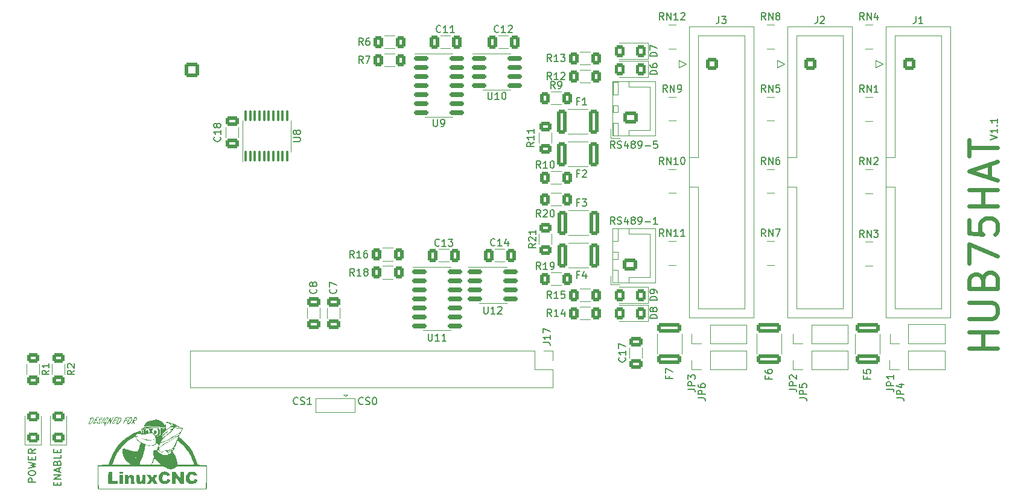
<source format=gbr>
%TF.GenerationSoftware,KiCad,Pcbnew,7.0.7*%
%TF.CreationDate,2023-11-11T20:47:19+01:00*%
%TF.ProjectId,LITEXCNC-HUB75HAT,4c495445-5843-44e4-932d-485542373548,rev?*%
%TF.SameCoordinates,Original*%
%TF.FileFunction,Legend,Top*%
%TF.FilePolarity,Positive*%
%FSLAX46Y46*%
G04 Gerber Fmt 4.6, Leading zero omitted, Abs format (unit mm)*
G04 Created by KiCad (PCBNEW 7.0.7) date 2023-11-11 20:47:19*
%MOMM*%
%LPD*%
G01*
G04 APERTURE LIST*
G04 Aperture macros list*
%AMRoundRect*
0 Rectangle with rounded corners*
0 $1 Rounding radius*
0 $2 $3 $4 $5 $6 $7 $8 $9 X,Y pos of 4 corners*
0 Add a 4 corners polygon primitive as box body*
4,1,4,$2,$3,$4,$5,$6,$7,$8,$9,$2,$3,0*
0 Add four circle primitives for the rounded corners*
1,1,$1+$1,$2,$3*
1,1,$1+$1,$4,$5*
1,1,$1+$1,$6,$7*
1,1,$1+$1,$8,$9*
0 Add four rect primitives between the rounded corners*
20,1,$1+$1,$2,$3,$4,$5,0*
20,1,$1+$1,$4,$5,$6,$7,0*
20,1,$1+$1,$6,$7,$8,$9,0*
20,1,$1+$1,$8,$9,$2,$3,0*%
%AMHorizOval*
0 Thick line with rounded ends*
0 $1 width*
0 $2 $3 position (X,Y) of the first rounded end (center of the circle)*
0 $4 $5 position (X,Y) of the second rounded end (center of the circle)*
0 Add line between two ends*
20,1,$1,$2,$3,$4,$5,0*
0 Add two circle primitives to create the rounded ends*
1,1,$1,$2,$3*
1,1,$1,$4,$5*%
%AMRotRect*
0 Rectangle, with rotation*
0 The origin of the aperture is its center*
0 $1 length*
0 $2 width*
0 $3 Rotation angle, in degrees counterclockwise*
0 Add horizontal line*
21,1,$1,$2,0,0,$3*%
%AMFreePoly0*
4,1,6,1.000000,0.000000,0.500000,-0.750000,-0.500000,-0.750000,-0.500000,0.750000,0.500000,0.750000,1.000000,0.000000,1.000000,0.000000,$1*%
G04 Aperture macros list end*
%ADD10C,0.150000*%
%ADD11C,0.600000*%
%ADD12C,0.200000*%
%ADD13C,0.120000*%
%ADD14R,1.700000X1.700000*%
%ADD15O,1.700000X1.700000*%
%ADD16R,1.000000X0.500000*%
%ADD17R,1.000000X0.400000*%
%ADD18RoundRect,0.250000X-0.600000X-0.600000X0.600000X-0.600000X0.600000X0.600000X-0.600000X0.600000X0*%
%ADD19C,1.700000*%
%ADD20RoundRect,0.250000X-0.400000X-1.450000X0.400000X-1.450000X0.400000X1.450000X-0.400000X1.450000X0*%
%ADD21RoundRect,0.250000X-0.625000X0.400000X-0.625000X-0.400000X0.625000X-0.400000X0.625000X0.400000X0*%
%ADD22RoundRect,0.250000X1.450000X-0.400000X1.450000X0.400000X-1.450000X0.400000X-1.450000X-0.400000X0*%
%ADD23RoundRect,0.250001X0.462499X0.624999X-0.462499X0.624999X-0.462499X-0.624999X0.462499X-0.624999X0*%
%ADD24RoundRect,0.250000X-0.400000X-0.625000X0.400000X-0.625000X0.400000X0.625000X-0.400000X0.625000X0*%
%ADD25RoundRect,0.250000X0.412500X0.650000X-0.412500X0.650000X-0.412500X-0.650000X0.412500X-0.650000X0*%
%ADD26RoundRect,0.250001X0.624999X-0.462499X0.624999X0.462499X-0.624999X0.462499X-0.624999X-0.462499X0*%
%ADD27RoundRect,0.250000X0.400000X0.625000X-0.400000X0.625000X-0.400000X-0.625000X0.400000X-0.625000X0*%
%ADD28RoundRect,0.250000X-0.650000X0.412500X-0.650000X-0.412500X0.650000X-0.412500X0.650000X0.412500X0*%
%ADD29RoundRect,0.250000X0.750000X-0.600000X0.750000X0.600000X-0.750000X0.600000X-0.750000X-0.600000X0*%
%ADD30O,2.000000X1.700000*%
%ADD31RoundRect,0.250000X0.400000X1.450000X-0.400000X1.450000X-0.400000X-1.450000X0.400000X-1.450000X0*%
%ADD32RoundRect,0.150000X-0.825000X-0.150000X0.825000X-0.150000X0.825000X0.150000X-0.825000X0.150000X0*%
%ADD33R,1.500000X1.500000*%
%ADD34FreePoly0,180.000000*%
%ADD35FreePoly0,0.000000*%
%ADD36C,3.100000*%
%ADD37C,4.700000*%
%ADD38RoundRect,0.250000X0.650000X-0.412500X0.650000X0.412500X-0.650000X0.412500X-0.650000X-0.412500X0*%
%ADD39RoundRect,0.100000X0.100000X-0.637500X0.100000X0.637500X-0.100000X0.637500X-0.100000X-0.637500X0*%
%ADD40RotRect,1.700000X1.700000X115.000000*%
%ADD41HorizOval,1.700000X0.000000X0.000000X0.000000X0.000000X0*%
%ADD42RotRect,1.700000X1.700000X245.000000*%
%ADD43HorizOval,1.700000X0.000000X0.000000X0.000000X0.000000X0*%
%ADD44C,2.600000*%
%ADD45RoundRect,0.250001X-0.799999X-0.799999X0.799999X-0.799999X0.799999X0.799999X-0.799999X0.799999X0*%
%ADD46C,2.100000*%
G04 APERTURE END LIST*
D10*
X42316077Y16119419D02*
X42268458Y16071800D01*
X42268458Y16071800D02*
X42125601Y16024180D01*
X42125601Y16024180D02*
X42030363Y16024180D01*
X42030363Y16024180D02*
X41887506Y16071800D01*
X41887506Y16071800D02*
X41792268Y16167038D01*
X41792268Y16167038D02*
X41744649Y16262276D01*
X41744649Y16262276D02*
X41697030Y16452752D01*
X41697030Y16452752D02*
X41697030Y16595609D01*
X41697030Y16595609D02*
X41744649Y16786085D01*
X41744649Y16786085D02*
X41792268Y16881323D01*
X41792268Y16881323D02*
X41887506Y16976561D01*
X41887506Y16976561D02*
X42030363Y17024180D01*
X42030363Y17024180D02*
X42125601Y17024180D01*
X42125601Y17024180D02*
X42268458Y16976561D01*
X42268458Y16976561D02*
X42316077Y16928942D01*
X42697030Y16071800D02*
X42839887Y16024180D01*
X42839887Y16024180D02*
X43077982Y16024180D01*
X43077982Y16024180D02*
X43173220Y16071800D01*
X43173220Y16071800D02*
X43220839Y16119419D01*
X43220839Y16119419D02*
X43268458Y16214657D01*
X43268458Y16214657D02*
X43268458Y16309895D01*
X43268458Y16309895D02*
X43220839Y16405133D01*
X43220839Y16405133D02*
X43173220Y16452752D01*
X43173220Y16452752D02*
X43077982Y16500371D01*
X43077982Y16500371D02*
X42887506Y16547990D01*
X42887506Y16547990D02*
X42792268Y16595609D01*
X42792268Y16595609D02*
X42744649Y16643228D01*
X42744649Y16643228D02*
X42697030Y16738466D01*
X42697030Y16738466D02*
X42697030Y16833704D01*
X42697030Y16833704D02*
X42744649Y16928942D01*
X42744649Y16928942D02*
X42792268Y16976561D01*
X42792268Y16976561D02*
X42887506Y17024180D01*
X42887506Y17024180D02*
X43125601Y17024180D01*
X43125601Y17024180D02*
X43268458Y16976561D01*
X44220839Y16024180D02*
X43649411Y16024180D01*
X43935125Y16024180D02*
X43935125Y17024180D01*
X43935125Y17024180D02*
X43839887Y16881323D01*
X43839887Y16881323D02*
X43744649Y16786085D01*
X43744649Y16786085D02*
X43649411Y16738466D01*
D11*
X140509276Y23884978D02*
X136509276Y23884978D01*
X138414038Y23884978D02*
X138414038Y26170693D01*
X140509276Y26170693D02*
X136509276Y26170693D01*
X136509276Y28075454D02*
X139747371Y28075454D01*
X139747371Y28075454D02*
X140128323Y28265931D01*
X140128323Y28265931D02*
X140318800Y28456407D01*
X140318800Y28456407D02*
X140509276Y28837359D01*
X140509276Y28837359D02*
X140509276Y29599264D01*
X140509276Y29599264D02*
X140318800Y29980216D01*
X140318800Y29980216D02*
X140128323Y30170693D01*
X140128323Y30170693D02*
X139747371Y30361169D01*
X139747371Y30361169D02*
X136509276Y30361169D01*
X138414038Y33599264D02*
X138604514Y34170692D01*
X138604514Y34170692D02*
X138794990Y34361169D01*
X138794990Y34361169D02*
X139175942Y34551645D01*
X139175942Y34551645D02*
X139747371Y34551645D01*
X139747371Y34551645D02*
X140128323Y34361169D01*
X140128323Y34361169D02*
X140318800Y34170692D01*
X140318800Y34170692D02*
X140509276Y33789740D01*
X140509276Y33789740D02*
X140509276Y32265930D01*
X140509276Y32265930D02*
X136509276Y32265930D01*
X136509276Y32265930D02*
X136509276Y33599264D01*
X136509276Y33599264D02*
X136699752Y33980216D01*
X136699752Y33980216D02*
X136890228Y34170692D01*
X136890228Y34170692D02*
X137271180Y34361169D01*
X137271180Y34361169D02*
X137652133Y34361169D01*
X137652133Y34361169D02*
X138033085Y34170692D01*
X138033085Y34170692D02*
X138223561Y33980216D01*
X138223561Y33980216D02*
X138414038Y33599264D01*
X138414038Y33599264D02*
X138414038Y32265930D01*
X136509276Y35884978D02*
X136509276Y38551645D01*
X136509276Y38551645D02*
X140509276Y36837359D01*
X136509276Y41980216D02*
X136509276Y40075454D01*
X136509276Y40075454D02*
X138414038Y39884978D01*
X138414038Y39884978D02*
X138223561Y40075454D01*
X138223561Y40075454D02*
X138033085Y40456407D01*
X138033085Y40456407D02*
X138033085Y41408788D01*
X138033085Y41408788D02*
X138223561Y41789740D01*
X138223561Y41789740D02*
X138414038Y41980216D01*
X138414038Y41980216D02*
X138794990Y42170693D01*
X138794990Y42170693D02*
X139747371Y42170693D01*
X139747371Y42170693D02*
X140128323Y41980216D01*
X140128323Y41980216D02*
X140318800Y41789740D01*
X140318800Y41789740D02*
X140509276Y41408788D01*
X140509276Y41408788D02*
X140509276Y40456407D01*
X140509276Y40456407D02*
X140318800Y40075454D01*
X140318800Y40075454D02*
X140128323Y39884978D01*
X140509276Y43884978D02*
X136509276Y43884978D01*
X138414038Y43884978D02*
X138414038Y46170693D01*
X140509276Y46170693D02*
X136509276Y46170693D01*
X139366419Y47884978D02*
X139366419Y49789740D01*
X140509276Y47504026D02*
X136509276Y48837359D01*
X136509276Y48837359D02*
X140509276Y50170693D01*
X136509276Y50932597D02*
X136509276Y53218311D01*
X140509276Y52075454D02*
X136509276Y52075454D01*
D12*
G36*
X13488722Y14207637D02*
G01*
X13500617Y14206873D01*
X13512199Y14205599D01*
X13523469Y14203816D01*
X13534426Y14201524D01*
X13545069Y14198721D01*
X13555400Y14195410D01*
X13565418Y14191589D01*
X13575122Y14187258D01*
X13584514Y14182418D01*
X13593593Y14177069D01*
X13602359Y14171210D01*
X13610812Y14164841D01*
X13618953Y14157963D01*
X13626780Y14150576D01*
X13634294Y14142679D01*
X13643722Y14131522D01*
X13652223Y14119939D01*
X13659797Y14107931D01*
X13666443Y14095498D01*
X13672161Y14082641D01*
X13676953Y14069358D01*
X13680817Y14055650D01*
X13683753Y14041517D01*
X13685763Y14026959D01*
X13686587Y14017017D01*
X13686999Y14006887D01*
X13687051Y14001751D01*
X13686666Y13984873D01*
X13685513Y13967637D01*
X13683590Y13950045D01*
X13680899Y13932096D01*
X13677438Y13913790D01*
X13673209Y13895128D01*
X13668210Y13876108D01*
X13665423Y13866465D01*
X13662443Y13856732D01*
X13659271Y13846910D01*
X13655907Y13836999D01*
X13652350Y13826998D01*
X13648601Y13816909D01*
X13644660Y13806730D01*
X13640527Y13796462D01*
X13636202Y13786105D01*
X13631684Y13775659D01*
X13626974Y13765123D01*
X13622071Y13754498D01*
X13616977Y13743784D01*
X13611690Y13732981D01*
X13606211Y13722088D01*
X13600540Y13711107D01*
X13594676Y13700036D01*
X13588621Y13688876D01*
X13581378Y13675864D01*
X13574000Y13662991D01*
X13566487Y13650258D01*
X13558838Y13637665D01*
X13551054Y13625212D01*
X13543134Y13612898D01*
X13535079Y13600725D01*
X13526888Y13588691D01*
X13518562Y13576796D01*
X13510100Y13565042D01*
X13501503Y13553427D01*
X13492771Y13541952D01*
X13483903Y13530617D01*
X13474899Y13519422D01*
X13465760Y13508366D01*
X13456485Y13497451D01*
X13447075Y13486675D01*
X13437530Y13476038D01*
X13427849Y13465542D01*
X13418032Y13455185D01*
X13408080Y13444968D01*
X13397993Y13434891D01*
X13387770Y13424954D01*
X13377412Y13415156D01*
X13366918Y13405498D01*
X13356289Y13395980D01*
X13345524Y13386602D01*
X13334623Y13377363D01*
X13323588Y13368265D01*
X13312416Y13359306D01*
X13301110Y13350486D01*
X13289667Y13341807D01*
X13281117Y13335466D01*
X13272624Y13329326D01*
X13264188Y13323387D01*
X13255809Y13317650D01*
X13247488Y13312114D01*
X13239224Y13306779D01*
X13222867Y13296714D01*
X13206739Y13287453D01*
X13190841Y13278998D01*
X13175171Y13271349D01*
X13159730Y13264504D01*
X13144519Y13258465D01*
X13129536Y13253231D01*
X13114782Y13248802D01*
X13100257Y13245178D01*
X13085961Y13242360D01*
X13071894Y13240347D01*
X13058057Y13239139D01*
X13044448Y13238736D01*
X13033655Y13239160D01*
X13023504Y13240431D01*
X13011716Y13243211D01*
X13000930Y13247314D01*
X12991146Y13252742D01*
X12982364Y13259493D01*
X12976060Y13265847D01*
X12969585Y13274486D01*
X12964450Y13283364D01*
X12960655Y13292483D01*
X12957920Y13303426D01*
X12957009Y13314696D01*
X12957726Y13325095D01*
X12959879Y13338220D01*
X12962435Y13349851D01*
X12963001Y13352065D01*
X13062522Y13352065D01*
X13064310Y13341761D01*
X13071180Y13334434D01*
X13080840Y13332526D01*
X13091758Y13333247D01*
X13103631Y13335411D01*
X13113161Y13337980D01*
X13123228Y13341361D01*
X13133832Y13345554D01*
X13144973Y13350558D01*
X13156650Y13356373D01*
X13168864Y13363000D01*
X13181614Y13370438D01*
X13190413Y13375848D01*
X13194901Y13378688D01*
X13206395Y13386170D01*
X13218039Y13394269D01*
X13229835Y13402985D01*
X13241781Y13412317D01*
X13253877Y13422265D01*
X13266125Y13432829D01*
X13278523Y13444010D01*
X13291072Y13455807D01*
X13303772Y13468221D01*
X13316622Y13481250D01*
X13329623Y13494897D01*
X13342775Y13509159D01*
X13349407Y13516521D01*
X13356078Y13524038D01*
X13362786Y13531708D01*
X13369531Y13539533D01*
X13376314Y13547512D01*
X13383135Y13555644D01*
X13389994Y13563931D01*
X13396890Y13572372D01*
X13403108Y13580065D01*
X13409243Y13587788D01*
X13415297Y13595540D01*
X13421269Y13603322D01*
X13427158Y13611134D01*
X13438691Y13626845D01*
X13449896Y13642675D01*
X13460772Y13658624D01*
X13471320Y13674690D01*
X13481540Y13690875D01*
X13491432Y13707178D01*
X13500996Y13723600D01*
X13510231Y13740140D01*
X13519138Y13756798D01*
X13527717Y13773574D01*
X13535968Y13790469D01*
X13543891Y13807482D01*
X13551485Y13824613D01*
X13555159Y13833224D01*
X13560572Y13846348D01*
X13565635Y13859281D01*
X13570349Y13872024D01*
X13574714Y13884576D01*
X13578730Y13896937D01*
X13582396Y13909107D01*
X13585714Y13921086D01*
X13588682Y13932875D01*
X13591301Y13944472D01*
X13593570Y13955879D01*
X13595491Y13967095D01*
X13597062Y13978121D01*
X13598285Y13988955D01*
X13599157Y13999599D01*
X13599681Y14010052D01*
X13599856Y14020314D01*
X13599622Y14030502D01*
X13598582Y14043298D01*
X13596710Y14055193D01*
X13594006Y14066188D01*
X13590470Y14076282D01*
X13586103Y14085475D01*
X13580903Y14093768D01*
X13573233Y14102868D01*
X13564304Y14110608D01*
X13554004Y14117036D01*
X13544776Y14121234D01*
X13534671Y14124592D01*
X13523687Y14127111D01*
X13511826Y14128790D01*
X13499088Y14129629D01*
X13492389Y14129734D01*
X13481695Y14129502D01*
X13470954Y14128807D01*
X13460165Y14127648D01*
X13449330Y14126025D01*
X13438447Y14123938D01*
X13427517Y14121388D01*
X13416539Y14118374D01*
X13405515Y14114897D01*
X13394443Y14110955D01*
X13383324Y14106550D01*
X13375885Y14103356D01*
X13383248Y14096093D01*
X13385893Y14086419D01*
X13386143Y14081374D01*
X13383496Y14070760D01*
X13379366Y14060797D01*
X13374468Y14050434D01*
X13369596Y14040796D01*
X13363877Y14029960D01*
X13359032Y14021046D01*
X13351057Y14006746D01*
X13343159Y13992482D01*
X13335338Y13978255D01*
X13327594Y13964065D01*
X13319927Y13949912D01*
X13312338Y13935795D01*
X13304826Y13921715D01*
X13297392Y13907672D01*
X13290034Y13893665D01*
X13282754Y13879695D01*
X13275551Y13865762D01*
X13268426Y13851866D01*
X13261378Y13838007D01*
X13254407Y13824184D01*
X13247513Y13810398D01*
X13240697Y13796648D01*
X13233958Y13782935D01*
X13227296Y13769260D01*
X13220711Y13755620D01*
X13214204Y13742018D01*
X13207774Y13728452D01*
X13201421Y13714923D01*
X13195146Y13701431D01*
X13188948Y13687975D01*
X13182827Y13674557D01*
X13176783Y13661174D01*
X13170817Y13647829D01*
X13164928Y13634521D01*
X13159116Y13621249D01*
X13153382Y13608013D01*
X13147725Y13594815D01*
X13142145Y13581653D01*
X13137246Y13570042D01*
X13132503Y13558717D01*
X13127915Y13547679D01*
X13123483Y13536926D01*
X13119206Y13526460D01*
X13115085Y13516280D01*
X13111120Y13506387D01*
X13107310Y13496779D01*
X13103655Y13487458D01*
X13096812Y13469674D01*
X13090592Y13453035D01*
X13084993Y13437541D01*
X13080017Y13423191D01*
X13075663Y13409987D01*
X13071930Y13397927D01*
X13068820Y13387013D01*
X13066332Y13377243D01*
X13063766Y13364735D01*
X13062599Y13354803D01*
X13062522Y13352065D01*
X12963001Y13352065D01*
X12965798Y13363015D01*
X12968488Y13372643D01*
X12971537Y13382951D01*
X12974945Y13393941D01*
X12978712Y13405612D01*
X12982837Y13417965D01*
X12987322Y13430998D01*
X12992164Y13444713D01*
X12997366Y13459109D01*
X13002926Y13474187D01*
X13007263Y13485635D01*
X13011664Y13497115D01*
X13016128Y13508625D01*
X13020657Y13520165D01*
X13025249Y13531736D01*
X13029906Y13543338D01*
X13034626Y13554970D01*
X13039410Y13566632D01*
X13044258Y13578326D01*
X13049170Y13590049D01*
X13054146Y13601803D01*
X13059186Y13613588D01*
X13064290Y13625403D01*
X13069458Y13637249D01*
X13074689Y13649125D01*
X13079985Y13661032D01*
X13085344Y13672970D01*
X13090768Y13684938D01*
X13096255Y13696936D01*
X13101807Y13708965D01*
X13107422Y13721024D01*
X13113101Y13733114D01*
X13118844Y13745235D01*
X13124651Y13757386D01*
X13130522Y13769568D01*
X13136457Y13781780D01*
X13142455Y13794023D01*
X13148518Y13806296D01*
X13154645Y13818599D01*
X13160835Y13830934D01*
X13167090Y13843299D01*
X13173408Y13855694D01*
X13178400Y13865273D01*
X13183646Y13875092D01*
X13190180Y13887169D01*
X13195252Y13896475D01*
X13200897Y13906784D01*
X13207113Y13918098D01*
X13213903Y13930415D01*
X13221264Y13943736D01*
X13229198Y13958060D01*
X13237705Y13973388D01*
X13246784Y13989720D01*
X13251538Y13998262D01*
X13256435Y14007056D01*
X13261476Y14016100D01*
X13266659Y14025395D01*
X13271986Y14034941D01*
X13277455Y14044738D01*
X13270603Y14037178D01*
X13263045Y14031060D01*
X13255390Y14024878D01*
X13246443Y14018309D01*
X13238188Y14013028D01*
X13229194Y14008391D01*
X13218753Y14005094D01*
X13214196Y14004682D01*
X13203835Y14006331D01*
X13194367Y14011277D01*
X13188551Y14016406D01*
X13182369Y14024196D01*
X13178213Y14033481D01*
X13176827Y14043517D01*
X13178527Y14053483D01*
X13183625Y14064606D01*
X13190151Y14074338D01*
X13196473Y14082122D01*
X13204018Y14090323D01*
X13212787Y14098941D01*
X13222780Y14107975D01*
X13233997Y14117425D01*
X13242154Y14123957D01*
X13246436Y14127292D01*
X13259586Y14137052D01*
X13272899Y14146183D01*
X13286376Y14154683D01*
X13300017Y14162554D01*
X13313823Y14169796D01*
X13327792Y14176408D01*
X13341926Y14182390D01*
X13356224Y14187742D01*
X13370685Y14192465D01*
X13385311Y14196558D01*
X13400101Y14200021D01*
X13415056Y14202855D01*
X13430174Y14205058D01*
X13445456Y14206633D01*
X13460903Y14207577D01*
X13476513Y14207892D01*
X13488722Y14207637D01*
G37*
G36*
X13923966Y13853007D02*
G01*
X13936178Y13854961D01*
X13954841Y13857948D01*
X13972788Y13860743D01*
X13990020Y13863345D01*
X14006535Y13865754D01*
X14022336Y13867970D01*
X14037421Y13869994D01*
X14051790Y13871824D01*
X14065444Y13873463D01*
X14078382Y13874908D01*
X14090605Y13876161D01*
X14102112Y13877221D01*
X14112903Y13878088D01*
X14122979Y13878762D01*
X14136752Y13879413D01*
X14148914Y13879630D01*
X14160878Y13878908D01*
X14171247Y13876745D01*
X14181965Y13872011D01*
X14190190Y13865024D01*
X14195923Y13855782D01*
X14199163Y13844287D01*
X14199961Y13833468D01*
X14199205Y13823304D01*
X14196413Y13813074D01*
X14190704Y13803530D01*
X14182308Y13796275D01*
X14178467Y13794145D01*
X14168707Y13790395D01*
X14158495Y13788151D01*
X14147806Y13786739D01*
X14137341Y13785937D01*
X14135480Y13785840D01*
X14124529Y13785088D01*
X14113747Y13784296D01*
X14103134Y13783464D01*
X14092692Y13782593D01*
X14082420Y13781682D01*
X14072317Y13780731D01*
X14062384Y13779741D01*
X14052621Y13778712D01*
X14033604Y13776533D01*
X14015267Y13774197D01*
X13997609Y13771702D01*
X13980630Y13769049D01*
X13964331Y13766237D01*
X13948711Y13763267D01*
X13933770Y13760139D01*
X13919509Y13756852D01*
X13905927Y13753407D01*
X13893024Y13749803D01*
X13880800Y13746041D01*
X13869256Y13742121D01*
X13862487Y13732011D01*
X13855096Y13720274D01*
X13849823Y13711545D01*
X13844273Y13702093D01*
X13838447Y13691918D01*
X13832344Y13681019D01*
X13825964Y13669398D01*
X13819307Y13657053D01*
X13812374Y13643985D01*
X13805164Y13630194D01*
X13797677Y13615679D01*
X13789914Y13600442D01*
X13781874Y13584481D01*
X13773557Y13567797D01*
X13764964Y13550390D01*
X13760043Y13540166D01*
X13755294Y13530133D01*
X13750716Y13520291D01*
X13746310Y13510640D01*
X13742076Y13501179D01*
X13738013Y13491909D01*
X13734123Y13482830D01*
X13728609Y13469570D01*
X13723481Y13456738D01*
X13718740Y13444336D01*
X13714385Y13432364D01*
X13710416Y13420820D01*
X13706834Y13409706D01*
X13716634Y13413187D01*
X13723443Y13415568D01*
X13735966Y13419808D01*
X13748073Y13423857D01*
X13759764Y13427716D01*
X13771040Y13431383D01*
X13781899Y13434860D01*
X13792342Y13438145D01*
X13802369Y13441240D01*
X13811981Y13444145D01*
X13825618Y13448143D01*
X13838319Y13451712D01*
X13850084Y13454852D01*
X13860913Y13457563D01*
X13870807Y13459844D01*
X13873896Y13460509D01*
X13885963Y13462779D01*
X13897893Y13464825D01*
X13909686Y13466648D01*
X13921341Y13468248D01*
X13932858Y13469625D01*
X13944238Y13470779D01*
X13955481Y13471709D01*
X13966587Y13472416D01*
X13977555Y13472899D01*
X13988385Y13473160D01*
X13995529Y13473210D01*
X14007188Y13472995D01*
X14017893Y13472351D01*
X14027643Y13471278D01*
X14038085Y13469423D01*
X14048530Y13466478D01*
X14053659Y13464417D01*
X14062635Y13459059D01*
X14069667Y13450732D01*
X14073194Y13441286D01*
X14074175Y13431444D01*
X14072983Y13421351D01*
X14068701Y13411791D01*
X14061306Y13404338D01*
X14052279Y13399545D01*
X14049263Y13398471D01*
X14039602Y13396855D01*
X14028878Y13395970D01*
X14018792Y13395466D01*
X14006954Y13395100D01*
X14004811Y13395052D01*
X13993614Y13394336D01*
X13982493Y13393471D01*
X13971448Y13392457D01*
X13960480Y13391293D01*
X13949589Y13389980D01*
X13938773Y13388517D01*
X13928034Y13386906D01*
X13917372Y13385145D01*
X13906785Y13383234D01*
X13896275Y13381175D01*
X13885841Y13378966D01*
X13875484Y13376608D01*
X13865203Y13374100D01*
X13854998Y13371443D01*
X13844870Y13368637D01*
X13834817Y13365682D01*
X13824842Y13362577D01*
X13814942Y13359323D01*
X13805119Y13355919D01*
X13795372Y13352367D01*
X13785702Y13348665D01*
X13776108Y13344813D01*
X13766590Y13340813D01*
X13757148Y13336663D01*
X13747783Y13332363D01*
X13738494Y13327915D01*
X13729282Y13323317D01*
X13720145Y13318569D01*
X13711086Y13313673D01*
X13702102Y13308627D01*
X13693195Y13303432D01*
X13684364Y13298087D01*
X13675645Y13293234D01*
X13666310Y13289147D01*
X13656612Y13286410D01*
X13648704Y13285631D01*
X13638834Y13286741D01*
X13629524Y13290072D01*
X13620775Y13295624D01*
X13612587Y13303396D01*
X13608160Y13308834D01*
X13602450Y13317025D01*
X13597641Y13326558D01*
X13594665Y13336275D01*
X13593520Y13346174D01*
X13593506Y13347424D01*
X13595043Y13357648D01*
X13597775Y13368090D01*
X13600721Y13377824D01*
X13604435Y13389190D01*
X13608918Y13402187D01*
X13612334Y13411759D01*
X13616091Y13422055D01*
X13620190Y13433076D01*
X13624630Y13444823D01*
X13629412Y13457295D01*
X13634535Y13470491D01*
X13637225Y13477362D01*
X13641363Y13487819D01*
X13645593Y13498339D01*
X13649917Y13508921D01*
X13654333Y13519566D01*
X13658843Y13530273D01*
X13663446Y13541043D01*
X13668142Y13551876D01*
X13672930Y13562770D01*
X13677812Y13573728D01*
X13682787Y13584747D01*
X13687855Y13595830D01*
X13693015Y13606974D01*
X13698269Y13618182D01*
X13703616Y13629452D01*
X13709056Y13640784D01*
X13714589Y13652178D01*
X13720215Y13663636D01*
X13725934Y13675155D01*
X13731746Y13686738D01*
X13737651Y13698382D01*
X13743649Y13710090D01*
X13749740Y13721859D01*
X13755924Y13733691D01*
X13762201Y13745586D01*
X13768571Y13757543D01*
X13775034Y13769563D01*
X13781590Y13781645D01*
X13788240Y13793790D01*
X13794982Y13805997D01*
X13801817Y13818266D01*
X13808745Y13830599D01*
X13815767Y13842993D01*
X13822660Y13855024D01*
X13827843Y13863843D01*
X13833495Y13873302D01*
X13839616Y13883400D01*
X13846207Y13894137D01*
X13853267Y13905513D01*
X13860796Y13917529D01*
X13868795Y13930184D01*
X13877264Y13943478D01*
X13886202Y13957411D01*
X13895609Y13971984D01*
X13905485Y13987195D01*
X13915831Y14003046D01*
X13926647Y14019537D01*
X13932230Y14028021D01*
X13937931Y14036666D01*
X13943750Y14045471D01*
X13950217Y14055594D01*
X13956339Y14065206D01*
X13962115Y14074304D01*
X13967544Y14082889D01*
X13973604Y14092515D01*
X13979165Y14101402D01*
X13969121Y14106104D01*
X13961946Y14114591D01*
X13958022Y14125123D01*
X13956408Y14136458D01*
X13956206Y14142923D01*
X13957468Y14154083D01*
X13961255Y14163841D01*
X13967566Y14172195D01*
X13976402Y14179148D01*
X13982584Y14182491D01*
X13992835Y14186750D01*
X14005146Y14190978D01*
X14015732Y14194130D01*
X14027477Y14197264D01*
X14040382Y14200381D01*
X14054445Y14203480D01*
X14064465Y14205537D01*
X14075000Y14207587D01*
X14086050Y14209628D01*
X14097615Y14211663D01*
X14109696Y14213689D01*
X14122291Y14215708D01*
X14141162Y14218547D01*
X14159672Y14221203D01*
X14177821Y14223676D01*
X14195610Y14225966D01*
X14213038Y14228073D01*
X14230105Y14229996D01*
X14246812Y14231736D01*
X14263158Y14233293D01*
X14279144Y14234667D01*
X14294769Y14235858D01*
X14310033Y14236865D01*
X14324937Y14237690D01*
X14339480Y14238331D01*
X14353662Y14238789D01*
X14367483Y14239064D01*
X14380944Y14239155D01*
X14393035Y14238801D01*
X14403937Y14237738D01*
X14413649Y14235967D01*
X14424749Y14232504D01*
X14433734Y14227781D01*
X14441993Y14220107D01*
X14446948Y14210465D01*
X14448600Y14198855D01*
X14447466Y14187724D01*
X14444065Y14177410D01*
X14438397Y14167915D01*
X14431733Y14160428D01*
X14424908Y14154647D01*
X14415883Y14149753D01*
X14405639Y14146898D01*
X14394846Y14145592D01*
X14387295Y14145366D01*
X14377104Y14145366D01*
X14371419Y14145366D01*
X14361319Y14145366D01*
X14351021Y14145366D01*
X14348704Y14145366D01*
X14335798Y14145206D01*
X14325206Y14144875D01*
X14313833Y14144364D01*
X14301679Y14143673D01*
X14288743Y14142801D01*
X14275026Y14141749D01*
X14260527Y14140517D01*
X14250427Y14139596D01*
X14239980Y14138594D01*
X14229186Y14137512D01*
X14218044Y14136350D01*
X14206555Y14135108D01*
X14196639Y14133989D01*
X14182249Y14132241D01*
X14168438Y14130406D01*
X14155207Y14128485D01*
X14142555Y14126479D01*
X14130483Y14124387D01*
X14118990Y14122209D01*
X14108077Y14119945D01*
X14097744Y14117595D01*
X14087990Y14115159D01*
X14078816Y14112637D01*
X14080980Y14102967D01*
X14081014Y14100914D01*
X14078348Y14090627D01*
X14073608Y14081193D01*
X14067848Y14071757D01*
X14062055Y14063178D01*
X14055208Y14053683D01*
X14047309Y14043272D01*
X14014580Y13993447D01*
X14005926Y13980820D01*
X13997670Y13968706D01*
X13989813Y13957105D01*
X13982355Y13946018D01*
X13975296Y13935444D01*
X13968636Y13925383D01*
X13962374Y13915836D01*
X13956511Y13906802D01*
X13951048Y13898281D01*
X13943599Y13886462D01*
X13937048Y13875798D01*
X13931395Y13866289D01*
X13925252Y13855407D01*
X13923966Y13853007D01*
G37*
G36*
X14271768Y13609497D02*
G01*
X14282301Y13608902D01*
X14293492Y13606483D01*
X14302489Y13602204D01*
X14310389Y13594614D01*
X14315129Y13584344D01*
X14316665Y13573739D01*
X14316709Y13571395D01*
X14315326Y13561303D01*
X14311179Y13552276D01*
X14304267Y13544313D01*
X14296394Y13538491D01*
X14286602Y13533408D01*
X14277386Y13529874D01*
X14267739Y13525946D01*
X14259042Y13521490D01*
X14248921Y13514728D01*
X14240487Y13507027D01*
X14233740Y13498387D01*
X14228679Y13488808D01*
X14225306Y13478290D01*
X14223619Y13466833D01*
X14223408Y13460753D01*
X14224165Y13448671D01*
X14226437Y13437459D01*
X14230224Y13427118D01*
X14235525Y13417648D01*
X14242340Y13409048D01*
X14250671Y13401319D01*
X14254427Y13398471D01*
X14263421Y13392983D01*
X14273155Y13388425D01*
X14283629Y13384797D01*
X14294841Y13382099D01*
X14306793Y13380332D01*
X14316888Y13379588D01*
X14324769Y13379420D01*
X14335674Y13379619D01*
X14346407Y13380214D01*
X14356969Y13381206D01*
X14367358Y13382595D01*
X14377577Y13384381D01*
X14387623Y13386564D01*
X14397498Y13389144D01*
X14407201Y13392121D01*
X14416732Y13395495D01*
X14426091Y13399265D01*
X14435279Y13403432D01*
X14444295Y13407997D01*
X14453139Y13412958D01*
X14461812Y13418316D01*
X14470313Y13424071D01*
X14478642Y13430223D01*
X14487915Y13438290D01*
X14495952Y13446862D01*
X14502753Y13455937D01*
X14508317Y13465516D01*
X14512645Y13475599D01*
X14515736Y13486185D01*
X14517591Y13497275D01*
X14518209Y13508869D01*
X14517797Y13519820D01*
X14516560Y13530324D01*
X14514500Y13540382D01*
X14511614Y13549993D01*
X14507905Y13559158D01*
X14506485Y13562114D01*
X14501233Y13572129D01*
X14496109Y13581222D01*
X14490304Y13590996D01*
X14483820Y13601449D01*
X14478143Y13610301D01*
X14472032Y13619588D01*
X14467162Y13626838D01*
X14459578Y13638284D01*
X14452213Y13649541D01*
X14445067Y13660610D01*
X14438139Y13671489D01*
X14431431Y13682179D01*
X14424942Y13692681D01*
X14418671Y13702993D01*
X14412620Y13713117D01*
X14406787Y13723052D01*
X14401174Y13732798D01*
X14397553Y13739190D01*
X14391748Y13750026D01*
X14386513Y13760828D01*
X14381850Y13771596D01*
X14377758Y13782329D01*
X14374237Y13793028D01*
X14371286Y13803693D01*
X14368907Y13814323D01*
X14367099Y13824919D01*
X14365862Y13835481D01*
X14365196Y13846008D01*
X14365069Y13853007D01*
X14365575Y13869334D01*
X14367095Y13885526D01*
X14369628Y13901582D01*
X14373175Y13917503D01*
X14377734Y13933288D01*
X14383307Y13948937D01*
X14389893Y13964452D01*
X14397492Y13979830D01*
X14406104Y13995074D01*
X14415730Y14010181D01*
X14426369Y14025154D01*
X14438021Y14039990D01*
X14450686Y14054692D01*
X14457399Y14061992D01*
X14464365Y14069258D01*
X14471584Y14076490D01*
X14479057Y14083688D01*
X14486783Y14090852D01*
X14494762Y14097983D01*
X14503364Y14105254D01*
X14512072Y14112351D01*
X14520888Y14119275D01*
X14529811Y14126025D01*
X14538840Y14132601D01*
X14547976Y14139004D01*
X14557219Y14145233D01*
X14566569Y14151289D01*
X14576026Y14157171D01*
X14585589Y14162879D01*
X14595260Y14168413D01*
X14605037Y14173774D01*
X14614922Y14178962D01*
X14624913Y14183975D01*
X14635010Y14188815D01*
X14645215Y14193482D01*
X14658045Y14198851D01*
X14670798Y14203691D01*
X14683473Y14208004D01*
X14696071Y14211788D01*
X14708592Y14215045D01*
X14721035Y14217773D01*
X14733402Y14219974D01*
X14745691Y14221646D01*
X14757902Y14222790D01*
X14770037Y14223406D01*
X14778083Y14223524D01*
X14788632Y14223180D01*
X14798783Y14222150D01*
X14808537Y14220432D01*
X14820172Y14217320D01*
X14831187Y14213134D01*
X14841582Y14207874D01*
X14851356Y14201542D01*
X14860172Y14194619D01*
X14867812Y14187040D01*
X14874277Y14178804D01*
X14879566Y14169912D01*
X14883680Y14160364D01*
X14886619Y14150159D01*
X14888382Y14139298D01*
X14888970Y14127780D01*
X14888298Y14114226D01*
X14886282Y14100492D01*
X14882922Y14086577D01*
X14879936Y14077201D01*
X14876353Y14067744D01*
X14872172Y14058207D01*
X14867394Y14048590D01*
X14862019Y14038893D01*
X14856046Y14029115D01*
X14849476Y14019258D01*
X14842309Y14009320D01*
X14834545Y13999302D01*
X14826184Y13989205D01*
X14817225Y13979026D01*
X14812522Y13973907D01*
X14803546Y13964551D01*
X14794387Y13955410D01*
X14785044Y13946484D01*
X14775519Y13937775D01*
X14765810Y13929281D01*
X14755918Y13921002D01*
X14745843Y13912939D01*
X14735585Y13905092D01*
X14725144Y13897460D01*
X14714519Y13890044D01*
X14703711Y13882844D01*
X14692720Y13875859D01*
X14681546Y13869090D01*
X14670189Y13862536D01*
X14658649Y13856199D01*
X14646925Y13850076D01*
X14638096Y13845755D01*
X14626926Y13840655D01*
X14616443Y13836310D01*
X14606646Y13832720D01*
X14595367Y13829297D01*
X14585161Y13827053D01*
X14574330Y13825920D01*
X14572675Y13825896D01*
X14562208Y13827133D01*
X14552514Y13830842D01*
X14543592Y13837025D01*
X14538970Y13841528D01*
X14532990Y13849459D01*
X14529298Y13858968D01*
X14528467Y13866685D01*
X14530245Y13877845D01*
X14535577Y13888060D01*
X14542736Y13895851D01*
X14552364Y13902986D01*
X14561844Y13908222D01*
X14572903Y13913038D01*
X14579025Y13915289D01*
X14589179Y13919015D01*
X14599183Y13922926D01*
X14609039Y13927021D01*
X14618745Y13931302D01*
X14628303Y13935768D01*
X14637712Y13940419D01*
X14646973Y13945256D01*
X14656084Y13950277D01*
X14665047Y13955483D01*
X14673860Y13960875D01*
X14682525Y13966451D01*
X14691041Y13972213D01*
X14699409Y13978160D01*
X14707627Y13984292D01*
X14715696Y13990608D01*
X14723617Y13997110D01*
X14733259Y14005313D01*
X14742279Y14013372D01*
X14750677Y14021288D01*
X14758452Y14029060D01*
X14765606Y14036690D01*
X14772138Y14044177D01*
X14780769Y14055138D01*
X14788000Y14065778D01*
X14793832Y14076096D01*
X14798264Y14086091D01*
X14801296Y14095765D01*
X14803163Y14108162D01*
X14803240Y14111172D01*
X14801682Y14121533D01*
X14797006Y14130451D01*
X14790051Y14137306D01*
X14781190Y14142217D01*
X14771092Y14144862D01*
X14763673Y14145366D01*
X14751930Y14144813D01*
X14739417Y14143152D01*
X14729526Y14141181D01*
X14719201Y14138587D01*
X14708442Y14135371D01*
X14697250Y14131532D01*
X14685625Y14127070D01*
X14673566Y14121986D01*
X14661073Y14116280D01*
X14648146Y14109951D01*
X14636520Y14103890D01*
X14625210Y14097616D01*
X14614217Y14091129D01*
X14603541Y14084427D01*
X14593182Y14077512D01*
X14583139Y14070383D01*
X14573414Y14063041D01*
X14564005Y14055484D01*
X14554912Y14047715D01*
X14546137Y14039731D01*
X14537678Y14031533D01*
X14529536Y14023122D01*
X14521710Y14014497D01*
X14514202Y14005659D01*
X14507010Y13996607D01*
X14500135Y13987341D01*
X14494486Y13979356D01*
X14486696Y13967433D01*
X14479725Y13955574D01*
X14473575Y13943779D01*
X14468245Y13932049D01*
X14463735Y13920384D01*
X14460045Y13908782D01*
X14457175Y13897245D01*
X14455125Y13885773D01*
X14453895Y13874365D01*
X14453485Y13863021D01*
X14453866Y13851988D01*
X14455011Y13840871D01*
X14456919Y13829671D01*
X14459591Y13818386D01*
X14463025Y13807017D01*
X14467223Y13795564D01*
X14472184Y13784028D01*
X14477909Y13772407D01*
X14483347Y13762599D01*
X14489159Y13752471D01*
X14495346Y13742022D01*
X14501906Y13731252D01*
X14508840Y13720162D01*
X14514286Y13711634D01*
X14519943Y13702926D01*
X14525809Y13694037D01*
X14531887Y13684968D01*
X14537756Y13676142D01*
X14543459Y13667431D01*
X14548993Y13658837D01*
X14554361Y13650358D01*
X14559561Y13641995D01*
X14566233Y13631025D01*
X14572609Y13620262D01*
X14578686Y13609704D01*
X14584466Y13599352D01*
X14585864Y13596796D01*
X14590578Y13587554D01*
X14594829Y13578418D01*
X14598615Y13569390D01*
X14602943Y13557519D01*
X14606446Y13545840D01*
X14609126Y13534351D01*
X14610980Y13523053D01*
X14612011Y13511945D01*
X14612242Y13503740D01*
X14611867Y13493225D01*
X14610739Y13482869D01*
X14608859Y13472670D01*
X14606228Y13462631D01*
X14602845Y13452749D01*
X14598710Y13443026D01*
X14593823Y13433462D01*
X14588185Y13424056D01*
X14581794Y13414808D01*
X14574652Y13405718D01*
X14566758Y13396787D01*
X14558112Y13388015D01*
X14548715Y13379400D01*
X14538565Y13370944D01*
X14527664Y13362647D01*
X14516011Y13354508D01*
X14505822Y13348060D01*
X14495468Y13342028D01*
X14484947Y13336413D01*
X14474261Y13331213D01*
X14463408Y13326429D01*
X14452389Y13322061D01*
X14441205Y13318110D01*
X14429854Y13314574D01*
X14418338Y13311454D01*
X14406655Y13308750D01*
X14394806Y13306462D01*
X14382792Y13304590D01*
X14370611Y13303134D01*
X14358264Y13302095D01*
X14345752Y13301471D01*
X14333073Y13301263D01*
X14320544Y13301474D01*
X14308359Y13302110D01*
X14296517Y13303169D01*
X14285018Y13304651D01*
X14273863Y13306558D01*
X14263052Y13308888D01*
X14252583Y13311641D01*
X14242459Y13314818D01*
X14232678Y13318419D01*
X14223240Y13322443D01*
X14214146Y13326891D01*
X14205395Y13331762D01*
X14196988Y13337058D01*
X14188924Y13342776D01*
X14181203Y13348919D01*
X14173827Y13355484D01*
X14165882Y13363667D01*
X14158720Y13372094D01*
X14152338Y13380766D01*
X14146739Y13389682D01*
X14141920Y13398844D01*
X14137883Y13408250D01*
X14134627Y13417900D01*
X14132153Y13427796D01*
X14130460Y13437936D01*
X14129548Y13448321D01*
X14129374Y13455380D01*
X14129744Y13467017D01*
X14130851Y13478298D01*
X14132697Y13489222D01*
X14135282Y13499790D01*
X14138605Y13510002D01*
X14142667Y13519857D01*
X14147466Y13529356D01*
X14153005Y13538499D01*
X14159282Y13547285D01*
X14166297Y13555715D01*
X14171384Y13561137D01*
X14179537Y13568911D01*
X14188119Y13576054D01*
X14197130Y13582564D01*
X14206570Y13588443D01*
X14216440Y13593689D01*
X14226739Y13598303D01*
X14230979Y13599972D01*
X14241196Y13603683D01*
X14250688Y13606483D01*
X14260648Y13608567D01*
X14270723Y13609488D01*
X14271768Y13609497D01*
G37*
G36*
X15197937Y14207892D02*
G01*
X15207642Y14206218D01*
X15216943Y14201196D01*
X15224252Y14194597D01*
X15225048Y14193726D01*
X15230844Y14185678D01*
X15234740Y14176220D01*
X15236039Y14166127D01*
X15234802Y14155853D01*
X15231692Y14145637D01*
X15227519Y14135968D01*
X15222978Y14127268D01*
X15217472Y14117984D01*
X15216255Y14116057D01*
X15210012Y14106608D01*
X15204294Y14098386D01*
X15197010Y14088111D01*
X15190521Y14079057D01*
X15183151Y14068848D01*
X15174902Y14057484D01*
X15168913Y14049267D01*
X15162533Y14040536D01*
X15155762Y14031292D01*
X15148600Y14021535D01*
X15131754Y13998510D01*
X15115289Y13975628D01*
X15099205Y13952888D01*
X15083501Y13930291D01*
X15068179Y13907837D01*
X15053236Y13885525D01*
X15038675Y13863356D01*
X15024494Y13841329D01*
X15010694Y13819445D01*
X14997274Y13797704D01*
X14984235Y13776106D01*
X14971577Y13754650D01*
X14959300Y13733337D01*
X14947403Y13712166D01*
X14935887Y13691138D01*
X14924751Y13670252D01*
X14913996Y13649510D01*
X14903622Y13628910D01*
X14893629Y13608452D01*
X14884016Y13588137D01*
X14874784Y13567965D01*
X14865933Y13547935D01*
X14857462Y13528049D01*
X14849372Y13508304D01*
X14841662Y13488703D01*
X14834334Y13469243D01*
X14827386Y13449927D01*
X14820818Y13430753D01*
X14814632Y13411722D01*
X14808826Y13392834D01*
X14803400Y13374088D01*
X14798356Y13355484D01*
X14796261Y13345794D01*
X14792794Y13334357D01*
X14788556Y13324614D01*
X14782174Y13314818D01*
X14774588Y13307670D01*
X14765798Y13303169D01*
X14755803Y13301316D01*
X14753659Y13301263D01*
X14743447Y13302596D01*
X14733970Y13306595D01*
X14725226Y13313260D01*
X14720686Y13318115D01*
X14714547Y13326942D01*
X14710417Y13336388D01*
X14708296Y13346451D01*
X14707986Y13352309D01*
X14708803Y13364772D01*
X14710633Y13376751D01*
X14712691Y13386908D01*
X14715338Y13398069D01*
X14718573Y13410235D01*
X14722396Y13423405D01*
X14725272Y13432744D01*
X14728409Y13442529D01*
X14731807Y13452760D01*
X14735467Y13463438D01*
X14739388Y13474563D01*
X14741447Y13480293D01*
X14746296Y13493608D01*
X14751380Y13507086D01*
X14756698Y13520725D01*
X14762250Y13534526D01*
X14768036Y13548489D01*
X14774056Y13562613D01*
X14780311Y13576899D01*
X14786800Y13591347D01*
X14793523Y13605956D01*
X14800480Y13620727D01*
X14807672Y13635660D01*
X14815098Y13650755D01*
X14822758Y13666011D01*
X14830652Y13681429D01*
X14838780Y13697009D01*
X14847143Y13712751D01*
X14855740Y13728654D01*
X14864571Y13744719D01*
X14873636Y13760946D01*
X14882936Y13777334D01*
X14892470Y13793884D01*
X14902238Y13810596D01*
X14912240Y13827469D01*
X14922477Y13844504D01*
X14932947Y13861701D01*
X14943652Y13879060D01*
X14954592Y13896580D01*
X14965765Y13914263D01*
X14977173Y13932106D01*
X14988814Y13950112D01*
X15000690Y13968279D01*
X15012801Y13986608D01*
X15022671Y14001456D01*
X15032313Y14015837D01*
X15041729Y14029750D01*
X15050918Y14043196D01*
X15059880Y14056174D01*
X15068614Y14068685D01*
X15077122Y14080728D01*
X15085402Y14092304D01*
X15093455Y14103412D01*
X15101282Y14114053D01*
X15108881Y14124226D01*
X15116253Y14133932D01*
X15123398Y14143171D01*
X15130316Y14151941D01*
X15137007Y14160245D01*
X15143471Y14168080D01*
X15151855Y14177411D01*
X15159789Y14185498D01*
X15167273Y14192341D01*
X15175994Y14199144D01*
X15185531Y14204743D01*
X15195377Y14207737D01*
X15197937Y14207892D01*
G37*
G36*
X15314929Y13413126D02*
G01*
X15306304Y13407417D01*
X15297430Y13401870D01*
X15288838Y13396707D01*
X15279335Y13391165D01*
X15270721Y13386259D01*
X15258457Y13379450D01*
X15246484Y13373310D01*
X15234803Y13367841D01*
X15223414Y13363041D01*
X15212318Y13358911D01*
X15201513Y13355450D01*
X15191000Y13352659D01*
X15180779Y13350539D01*
X15170850Y13349087D01*
X15158065Y13348194D01*
X15154950Y13348157D01*
X15143915Y13348664D01*
X15133249Y13350184D01*
X15122952Y13352717D01*
X15113024Y13356263D01*
X15103466Y13360823D01*
X15094277Y13366395D01*
X15085457Y13372981D01*
X15077006Y13380580D01*
X15068925Y13389193D01*
X15061212Y13398819D01*
X15056276Y13405799D01*
X15049865Y13416248D01*
X15044308Y13427078D01*
X15039606Y13438290D01*
X15035760Y13449884D01*
X15032768Y13461860D01*
X15030630Y13474217D01*
X15029348Y13486956D01*
X15028947Y13496760D01*
X15028921Y13500076D01*
X15029408Y13518209D01*
X15030871Y13536705D01*
X15033309Y13555563D01*
X15036721Y13574784D01*
X15038793Y13584530D01*
X15041109Y13594367D01*
X15043669Y13604295D01*
X15046472Y13614313D01*
X15049519Y13624422D01*
X15052810Y13634622D01*
X15056344Y13644912D01*
X15060123Y13655293D01*
X15064145Y13665764D01*
X15068411Y13676326D01*
X15072921Y13686979D01*
X15077674Y13697722D01*
X15082671Y13708556D01*
X15087912Y13719481D01*
X15093397Y13730496D01*
X15099125Y13741602D01*
X15105098Y13752798D01*
X15111314Y13764086D01*
X15117773Y13775463D01*
X15124477Y13786932D01*
X15131424Y13798491D01*
X15138615Y13810141D01*
X15146050Y13821881D01*
X15153729Y13833712D01*
X15160985Y13844579D01*
X15168313Y13855352D01*
X15175712Y13866031D01*
X15183183Y13876615D01*
X15190725Y13887104D01*
X15198339Y13897499D01*
X15206025Y13907800D01*
X15213782Y13918006D01*
X15221611Y13928118D01*
X15229511Y13938135D01*
X15237483Y13948058D01*
X15245526Y13957887D01*
X15253641Y13967621D01*
X15261827Y13977260D01*
X15270085Y13986805D01*
X15278415Y13996256D01*
X15286816Y14005612D01*
X15295289Y14014873D01*
X15303833Y14024041D01*
X15312449Y14033113D01*
X15321136Y14042092D01*
X15329895Y14050976D01*
X15338725Y14059765D01*
X15347627Y14068460D01*
X15356601Y14077060D01*
X15365646Y14085566D01*
X15374762Y14093978D01*
X15383951Y14102295D01*
X15393210Y14110518D01*
X15402542Y14118646D01*
X15411945Y14126680D01*
X15421419Y14134619D01*
X15429232Y14141051D01*
X15436979Y14147278D01*
X15452274Y14159120D01*
X15467303Y14170145D01*
X15482068Y14180354D01*
X15496567Y14189746D01*
X15510800Y14198321D01*
X15524769Y14206079D01*
X15538472Y14213021D01*
X15551911Y14219146D01*
X15565083Y14224455D01*
X15577991Y14228947D01*
X15590634Y14232622D01*
X15603011Y14235480D01*
X15615123Y14237522D01*
X15626969Y14238747D01*
X15638551Y14239155D01*
X15650420Y14238514D01*
X15661723Y14236591D01*
X15672463Y14233385D01*
X15682637Y14228897D01*
X15692246Y14223127D01*
X15701291Y14216074D01*
X15709771Y14207739D01*
X15717686Y14198122D01*
X15724229Y14188102D01*
X15729664Y14177581D01*
X15733990Y14166559D01*
X15737206Y14155036D01*
X15739313Y14143013D01*
X15740201Y14133033D01*
X15740400Y14125338D01*
X15739937Y14109949D01*
X15738545Y14094495D01*
X15736227Y14078976D01*
X15732981Y14063392D01*
X15728808Y14047743D01*
X15723708Y14032030D01*
X15717680Y14016251D01*
X15710725Y14000408D01*
X15702842Y13984500D01*
X15694032Y13968526D01*
X15684295Y13952488D01*
X15673630Y13936386D01*
X15667950Y13928310D01*
X15662038Y13920218D01*
X15655895Y13912110D01*
X15649519Y13903985D01*
X15642912Y13895845D01*
X15636072Y13887688D01*
X15629001Y13879515D01*
X15621698Y13871325D01*
X15610413Y13859081D01*
X15599457Y13847626D01*
X15588828Y13836962D01*
X15578528Y13827087D01*
X15568556Y13818002D01*
X15558912Y13809707D01*
X15549597Y13802203D01*
X15540610Y13795488D01*
X15531950Y13789563D01*
X15523619Y13784428D01*
X15511738Y13778207D01*
X15500596Y13773764D01*
X15490192Y13771098D01*
X15480526Y13770209D01*
X15470089Y13771821D01*
X15460598Y13776172D01*
X15455125Y13779979D01*
X15448395Y13787078D01*
X15443500Y13795826D01*
X15441325Y13805482D01*
X15441203Y13808555D01*
X15443279Y13819317D01*
X15448501Y13829360D01*
X15455508Y13838433D01*
X15463131Y13846322D01*
X15472376Y13854509D01*
X15474420Y13856182D01*
X15483896Y13863826D01*
X15493150Y13871493D01*
X15502183Y13879183D01*
X15510995Y13886896D01*
X15519586Y13894632D01*
X15527955Y13902390D01*
X15536102Y13910171D01*
X15544029Y13917976D01*
X15551734Y13925803D01*
X15559218Y13933653D01*
X15566480Y13941526D01*
X15573521Y13949422D01*
X15580341Y13957341D01*
X15586939Y13965283D01*
X15593316Y13973247D01*
X15599472Y13981235D01*
X15608493Y13993312D01*
X15616932Y14005060D01*
X15624788Y14016477D01*
X15632063Y14027564D01*
X15638756Y14038322D01*
X15644867Y14048749D01*
X15650396Y14058846D01*
X15655343Y14068613D01*
X15659708Y14078049D01*
X15663490Y14087156D01*
X15668074Y14100197D01*
X15671347Y14112495D01*
X15673311Y14124051D01*
X15673966Y14134863D01*
X15672034Y14145010D01*
X15666238Y14153010D01*
X15665173Y14153914D01*
X15656638Y14158756D01*
X15646420Y14160887D01*
X15643192Y14160997D01*
X15631968Y14160014D01*
X15622105Y14157810D01*
X15611455Y14154346D01*
X15600020Y14149624D01*
X15590927Y14145255D01*
X15581393Y14140178D01*
X15571416Y14134393D01*
X15560996Y14127899D01*
X15550135Y14120697D01*
X15534302Y14109433D01*
X15526395Y14103595D01*
X15518494Y14097620D01*
X15510599Y14091509D01*
X15502711Y14085260D01*
X15494829Y14078875D01*
X15486952Y14072353D01*
X15479083Y14065693D01*
X15471219Y14058897D01*
X15463361Y14051964D01*
X15455510Y14044894D01*
X15447665Y14037687D01*
X15439826Y14030344D01*
X15431993Y14022863D01*
X15424167Y14015245D01*
X15416346Y14007491D01*
X15408532Y13999600D01*
X15400724Y13991571D01*
X15392923Y13983406D01*
X15385127Y13975104D01*
X15377338Y13966665D01*
X15369555Y13958089D01*
X15361778Y13949376D01*
X15354007Y13940526D01*
X15346243Y13931540D01*
X15338485Y13922416D01*
X15330732Y13913156D01*
X15322987Y13903758D01*
X15315247Y13894224D01*
X15307513Y13884553D01*
X15299786Y13874745D01*
X15289907Y13861926D01*
X15280235Y13849053D01*
X15270772Y13836128D01*
X15261516Y13823148D01*
X15252469Y13810116D01*
X15243629Y13797030D01*
X15234998Y13783890D01*
X15226574Y13770697D01*
X15218359Y13757451D01*
X15210351Y13744151D01*
X15202552Y13730798D01*
X15194960Y13717391D01*
X15187577Y13703931D01*
X15180401Y13690418D01*
X15173433Y13676851D01*
X15166674Y13663230D01*
X15161113Y13651522D01*
X15155912Y13640088D01*
X15151069Y13628930D01*
X15146585Y13618046D01*
X15142459Y13607436D01*
X15138693Y13597102D01*
X15135285Y13587042D01*
X15132235Y13577257D01*
X15129545Y13567747D01*
X15126182Y13553997D01*
X15123626Y13540865D01*
X15121877Y13528351D01*
X15120935Y13516456D01*
X15120756Y13508869D01*
X15121657Y13498244D01*
X15124359Y13487864D01*
X15128862Y13477728D01*
X15134280Y13469059D01*
X15135166Y13467836D01*
X15142631Y13459038D01*
X15150920Y13452060D01*
X15160033Y13446902D01*
X15169971Y13443565D01*
X15180733Y13442048D01*
X15184503Y13441946D01*
X15196517Y13442618D01*
X15209233Y13444633D01*
X15219231Y13447026D01*
X15229624Y13450174D01*
X15240411Y13454078D01*
X15251594Y13458738D01*
X15263172Y13464153D01*
X15275144Y13470324D01*
X15287512Y13477251D01*
X15295976Y13482289D01*
X15300275Y13484933D01*
X15311159Y13492803D01*
X15321646Y13500477D01*
X15331736Y13507954D01*
X15341429Y13515235D01*
X15350726Y13522319D01*
X15359626Y13529206D01*
X15368128Y13535897D01*
X15376234Y13542391D01*
X15383943Y13548689D01*
X15394762Y13557767D01*
X15404688Y13566403D01*
X15413722Y13574597D01*
X15421862Y13582349D01*
X15426792Y13587271D01*
X15435230Y13595571D01*
X15443202Y13602765D01*
X15452513Y13610201D01*
X15461096Y13615907D01*
X15470436Y13620473D01*
X15480007Y13622652D01*
X15481259Y13622686D01*
X15491202Y13621330D01*
X15500602Y13616756D01*
X15506660Y13611207D01*
X15512091Y13602794D01*
X15515744Y13593492D01*
X15517621Y13583302D01*
X15517895Y13577257D01*
X15516703Y13567091D01*
X15513783Y13557502D01*
X15509112Y13547107D01*
X15503882Y13537827D01*
X15497434Y13527987D01*
X15492982Y13521814D01*
X15486594Y13513208D01*
X15479396Y13503145D01*
X15473467Y13494640D01*
X15467083Y13485316D01*
X15460244Y13475171D01*
X15452949Y13464207D01*
X15445200Y13452422D01*
X15439781Y13444111D01*
X15434159Y13435434D01*
X15428336Y13426393D01*
X15422310Y13416988D01*
X15419221Y13412149D01*
X15412081Y13399900D01*
X15405009Y13387518D01*
X15398006Y13375003D01*
X15391072Y13362354D01*
X15384206Y13349571D01*
X15377410Y13336655D01*
X15370681Y13323605D01*
X15364022Y13310422D01*
X15357431Y13297105D01*
X15350909Y13283654D01*
X15344456Y13270070D01*
X15338071Y13256352D01*
X15331755Y13242501D01*
X15325508Y13228516D01*
X15319329Y13214398D01*
X15313219Y13200146D01*
X15307980Y13187853D01*
X15303007Y13176069D01*
X15298302Y13164795D01*
X15293863Y13154030D01*
X15289692Y13143775D01*
X15285788Y13134029D01*
X15282151Y13124792D01*
X15277196Y13111893D01*
X15272843Y13100140D01*
X15269091Y13089533D01*
X15265939Y13080073D01*
X15262673Y13069242D01*
X15261440Y13064591D01*
X15258932Y13055098D01*
X15255749Y13044840D01*
X15251797Y13034435D01*
X15246966Y13024604D01*
X15243122Y13018674D01*
X15235886Y13011301D01*
X15227124Y13006034D01*
X15216835Y13002874D01*
X15206580Y13001837D01*
X15205020Y13001821D01*
X15194777Y13002783D01*
X15184750Y13006164D01*
X15176307Y13011979D01*
X15171559Y13017208D01*
X15166278Y13025776D01*
X15162953Y13035297D01*
X15161584Y13045773D01*
X15161545Y13047983D01*
X15162148Y13059998D01*
X15163957Y13073511D01*
X15165834Y13083352D01*
X15168247Y13093859D01*
X15171196Y13105033D01*
X15174681Y13116872D01*
X15178703Y13129377D01*
X15183260Y13142548D01*
X15188354Y13156385D01*
X15193984Y13170887D01*
X15200150Y13186056D01*
X15206853Y13201891D01*
X15214091Y13218392D01*
X15221866Y13235558D01*
X15230177Y13253391D01*
X15234780Y13262671D01*
X15240146Y13273125D01*
X15245152Y13282734D01*
X15251000Y13293859D01*
X15257689Y13306499D01*
X15262615Y13315768D01*
X15267916Y13325711D01*
X15273591Y13336327D01*
X15279640Y13347616D01*
X15286063Y13359579D01*
X15292860Y13372216D01*
X15300030Y13385526D01*
X15304667Y13394444D01*
X15309495Y13403539D01*
X15314470Y13412388D01*
X15314929Y13413126D01*
G37*
G36*
X15999298Y13476385D02*
G01*
X16004896Y13492812D01*
X16010762Y13509426D01*
X16016895Y13526227D01*
X16023294Y13543216D01*
X16029962Y13560391D01*
X16036896Y13577753D01*
X16044097Y13595302D01*
X16051566Y13613039D01*
X16059301Y13630962D01*
X16063269Y13639994D01*
X16067304Y13649072D01*
X16071406Y13658197D01*
X16075574Y13667369D01*
X16079809Y13676588D01*
X16084111Y13685853D01*
X16088480Y13695166D01*
X16092915Y13704525D01*
X16097417Y13713930D01*
X16101986Y13723383D01*
X16106622Y13732882D01*
X16111325Y13742428D01*
X16116094Y13752021D01*
X16120931Y13761660D01*
X16128785Y13776982D01*
X16136963Y13792782D01*
X16145463Y13809062D01*
X16154285Y13825820D01*
X16163430Y13843057D01*
X16168123Y13851855D01*
X16172897Y13860773D01*
X16177752Y13869811D01*
X16182687Y13878968D01*
X16187703Y13888246D01*
X16192799Y13897643D01*
X16197976Y13907159D01*
X16203234Y13916796D01*
X16208572Y13926552D01*
X16213991Y13936428D01*
X16219490Y13946423D01*
X16225071Y13956538D01*
X16230731Y13966774D01*
X16236473Y13977128D01*
X16242295Y13987603D01*
X16248197Y13998197D01*
X16254181Y14008911D01*
X16260244Y14019745D01*
X16266389Y14030698D01*
X16272614Y14041772D01*
X16278920Y14052965D01*
X16285306Y14064277D01*
X16294689Y14080738D01*
X16303666Y14096353D01*
X16312237Y14111123D01*
X16320401Y14125048D01*
X16328158Y14138127D01*
X16335509Y14150361D01*
X16342454Y14161750D01*
X16348992Y14172294D01*
X16355124Y14181992D01*
X16360850Y14190845D01*
X16368676Y14202539D01*
X16375587Y14212331D01*
X16381584Y14220222D01*
X16386667Y14226210D01*
X16394970Y14234443D01*
X16403392Y14241280D01*
X16411933Y14246722D01*
X16422340Y14251410D01*
X16432919Y14254089D01*
X16441866Y14254787D01*
X16451992Y14253834D01*
X16461158Y14250312D01*
X16468142Y14243111D01*
X16471401Y14232521D01*
X16471663Y14227676D01*
X16470186Y14217509D01*
X16466699Y14207778D01*
X16461807Y14198040D01*
X16461161Y14196901D01*
X16455242Y14187117D01*
X16448739Y14176522D01*
X16442171Y14165882D01*
X16436449Y14156640D01*
X16430044Y14146316D01*
X16422956Y14134910D01*
X16415186Y14122422D01*
X16409627Y14113496D01*
X16403764Y14104089D01*
X16393956Y14088044D01*
X16384315Y14072179D01*
X16374842Y14056494D01*
X16365536Y14040990D01*
X16356398Y14025666D01*
X16347427Y14010523D01*
X16338623Y13995560D01*
X16329987Y13980777D01*
X16321519Y13966174D01*
X16313217Y13951752D01*
X16305084Y13937510D01*
X16297117Y13923448D01*
X16289319Y13909567D01*
X16281687Y13895866D01*
X16274223Y13882345D01*
X16266927Y13869005D01*
X16259798Y13855845D01*
X16252836Y13842865D01*
X16246042Y13830066D01*
X16239415Y13817447D01*
X16232956Y13805008D01*
X16226664Y13792750D01*
X16220539Y13780672D01*
X16214582Y13768774D01*
X16208793Y13757056D01*
X16203171Y13745519D01*
X16197716Y13734163D01*
X16192429Y13722986D01*
X16187309Y13711990D01*
X16182357Y13701174D01*
X16177572Y13690538D01*
X16172954Y13680083D01*
X16168866Y13670793D01*
X16164813Y13661514D01*
X16160796Y13652247D01*
X16156815Y13642993D01*
X16152870Y13633750D01*
X16148960Y13624519D01*
X16145086Y13615300D01*
X16141248Y13606093D01*
X16137446Y13596898D01*
X16133680Y13587715D01*
X16129949Y13578543D01*
X16126254Y13569384D01*
X16122595Y13560237D01*
X16118972Y13551101D01*
X16115384Y13541978D01*
X16111832Y13532866D01*
X16104836Y13514678D01*
X16097983Y13496539D01*
X16091273Y13478446D01*
X16084706Y13460402D01*
X16078282Y13442405D01*
X16072002Y13424456D01*
X16065864Y13406555D01*
X16059870Y13388702D01*
X16056538Y13379004D01*
X16053138Y13369788D01*
X16048497Y13358247D01*
X16043735Y13347562D01*
X16038850Y13337731D01*
X16033843Y13328755D01*
X16027412Y13318737D01*
X16020791Y13310055D01*
X16012582Y13300667D01*
X16004320Y13292531D01*
X15996004Y13285646D01*
X15987635Y13280013D01*
X15977098Y13274733D01*
X15966478Y13271408D01*
X15955775Y13270039D01*
X15953624Y13270000D01*
X15943354Y13271144D01*
X15932729Y13275541D01*
X15923959Y13283234D01*
X15918068Y13292165D01*
X15913464Y13303384D01*
X15910709Y13314009D01*
X15910149Y13316894D01*
X15908546Y13327336D01*
X15907645Y13337651D01*
X15907090Y13347874D01*
X15906714Y13359576D01*
X15906543Y13370002D01*
X15906485Y13381374D01*
X15906517Y13391714D01*
X15906611Y13402123D01*
X15906769Y13412604D01*
X15906989Y13423155D01*
X15907272Y13433777D01*
X15907619Y13444469D01*
X15908028Y13455232D01*
X15908500Y13466065D01*
X15909036Y13476970D01*
X15909634Y13487944D01*
X15910295Y13498990D01*
X15911019Y13510105D01*
X15911806Y13521292D01*
X15912656Y13532549D01*
X15913569Y13543877D01*
X15914545Y13555275D01*
X15915584Y13566744D01*
X15916686Y13578284D01*
X15917851Y13589894D01*
X15919079Y13601574D01*
X15920370Y13613326D01*
X15921724Y13625148D01*
X15923141Y13637040D01*
X15924620Y13649003D01*
X15926163Y13661037D01*
X15927769Y13673141D01*
X15929437Y13685316D01*
X15931169Y13697562D01*
X15932964Y13709878D01*
X15934821Y13722265D01*
X15936742Y13734722D01*
X15938725Y13747250D01*
X15940549Y13758157D01*
X15942356Y13768866D01*
X15944146Y13779378D01*
X15945919Y13789691D01*
X15947676Y13799806D01*
X15949416Y13809724D01*
X15951139Y13819443D01*
X15954536Y13838288D01*
X15957865Y13856341D01*
X15961128Y13873602D01*
X15964324Y13890071D01*
X15967454Y13905749D01*
X15970516Y13920634D01*
X15973512Y13934728D01*
X15976441Y13948029D01*
X15979303Y13960539D01*
X15982099Y13972257D01*
X15984827Y13983183D01*
X15987489Y13993317D01*
X15988795Y13998087D01*
X15979919Y13987482D01*
X15973145Y13978602D01*
X15965686Y13968273D01*
X15957542Y13956496D01*
X15948713Y13943270D01*
X15939199Y13928597D01*
X15929000Y13912475D01*
X15923643Y13903871D01*
X15918116Y13894905D01*
X15912417Y13885576D01*
X15906547Y13875886D01*
X15900505Y13865834D01*
X15894293Y13855419D01*
X15887909Y13844643D01*
X15881353Y13833504D01*
X15874627Y13822004D01*
X15867729Y13810141D01*
X15860660Y13797916D01*
X15853420Y13785329D01*
X15846009Y13772380D01*
X15838426Y13759069D01*
X15830672Y13745396D01*
X15822747Y13731361D01*
X15814650Y13716964D01*
X15808229Y13705448D01*
X15801910Y13693980D01*
X15795694Y13682561D01*
X15789581Y13671191D01*
X15783570Y13659870D01*
X15777662Y13648597D01*
X15771856Y13637373D01*
X15766153Y13626197D01*
X15760552Y13615070D01*
X15755054Y13603992D01*
X15749658Y13592962D01*
X15744365Y13581982D01*
X15739175Y13571049D01*
X15734087Y13560166D01*
X15729102Y13549331D01*
X15724219Y13538545D01*
X15719439Y13527807D01*
X15714761Y13517118D01*
X15710186Y13506478D01*
X15705714Y13495886D01*
X15701344Y13485343D01*
X15697077Y13474849D01*
X15692912Y13464403D01*
X15688850Y13454006D01*
X15684890Y13443658D01*
X15681033Y13433358D01*
X15677278Y13423107D01*
X15673626Y13412904D01*
X15670077Y13402751D01*
X15666630Y13392646D01*
X15663286Y13382589D01*
X15660044Y13372581D01*
X15656074Y13360432D01*
X15652313Y13349171D01*
X15648764Y13338799D01*
X15645424Y13329316D01*
X15641299Y13318054D01*
X15637547Y13308372D01*
X15633384Y13298492D01*
X15628537Y13288806D01*
X15621904Y13278885D01*
X15614674Y13270645D01*
X15606848Y13264087D01*
X15596670Y13258437D01*
X15585634Y13255209D01*
X15575781Y13254368D01*
X15565779Y13255811D01*
X15556932Y13260140D01*
X15549891Y13266580D01*
X15544198Y13275352D01*
X15541313Y13284889D01*
X15541098Y13288318D01*
X15542201Y13299036D01*
X15544672Y13310624D01*
X15547452Y13321073D01*
X15551026Y13333029D01*
X15555395Y13346492D01*
X15558748Y13356305D01*
X15562455Y13366787D01*
X15566515Y13377940D01*
X15570927Y13389761D01*
X15575693Y13402253D01*
X15580811Y13415415D01*
X15586283Y13429246D01*
X15589975Y13438469D01*
X15593817Y13447849D01*
X15597808Y13457388D01*
X15601949Y13467084D01*
X15606239Y13476939D01*
X15610678Y13486951D01*
X15615266Y13497121D01*
X15620004Y13507449D01*
X15624891Y13517935D01*
X15629927Y13528579D01*
X15635113Y13539381D01*
X15640448Y13550341D01*
X15645932Y13561458D01*
X15651565Y13572734D01*
X15657348Y13584167D01*
X15663281Y13595758D01*
X15669362Y13607508D01*
X15675593Y13619415D01*
X15681973Y13631480D01*
X15688502Y13643703D01*
X15695181Y13656083D01*
X15702009Y13668622D01*
X15708987Y13681319D01*
X15716113Y13694173D01*
X15723389Y13707185D01*
X15730815Y13720356D01*
X15738389Y13733684D01*
X15746113Y13747170D01*
X15753986Y13760814D01*
X15762009Y13774616D01*
X15770181Y13788575D01*
X15778502Y13802693D01*
X15783523Y13811197D01*
X15788604Y13819735D01*
X15793743Y13828306D01*
X15798942Y13836910D01*
X15804200Y13845548D01*
X15809517Y13854219D01*
X15814893Y13862923D01*
X15820329Y13871661D01*
X15825823Y13880432D01*
X15831377Y13889237D01*
X15836990Y13898075D01*
X15842662Y13906947D01*
X15848393Y13915852D01*
X15854183Y13924790D01*
X15860032Y13933761D01*
X15865941Y13942766D01*
X15871909Y13951805D01*
X15877936Y13960877D01*
X15884022Y13969982D01*
X15890167Y13979120D01*
X15896371Y13988292D01*
X15902635Y13997498D01*
X15908957Y14006737D01*
X15915339Y14016009D01*
X15921780Y14025314D01*
X15928280Y14034653D01*
X15934839Y14044026D01*
X15941458Y14053431D01*
X15948135Y14062870D01*
X15954872Y14072343D01*
X15961668Y14081849D01*
X15968523Y14091388D01*
X15975015Y14100377D01*
X15981300Y14108962D01*
X15987379Y14117145D01*
X15996112Y14128665D01*
X16004381Y14139279D01*
X16012186Y14148987D01*
X16019528Y14157789D01*
X16026406Y14165685D01*
X16034855Y14174804D01*
X16042480Y14182313D01*
X16047658Y14186887D01*
X16055612Y14192938D01*
X16065000Y14198846D01*
X16074217Y14203277D01*
X16084752Y14206579D01*
X16095054Y14207872D01*
X16096506Y14207892D01*
X16106250Y14206536D01*
X16115549Y14202075D01*
X16117267Y14200809D01*
X16124359Y14193376D01*
X16128738Y14184017D01*
X16129723Y14176140D01*
X16129008Y14166342D01*
X16126861Y14155876D01*
X16123705Y14145885D01*
X16122396Y14142435D01*
X16118295Y14131770D01*
X16114176Y14120598D01*
X16110037Y14108918D01*
X16105879Y14096731D01*
X16101702Y14084036D01*
X16097506Y14070834D01*
X16093291Y14057124D01*
X16089057Y14042906D01*
X16084804Y14028181D01*
X16080531Y14012948D01*
X16076240Y13997208D01*
X16071929Y13980960D01*
X16067600Y13964204D01*
X16063251Y13946941D01*
X16058883Y13929171D01*
X16054496Y13910893D01*
X16051085Y13896034D01*
X16047783Y13881315D01*
X16044588Y13866738D01*
X16041502Y13852301D01*
X16038524Y13838005D01*
X16035654Y13823850D01*
X16032893Y13809835D01*
X16030240Y13795961D01*
X16027695Y13782228D01*
X16025259Y13768636D01*
X16022931Y13755184D01*
X16020711Y13741873D01*
X16018599Y13728703D01*
X16016596Y13715673D01*
X16014701Y13702784D01*
X16012914Y13690036D01*
X16011236Y13677429D01*
X16009666Y13664962D01*
X16008204Y13652636D01*
X16006850Y13640451D01*
X16005605Y13628407D01*
X16004468Y13616503D01*
X16003439Y13604740D01*
X16002519Y13593118D01*
X16001706Y13581636D01*
X16001003Y13570295D01*
X16000407Y13559095D01*
X15999920Y13548036D01*
X15999541Y13537117D01*
X15999270Y13526339D01*
X15999108Y13515702D01*
X15999053Y13505205D01*
X15999069Y13494795D01*
X15999131Y13484786D01*
X15999298Y13476385D01*
G37*
G36*
X16596960Y13853007D02*
G01*
X16609172Y13854961D01*
X16627835Y13857948D01*
X16645782Y13860743D01*
X16663013Y13863345D01*
X16679529Y13865754D01*
X16695330Y13867970D01*
X16710414Y13869994D01*
X16724784Y13871824D01*
X16738438Y13873463D01*
X16751376Y13874908D01*
X16763598Y13876161D01*
X16775105Y13877221D01*
X16785897Y13878088D01*
X16795973Y13878762D01*
X16809745Y13879413D01*
X16821908Y13879630D01*
X16833872Y13878908D01*
X16844240Y13876745D01*
X16854958Y13872011D01*
X16863184Y13865024D01*
X16868916Y13855782D01*
X16872157Y13844287D01*
X16872954Y13833468D01*
X16872199Y13823304D01*
X16869407Y13813074D01*
X16863698Y13803530D01*
X16855302Y13796275D01*
X16851461Y13794145D01*
X16841701Y13790395D01*
X16831488Y13788151D01*
X16820799Y13786739D01*
X16810335Y13785937D01*
X16808474Y13785840D01*
X16797522Y13785088D01*
X16786740Y13784296D01*
X16776128Y13783464D01*
X16765686Y13782593D01*
X16755413Y13781682D01*
X16745311Y13780731D01*
X16735378Y13779741D01*
X16725615Y13778712D01*
X16706598Y13776533D01*
X16688261Y13774197D01*
X16670603Y13771702D01*
X16653624Y13769049D01*
X16637325Y13766237D01*
X16621705Y13763267D01*
X16606764Y13760139D01*
X16592502Y13756852D01*
X16578920Y13753407D01*
X16566017Y13749803D01*
X16553794Y13746041D01*
X16542249Y13742121D01*
X16535481Y13732011D01*
X16528090Y13720274D01*
X16522817Y13711545D01*
X16517267Y13702093D01*
X16511441Y13691918D01*
X16505337Y13681019D01*
X16498957Y13669398D01*
X16492301Y13657053D01*
X16485368Y13643985D01*
X16478158Y13630194D01*
X16470671Y13615679D01*
X16462908Y13600442D01*
X16454868Y13584481D01*
X16446551Y13567797D01*
X16437958Y13550390D01*
X16433037Y13540166D01*
X16428287Y13530133D01*
X16423710Y13520291D01*
X16419304Y13510640D01*
X16415070Y13501179D01*
X16411007Y13491909D01*
X16407116Y13482830D01*
X16401602Y13469570D01*
X16396475Y13456738D01*
X16391733Y13444336D01*
X16387378Y13432364D01*
X16383410Y13420820D01*
X16379828Y13409706D01*
X16389628Y13413187D01*
X16396436Y13415568D01*
X16408960Y13419808D01*
X16421067Y13423857D01*
X16432758Y13427716D01*
X16444033Y13431383D01*
X16454893Y13434860D01*
X16465336Y13438145D01*
X16475363Y13441240D01*
X16484975Y13444145D01*
X16498612Y13448143D01*
X16511313Y13451712D01*
X16523078Y13454852D01*
X16533907Y13457563D01*
X16543800Y13459844D01*
X16546890Y13460509D01*
X16558957Y13462779D01*
X16570887Y13464825D01*
X16582679Y13466648D01*
X16594334Y13468248D01*
X16605852Y13469625D01*
X16617232Y13470779D01*
X16628475Y13471709D01*
X16639580Y13472416D01*
X16650548Y13472899D01*
X16661379Y13473160D01*
X16668523Y13473210D01*
X16680182Y13472995D01*
X16690886Y13472351D01*
X16700637Y13471278D01*
X16711079Y13469423D01*
X16721524Y13466478D01*
X16726653Y13464417D01*
X16735629Y13459059D01*
X16742661Y13450732D01*
X16746187Y13441286D01*
X16747169Y13431444D01*
X16745977Y13421351D01*
X16741695Y13411791D01*
X16734299Y13404338D01*
X16725273Y13399545D01*
X16722256Y13398471D01*
X16712596Y13396855D01*
X16701872Y13395970D01*
X16691786Y13395466D01*
X16679948Y13395100D01*
X16677804Y13395052D01*
X16666607Y13394336D01*
X16655487Y13393471D01*
X16644442Y13392457D01*
X16633474Y13391293D01*
X16622582Y13389980D01*
X16611767Y13388517D01*
X16601028Y13386906D01*
X16590365Y13385145D01*
X16579779Y13383234D01*
X16569269Y13381175D01*
X16558835Y13378966D01*
X16548478Y13376608D01*
X16538197Y13374100D01*
X16527992Y13371443D01*
X16517863Y13368637D01*
X16507811Y13365682D01*
X16497835Y13362577D01*
X16487936Y13359323D01*
X16478113Y13355919D01*
X16468366Y13352367D01*
X16458696Y13348665D01*
X16449101Y13344813D01*
X16439583Y13340813D01*
X16430142Y13336663D01*
X16420777Y13332363D01*
X16411488Y13327915D01*
X16402275Y13323317D01*
X16393139Y13318569D01*
X16384079Y13313673D01*
X16375096Y13308627D01*
X16366189Y13303432D01*
X16357358Y13298087D01*
X16348639Y13293234D01*
X16339304Y13289147D01*
X16329606Y13286410D01*
X16321698Y13285631D01*
X16311827Y13286741D01*
X16302517Y13290072D01*
X16293769Y13295624D01*
X16285581Y13303396D01*
X16281154Y13308834D01*
X16275444Y13317025D01*
X16270635Y13326558D01*
X16267658Y13336275D01*
X16266514Y13346174D01*
X16266499Y13347424D01*
X16268036Y13357648D01*
X16270769Y13368090D01*
X16273715Y13377824D01*
X16277429Y13389190D01*
X16281912Y13402187D01*
X16285328Y13411759D01*
X16289085Y13422055D01*
X16293184Y13433076D01*
X16297624Y13444823D01*
X16302406Y13457295D01*
X16307529Y13470491D01*
X16310219Y13477362D01*
X16314356Y13487819D01*
X16318587Y13498339D01*
X16322911Y13508921D01*
X16327327Y13519566D01*
X16331837Y13530273D01*
X16336440Y13541043D01*
X16341135Y13551876D01*
X16345924Y13562770D01*
X16350806Y13573728D01*
X16355781Y13584747D01*
X16360848Y13595830D01*
X16366009Y13606974D01*
X16371263Y13618182D01*
X16376610Y13629452D01*
X16382050Y13640784D01*
X16387583Y13652178D01*
X16393209Y13663636D01*
X16398928Y13675155D01*
X16404740Y13686738D01*
X16410645Y13698382D01*
X16416643Y13710090D01*
X16422734Y13721859D01*
X16428918Y13733691D01*
X16435195Y13745586D01*
X16441565Y13757543D01*
X16448028Y13769563D01*
X16454584Y13781645D01*
X16461233Y13793790D01*
X16467976Y13805997D01*
X16474811Y13818266D01*
X16481739Y13830599D01*
X16488760Y13842993D01*
X16495654Y13855024D01*
X16500836Y13863843D01*
X16506488Y13873302D01*
X16512610Y13883400D01*
X16519200Y13894137D01*
X16526261Y13905513D01*
X16533790Y13917529D01*
X16541789Y13930184D01*
X16550257Y13943478D01*
X16559195Y13957411D01*
X16568602Y13971984D01*
X16578479Y13987195D01*
X16588825Y14003046D01*
X16599640Y14019537D01*
X16605224Y14028021D01*
X16610925Y14036666D01*
X16616744Y14045471D01*
X16623211Y14055594D01*
X16629333Y14065206D01*
X16635108Y14074304D01*
X16640538Y14082889D01*
X16646597Y14092515D01*
X16652159Y14101402D01*
X16642114Y14106104D01*
X16634940Y14114591D01*
X16631016Y14125123D01*
X16629402Y14136458D01*
X16629200Y14142923D01*
X16630462Y14154083D01*
X16634249Y14163841D01*
X16640560Y14172195D01*
X16649396Y14179148D01*
X16655578Y14182491D01*
X16665829Y14186750D01*
X16678140Y14190978D01*
X16688726Y14194130D01*
X16700471Y14197264D01*
X16713375Y14200381D01*
X16727439Y14203480D01*
X16737459Y14205537D01*
X16747994Y14207587D01*
X16759044Y14209628D01*
X16770609Y14211663D01*
X16782689Y14213689D01*
X16795285Y14215708D01*
X16814156Y14218547D01*
X16832666Y14221203D01*
X16850815Y14223676D01*
X16868604Y14225966D01*
X16886032Y14228073D01*
X16903099Y14229996D01*
X16919806Y14231736D01*
X16936152Y14233293D01*
X16952138Y14234667D01*
X16967762Y14235858D01*
X16983027Y14236865D01*
X16997930Y14237690D01*
X17012473Y14238331D01*
X17026656Y14238789D01*
X17040477Y14239064D01*
X17053938Y14239155D01*
X17066029Y14238801D01*
X17076930Y14237738D01*
X17086643Y14235967D01*
X17097742Y14232504D01*
X17106728Y14227781D01*
X17114987Y14220107D01*
X17119942Y14210465D01*
X17121593Y14198855D01*
X17120460Y14187724D01*
X17117059Y14177410D01*
X17111390Y14167915D01*
X17104727Y14160428D01*
X17097902Y14154647D01*
X17088876Y14149753D01*
X17078633Y14146898D01*
X17067840Y14145592D01*
X17060289Y14145366D01*
X17050098Y14145366D01*
X17044413Y14145366D01*
X17034313Y14145366D01*
X17024014Y14145366D01*
X17021698Y14145366D01*
X17008791Y14145206D01*
X16998200Y14144875D01*
X16986827Y14144364D01*
X16974672Y14143673D01*
X16961737Y14142801D01*
X16948019Y14141749D01*
X16933521Y14140517D01*
X16923421Y14139596D01*
X16912974Y14138594D01*
X16902179Y14137512D01*
X16891038Y14136350D01*
X16879549Y14135108D01*
X16869633Y14133989D01*
X16855243Y14132241D01*
X16841432Y14130406D01*
X16828200Y14128485D01*
X16815549Y14126479D01*
X16803476Y14124387D01*
X16791984Y14122209D01*
X16781071Y14119945D01*
X16770738Y14117595D01*
X16760984Y14115159D01*
X16751810Y14112637D01*
X16753974Y14102967D01*
X16754008Y14100914D01*
X16751342Y14090627D01*
X16746602Y14081193D01*
X16740842Y14071757D01*
X16735049Y14063178D01*
X16728202Y14053683D01*
X16720302Y14043272D01*
X16687574Y13993447D01*
X16678920Y13980820D01*
X16670664Y13968706D01*
X16662807Y13957105D01*
X16655349Y13946018D01*
X16648290Y13935444D01*
X16641630Y13925383D01*
X16635368Y13915836D01*
X16629505Y13906802D01*
X16624041Y13898281D01*
X16616593Y13886462D01*
X16610042Y13875798D01*
X16604389Y13866289D01*
X16598246Y13855407D01*
X16596960Y13853007D01*
G37*
G36*
X17357528Y14207637D02*
G01*
X17369424Y14206873D01*
X17381006Y14205599D01*
X17392276Y14203816D01*
X17403232Y14201524D01*
X17413876Y14198721D01*
X17424207Y14195410D01*
X17434224Y14191589D01*
X17443929Y14187258D01*
X17453321Y14182418D01*
X17462400Y14177069D01*
X17471166Y14171210D01*
X17479619Y14164841D01*
X17487759Y14157963D01*
X17495587Y14150576D01*
X17503101Y14142679D01*
X17512529Y14131522D01*
X17521030Y14119939D01*
X17528603Y14107931D01*
X17535249Y14095498D01*
X17540968Y14082641D01*
X17545759Y14069358D01*
X17549623Y14055650D01*
X17552560Y14041517D01*
X17554569Y14026959D01*
X17555394Y14017017D01*
X17555806Y14006887D01*
X17555857Y14001751D01*
X17555473Y13984873D01*
X17554319Y13967637D01*
X17552397Y13950045D01*
X17549705Y13932096D01*
X17546245Y13913790D01*
X17542016Y13895128D01*
X17537017Y13876108D01*
X17534230Y13866465D01*
X17531250Y13856732D01*
X17528078Y13846910D01*
X17524713Y13836999D01*
X17521157Y13826998D01*
X17517408Y13816909D01*
X17513467Y13806730D01*
X17509334Y13796462D01*
X17505008Y13786105D01*
X17500490Y13775659D01*
X17495780Y13765123D01*
X17490878Y13754498D01*
X17485784Y13743784D01*
X17480497Y13732981D01*
X17475018Y13722088D01*
X17469347Y13711107D01*
X17463483Y13700036D01*
X17457427Y13688876D01*
X17450185Y13675864D01*
X17442807Y13662991D01*
X17435294Y13650258D01*
X17427645Y13637665D01*
X17419861Y13625212D01*
X17411941Y13612898D01*
X17403886Y13600725D01*
X17395695Y13588691D01*
X17387369Y13576796D01*
X17378907Y13565042D01*
X17370310Y13553427D01*
X17361577Y13541952D01*
X17352709Y13530617D01*
X17343706Y13519422D01*
X17334567Y13508366D01*
X17325292Y13497451D01*
X17315882Y13486675D01*
X17306336Y13476038D01*
X17296656Y13465542D01*
X17286839Y13455185D01*
X17276887Y13444968D01*
X17266800Y13434891D01*
X17256577Y13424954D01*
X17246218Y13415156D01*
X17235725Y13405498D01*
X17225095Y13395980D01*
X17214330Y13386602D01*
X17203430Y13377363D01*
X17192394Y13368265D01*
X17181223Y13359306D01*
X17169916Y13350486D01*
X17158474Y13341807D01*
X17149924Y13335466D01*
X17141431Y13329326D01*
X17132995Y13323387D01*
X17124616Y13317650D01*
X17116295Y13312114D01*
X17108030Y13306779D01*
X17091674Y13296714D01*
X17075546Y13287453D01*
X17059647Y13278998D01*
X17043978Y13271349D01*
X17028537Y13264504D01*
X17013325Y13258465D01*
X16998342Y13253231D01*
X16983589Y13248802D01*
X16969064Y13245178D01*
X16954768Y13242360D01*
X16940701Y13240347D01*
X16926863Y13239139D01*
X16913254Y13238736D01*
X16902462Y13239160D01*
X16892311Y13240431D01*
X16880523Y13243211D01*
X16869737Y13247314D01*
X16859953Y13252742D01*
X16851171Y13259493D01*
X16844866Y13265847D01*
X16838392Y13274486D01*
X16833257Y13283364D01*
X16829462Y13292483D01*
X16826727Y13303426D01*
X16825815Y13314696D01*
X16826533Y13325095D01*
X16828685Y13338220D01*
X16831241Y13349851D01*
X16831807Y13352065D01*
X16931328Y13352065D01*
X16933117Y13341761D01*
X16939987Y13334434D01*
X16949647Y13332526D01*
X16960565Y13333247D01*
X16972437Y13335411D01*
X16981968Y13337980D01*
X16992035Y13341361D01*
X17002639Y13345554D01*
X17013779Y13350558D01*
X17025456Y13356373D01*
X17037670Y13363000D01*
X17050421Y13370438D01*
X17059219Y13375848D01*
X17063708Y13378688D01*
X17075202Y13386170D01*
X17086846Y13394269D01*
X17098641Y13402985D01*
X17110587Y13412317D01*
X17122684Y13422265D01*
X17134931Y13432829D01*
X17147330Y13444010D01*
X17159879Y13455807D01*
X17172578Y13468221D01*
X17185429Y13481250D01*
X17198430Y13494897D01*
X17211582Y13509159D01*
X17218214Y13516521D01*
X17224884Y13524038D01*
X17231592Y13531708D01*
X17238338Y13539533D01*
X17245121Y13547512D01*
X17251942Y13555644D01*
X17258800Y13563931D01*
X17265697Y13572372D01*
X17271914Y13580065D01*
X17278050Y13587788D01*
X17284104Y13595540D01*
X17290075Y13603322D01*
X17295965Y13611134D01*
X17307498Y13626845D01*
X17318702Y13642675D01*
X17329579Y13658624D01*
X17340127Y13674690D01*
X17350347Y13690875D01*
X17360239Y13707178D01*
X17369802Y13723600D01*
X17379038Y13740140D01*
X17387945Y13756798D01*
X17396524Y13773574D01*
X17404775Y13790469D01*
X17412698Y13807482D01*
X17420292Y13824613D01*
X17423966Y13833224D01*
X17429379Y13846348D01*
X17434442Y13859281D01*
X17439156Y13872024D01*
X17443521Y13884576D01*
X17447537Y13896937D01*
X17451203Y13909107D01*
X17454520Y13921086D01*
X17457488Y13932875D01*
X17460107Y13944472D01*
X17462377Y13955879D01*
X17464298Y13967095D01*
X17465869Y13978121D01*
X17467091Y13988955D01*
X17467964Y13999599D01*
X17468488Y14010052D01*
X17468663Y14020314D01*
X17468429Y14030502D01*
X17467389Y14043298D01*
X17465517Y14055193D01*
X17462813Y14066188D01*
X17459277Y14076282D01*
X17454909Y14085475D01*
X17449710Y14093768D01*
X17442040Y14102868D01*
X17433111Y14110608D01*
X17422811Y14117036D01*
X17413583Y14121234D01*
X17403477Y14124592D01*
X17392494Y14127111D01*
X17380633Y14128790D01*
X17367894Y14129629D01*
X17361196Y14129734D01*
X17350502Y14129502D01*
X17339761Y14128807D01*
X17328972Y14127648D01*
X17318136Y14126025D01*
X17307254Y14123938D01*
X17296323Y14121388D01*
X17285346Y14118374D01*
X17274322Y14114897D01*
X17263250Y14110955D01*
X17252131Y14106550D01*
X17244692Y14103356D01*
X17252055Y14096093D01*
X17254700Y14086419D01*
X17254950Y14081374D01*
X17252303Y14070760D01*
X17248172Y14060797D01*
X17243274Y14050434D01*
X17238403Y14040796D01*
X17232684Y14029960D01*
X17227839Y14021046D01*
X17219864Y14006746D01*
X17211965Y13992482D01*
X17204144Y13978255D01*
X17196400Y13964065D01*
X17188734Y13949912D01*
X17181145Y13935795D01*
X17173633Y13921715D01*
X17166198Y13907672D01*
X17158841Y13893665D01*
X17151561Y13879695D01*
X17144358Y13865762D01*
X17137233Y13851866D01*
X17130184Y13838007D01*
X17123214Y13824184D01*
X17116320Y13810398D01*
X17109503Y13796648D01*
X17102764Y13782935D01*
X17096103Y13769260D01*
X17089518Y13755620D01*
X17083011Y13742018D01*
X17076581Y13728452D01*
X17070228Y13714923D01*
X17063953Y13701431D01*
X17057755Y13687975D01*
X17051634Y13674557D01*
X17045590Y13661174D01*
X17039624Y13647829D01*
X17033735Y13634521D01*
X17027923Y13621249D01*
X17022189Y13608013D01*
X17016531Y13594815D01*
X17010951Y13581653D01*
X17006053Y13570042D01*
X17001310Y13558717D01*
X16996722Y13547679D01*
X16992290Y13536926D01*
X16988013Y13526460D01*
X16983892Y13516280D01*
X16979926Y13506387D01*
X16976116Y13496779D01*
X16972462Y13487458D01*
X16965619Y13469674D01*
X16959399Y13453035D01*
X16953800Y13437541D01*
X16948824Y13423191D01*
X16944469Y13409987D01*
X16940737Y13397927D01*
X16937627Y13387013D01*
X16935138Y13377243D01*
X16932572Y13364735D01*
X16931406Y13354803D01*
X16931328Y13352065D01*
X16831807Y13352065D01*
X16834604Y13363015D01*
X16837295Y13372643D01*
X16840344Y13382951D01*
X16843752Y13393941D01*
X16847519Y13405612D01*
X16851644Y13417965D01*
X16856128Y13430998D01*
X16860971Y13444713D01*
X16866173Y13459109D01*
X16871733Y13474187D01*
X16876070Y13485635D01*
X16880470Y13497115D01*
X16884935Y13508625D01*
X16889464Y13520165D01*
X16894056Y13531736D01*
X16898712Y13543338D01*
X16903433Y13554970D01*
X16908217Y13566632D01*
X16913065Y13578326D01*
X16917977Y13590049D01*
X16922953Y13601803D01*
X16927993Y13613588D01*
X16933097Y13625403D01*
X16938264Y13637249D01*
X16943496Y13649125D01*
X16948792Y13661032D01*
X16954151Y13672970D01*
X16959575Y13684938D01*
X16965062Y13696936D01*
X16970613Y13708965D01*
X16976228Y13721024D01*
X16981908Y13733114D01*
X16987651Y13745235D01*
X16993458Y13757386D01*
X16999328Y13769568D01*
X17005263Y13781780D01*
X17011262Y13794023D01*
X17017325Y13806296D01*
X17023451Y13818599D01*
X17029642Y13830934D01*
X17035896Y13843299D01*
X17042215Y13855694D01*
X17047206Y13865273D01*
X17052453Y13875092D01*
X17058987Y13887169D01*
X17064059Y13896475D01*
X17069703Y13906784D01*
X17075920Y13918098D01*
X17082709Y13930415D01*
X17090071Y13943736D01*
X17098005Y13958060D01*
X17106511Y13973388D01*
X17115590Y13989720D01*
X17120345Y13998262D01*
X17125242Y14007056D01*
X17130282Y14016100D01*
X17135466Y14025395D01*
X17140792Y14034941D01*
X17146262Y14044738D01*
X17139410Y14037178D01*
X17131852Y14031060D01*
X17124196Y14024878D01*
X17115249Y14018309D01*
X17106994Y14013028D01*
X17098001Y14008391D01*
X17087560Y14005094D01*
X17083003Y14004682D01*
X17072642Y14006331D01*
X17063174Y14011277D01*
X17057358Y14016406D01*
X17051175Y14024196D01*
X17047019Y14033481D01*
X17045634Y14043517D01*
X17047333Y14053483D01*
X17052432Y14064606D01*
X17058958Y14074338D01*
X17065280Y14082122D01*
X17072825Y14090323D01*
X17081594Y14098941D01*
X17091587Y14107975D01*
X17102803Y14117425D01*
X17110961Y14123957D01*
X17115243Y14127292D01*
X17128392Y14137052D01*
X17141705Y14146183D01*
X17155183Y14154683D01*
X17168824Y14162554D01*
X17182629Y14169796D01*
X17196599Y14176408D01*
X17210733Y14182390D01*
X17225030Y14187742D01*
X17239492Y14192465D01*
X17254118Y14196558D01*
X17268908Y14200021D01*
X17283862Y14202855D01*
X17298981Y14205058D01*
X17314263Y14206633D01*
X17329709Y14207577D01*
X17345320Y14207892D01*
X17357528Y14207637D01*
G37*
G36*
X18309346Y14106043D02*
G01*
X18302764Y14098664D01*
X18295748Y14090358D01*
X18288298Y14081124D01*
X18280415Y14070963D01*
X18272098Y14059875D01*
X18266313Y14051968D01*
X18260334Y14043648D01*
X18254164Y14034917D01*
X18247800Y14025773D01*
X18241243Y14016217D01*
X18234494Y14006249D01*
X18227553Y13995868D01*
X18220418Y13985076D01*
X18216778Y13979525D01*
X18209489Y13968383D01*
X18202521Y13957673D01*
X18195873Y13947394D01*
X18189545Y13937546D01*
X18183538Y13928129D01*
X18177852Y13919144D01*
X18172487Y13910589D01*
X18165039Y13898567D01*
X18158313Y13887514D01*
X18152308Y13877432D01*
X18147024Y13868320D01*
X18141101Y13857680D01*
X18138621Y13853007D01*
X18154995Y13856231D01*
X18170777Y13859247D01*
X18185968Y13862055D01*
X18200567Y13864655D01*
X18214575Y13867046D01*
X18227991Y13869230D01*
X18240815Y13871206D01*
X18253048Y13872974D01*
X18264690Y13874534D01*
X18275740Y13875886D01*
X18286199Y13877030D01*
X18296066Y13877966D01*
X18309757Y13878980D01*
X18322118Y13879526D01*
X18329619Y13879630D01*
X18340046Y13879406D01*
X18351017Y13878582D01*
X18360702Y13877149D01*
X18370197Y13874768D01*
X18374315Y13873279D01*
X18383718Y13868272D01*
X18390435Y13860823D01*
X18394465Y13850931D01*
X18395787Y13840272D01*
X18395808Y13838597D01*
X18394934Y13826060D01*
X18392313Y13815195D01*
X18387943Y13806002D01*
X18380023Y13796861D01*
X18371721Y13791428D01*
X18361670Y13787667D01*
X18349872Y13785578D01*
X18339877Y13785108D01*
X18329687Y13785108D01*
X18328642Y13785108D01*
X18317971Y13785462D01*
X18308153Y13785719D01*
X18298600Y13785840D01*
X18285288Y13785454D01*
X18270447Y13784295D01*
X18259704Y13783093D01*
X18248282Y13781547D01*
X18236180Y13779658D01*
X18223400Y13777425D01*
X18209940Y13774849D01*
X18195800Y13771930D01*
X18180982Y13768667D01*
X18165484Y13765061D01*
X18149306Y13761111D01*
X18132450Y13756817D01*
X18114914Y13752181D01*
X18096699Y13747200D01*
X18077804Y13741877D01*
X18071690Y13731091D01*
X18065619Y13720168D01*
X18059592Y13709106D01*
X18053609Y13697905D01*
X18047670Y13686567D01*
X18041775Y13675090D01*
X18035923Y13663474D01*
X18030116Y13651721D01*
X18024352Y13639828D01*
X18018633Y13627798D01*
X18012957Y13615629D01*
X18007325Y13603322D01*
X18001737Y13590877D01*
X17996193Y13578293D01*
X17990693Y13565571D01*
X17985236Y13552711D01*
X17979824Y13539712D01*
X17974455Y13526575D01*
X17969130Y13513299D01*
X17963850Y13499885D01*
X17958613Y13486333D01*
X17953420Y13472643D01*
X17948271Y13458814D01*
X17943165Y13444847D01*
X17938104Y13430741D01*
X17933087Y13416498D01*
X17928113Y13402115D01*
X17923183Y13387595D01*
X17918297Y13372936D01*
X17913456Y13358139D01*
X17908657Y13343203D01*
X17903903Y13328129D01*
X17900606Y13318169D01*
X17895798Y13307586D01*
X17890226Y13299078D01*
X17882532Y13291607D01*
X17873739Y13287125D01*
X17863848Y13285631D01*
X17853975Y13286835D01*
X17844874Y13290446D01*
X17836544Y13296465D01*
X17828986Y13304892D01*
X17825013Y13310788D01*
X17819991Y13319733D01*
X17816056Y13329870D01*
X17813937Y13340084D01*
X17813533Y13346936D01*
X17814882Y13357277D01*
X17817278Y13367520D01*
X17819862Y13376960D01*
X17823120Y13387908D01*
X17827052Y13400362D01*
X17831658Y13414323D01*
X17835103Y13424468D01*
X17838848Y13435282D01*
X17842892Y13446766D01*
X17847236Y13458920D01*
X17851880Y13471744D01*
X17855855Y13482530D01*
X17859935Y13493365D01*
X17864119Y13504249D01*
X17868408Y13515181D01*
X17872801Y13526162D01*
X17877299Y13537192D01*
X17881901Y13548270D01*
X17886608Y13559397D01*
X17891419Y13570572D01*
X17896335Y13581796D01*
X17901355Y13593069D01*
X17906479Y13604391D01*
X17911708Y13615761D01*
X17917042Y13627180D01*
X17922480Y13638647D01*
X17928022Y13650163D01*
X17933669Y13661728D01*
X17939421Y13673342D01*
X17945276Y13685004D01*
X17951237Y13696715D01*
X17957302Y13708474D01*
X17963471Y13720282D01*
X17969745Y13732139D01*
X17976123Y13744044D01*
X17982606Y13755998D01*
X17989193Y13768001D01*
X17995884Y13780053D01*
X18002680Y13792153D01*
X18009581Y13804301D01*
X18016586Y13816499D01*
X18023696Y13828745D01*
X18030910Y13841039D01*
X18040160Y13856443D01*
X18049472Y13871879D01*
X18058845Y13887347D01*
X18068279Y13902848D01*
X18077774Y13918381D01*
X18087330Y13933947D01*
X18096947Y13949545D01*
X18106625Y13965176D01*
X18116364Y13980839D01*
X18126164Y13996534D01*
X18136026Y14012262D01*
X18145948Y14028022D01*
X18155931Y14043815D01*
X18165976Y14059640D01*
X18176081Y14075498D01*
X18186248Y14091388D01*
X18176588Y14095796D01*
X18170953Y14104168D01*
X18168377Y14115113D01*
X18167930Y14123628D01*
X18169659Y14135651D01*
X18174847Y14146683D01*
X18181487Y14154797D01*
X18190341Y14162277D01*
X18201408Y14169123D01*
X18211161Y14173842D01*
X18222159Y14178205D01*
X18234403Y14182211D01*
X18238760Y14183468D01*
X18250159Y14186629D01*
X18261517Y14189700D01*
X18272835Y14192681D01*
X18284113Y14195573D01*
X18295351Y14198375D01*
X18306549Y14201088D01*
X18317707Y14203710D01*
X18328825Y14206243D01*
X18339903Y14208687D01*
X18350940Y14211040D01*
X18361938Y14213304D01*
X18372895Y14215479D01*
X18383813Y14217563D01*
X18394690Y14219558D01*
X18405528Y14221464D01*
X18416325Y14223279D01*
X18428416Y14225202D01*
X18440142Y14227000D01*
X18451504Y14228675D01*
X18462502Y14230225D01*
X18473135Y14231651D01*
X18483404Y14232954D01*
X18493308Y14234132D01*
X18507481Y14235667D01*
X18520834Y14236923D01*
X18533367Y14237899D01*
X18545080Y14238597D01*
X18555973Y14239016D01*
X18566046Y14239155D01*
X18576723Y14238969D01*
X18586711Y14238411D01*
X18600402Y14236876D01*
X18612542Y14234504D01*
X18623133Y14231295D01*
X18632174Y14227248D01*
X18641818Y14220551D01*
X18648707Y14212365D01*
X18652840Y14202690D01*
X18654217Y14191528D01*
X18653165Y14181298D01*
X18650010Y14171980D01*
X18644751Y14163573D01*
X18637387Y14156078D01*
X18632235Y14152205D01*
X18623433Y14147530D01*
X18613696Y14145473D01*
X18610742Y14145366D01*
X18600728Y14145366D01*
X18590074Y14145366D01*
X18587295Y14145366D01*
X18577340Y14145366D01*
X18566708Y14145366D01*
X18556870Y14145366D01*
X18546751Y14145366D01*
X18536855Y14145145D01*
X18525364Y14144480D01*
X18512278Y14143374D01*
X18501416Y14142253D01*
X18489658Y14140884D01*
X18477002Y14139265D01*
X18463448Y14137397D01*
X18448998Y14135281D01*
X18438866Y14133731D01*
X18428334Y14132071D01*
X18422919Y14131200D01*
X18411255Y14129443D01*
X18399801Y14127562D01*
X18388558Y14125556D01*
X18377525Y14123426D01*
X18366702Y14121171D01*
X18356089Y14118792D01*
X18345687Y14116288D01*
X18335496Y14113660D01*
X18325514Y14110907D01*
X18315744Y14108030D01*
X18309346Y14106043D01*
G37*
G36*
X18912075Y14223291D02*
G01*
X18922510Y14222592D01*
X18932698Y14221428D01*
X18942638Y14219799D01*
X18952329Y14217704D01*
X18961773Y14215143D01*
X18975473Y14210429D01*
X18988614Y14204667D01*
X19001198Y14197858D01*
X19013224Y14190001D01*
X19024691Y14181097D01*
X19032026Y14174579D01*
X19039113Y14167595D01*
X19042563Y14163928D01*
X19051381Y14153682D01*
X19059330Y14143003D01*
X19066413Y14131889D01*
X19072628Y14120342D01*
X19077976Y14108362D01*
X19082457Y14095948D01*
X19086071Y14083100D01*
X19088817Y14069818D01*
X19090696Y14056103D01*
X19091708Y14041955D01*
X19091901Y14032281D01*
X19091505Y14016290D01*
X19090317Y13999885D01*
X19088337Y13983066D01*
X19085565Y13965832D01*
X19082002Y13948185D01*
X19077647Y13930123D01*
X19072499Y13911647D01*
X19069629Y13902254D01*
X19066560Y13892758D01*
X19063294Y13883158D01*
X19059829Y13873454D01*
X19056167Y13863647D01*
X19052306Y13853736D01*
X19048248Y13843722D01*
X19043992Y13833604D01*
X19039537Y13823383D01*
X19034885Y13813058D01*
X19030035Y13802630D01*
X19024987Y13792098D01*
X19019740Y13781463D01*
X19014296Y13770724D01*
X19008654Y13759882D01*
X19002814Y13748936D01*
X18996776Y13737887D01*
X18990540Y13726734D01*
X18983684Y13714850D01*
X18976735Y13703042D01*
X18969692Y13691311D01*
X18962555Y13679656D01*
X18955324Y13668077D01*
X18947999Y13656575D01*
X18940579Y13645149D01*
X18933066Y13633799D01*
X18925459Y13622526D01*
X18917758Y13611329D01*
X18909963Y13600208D01*
X18902074Y13589164D01*
X18894091Y13578196D01*
X18886014Y13567304D01*
X18877843Y13556489D01*
X18869578Y13545750D01*
X18861220Y13535087D01*
X18852767Y13524501D01*
X18844220Y13513990D01*
X18835579Y13503557D01*
X18826844Y13493199D01*
X18818016Y13482918D01*
X18809093Y13472713D01*
X18800076Y13462585D01*
X18790965Y13452533D01*
X18781761Y13442557D01*
X18772462Y13432658D01*
X18763070Y13422834D01*
X18753583Y13413088D01*
X18744002Y13403417D01*
X18734328Y13393823D01*
X18724559Y13384305D01*
X18716214Y13376311D01*
X18707939Y13368571D01*
X18699735Y13361084D01*
X18691602Y13353851D01*
X18683539Y13346872D01*
X18675547Y13340147D01*
X18667625Y13333675D01*
X18659774Y13327458D01*
X18651993Y13321494D01*
X18636644Y13310327D01*
X18621578Y13300176D01*
X18606793Y13291040D01*
X18592291Y13282919D01*
X18578072Y13275813D01*
X18564135Y13269722D01*
X18550480Y13264646D01*
X18537108Y13260586D01*
X18524018Y13257540D01*
X18511210Y13255510D01*
X18498685Y13254495D01*
X18492529Y13254368D01*
X18481554Y13254847D01*
X18470979Y13256283D01*
X18460803Y13258676D01*
X18451026Y13262027D01*
X18441649Y13266336D01*
X18432671Y13271601D01*
X18424092Y13277825D01*
X18415913Y13285005D01*
X18408132Y13293143D01*
X18400751Y13302239D01*
X18396053Y13308834D01*
X18389641Y13319539D01*
X18384085Y13330648D01*
X18379383Y13342162D01*
X18375536Y13354080D01*
X18372544Y13366403D01*
X18370407Y13379130D01*
X18369365Y13388941D01*
X18368804Y13398980D01*
X18368697Y13405799D01*
X18368963Y13418255D01*
X18464685Y13418255D01*
X18465080Y13407699D01*
X18466265Y13397830D01*
X18468646Y13387185D01*
X18472102Y13377474D01*
X18475920Y13369895D01*
X18482393Y13361425D01*
X18490058Y13355035D01*
X18498916Y13350726D01*
X18508965Y13348497D01*
X18515243Y13348157D01*
X18527031Y13349089D01*
X18539586Y13351884D01*
X18552911Y13356542D01*
X18562221Y13360683D01*
X18571872Y13365652D01*
X18581865Y13371449D01*
X18592199Y13378074D01*
X18602876Y13385527D01*
X18613893Y13393808D01*
X18625252Y13402918D01*
X18636953Y13412855D01*
X18648995Y13423621D01*
X18661379Y13435215D01*
X18674105Y13447637D01*
X18680596Y13454159D01*
X18689004Y13462732D01*
X18697315Y13471326D01*
X18705528Y13479940D01*
X18713645Y13488574D01*
X18721664Y13497228D01*
X18729585Y13505902D01*
X18737410Y13514596D01*
X18745137Y13523310D01*
X18752766Y13532044D01*
X18760299Y13540798D01*
X18767734Y13549572D01*
X18775072Y13558366D01*
X18782312Y13567181D01*
X18789455Y13576015D01*
X18796501Y13584869D01*
X18803450Y13593743D01*
X18810301Y13602638D01*
X18817055Y13611552D01*
X18823711Y13620487D01*
X18830271Y13629441D01*
X18836733Y13638416D01*
X18843097Y13647410D01*
X18849365Y13656425D01*
X18855535Y13665459D01*
X18861607Y13674514D01*
X18867583Y13683589D01*
X18873461Y13692683D01*
X18879241Y13701798D01*
X18884925Y13710933D01*
X18890511Y13720088D01*
X18896000Y13729262D01*
X18901391Y13738457D01*
X18907282Y13748804D01*
X18912985Y13759055D01*
X18918501Y13769208D01*
X18923831Y13779265D01*
X18928973Y13789225D01*
X18933929Y13799088D01*
X18938697Y13808854D01*
X18943279Y13818523D01*
X18947673Y13828096D01*
X18951881Y13837571D01*
X18955901Y13846950D01*
X18959735Y13856232D01*
X18963381Y13865417D01*
X18970113Y13883497D01*
X18976097Y13901189D01*
X18981333Y13918494D01*
X18985821Y13935412D01*
X18989561Y13951942D01*
X18992553Y13968085D01*
X18994797Y13983840D01*
X18996293Y13999209D01*
X18997041Y14014190D01*
X18997134Y14021535D01*
X18996615Y14034304D01*
X18995058Y14046478D01*
X18992463Y14058057D01*
X18988830Y14069040D01*
X18984159Y14079428D01*
X18978450Y14089221D01*
X18971703Y14098418D01*
X18963917Y14107020D01*
X18955526Y14114126D01*
X18946229Y14120029D01*
X18936025Y14124726D01*
X18924915Y14128219D01*
X18912898Y14130508D01*
X18902632Y14131471D01*
X18894552Y14131688D01*
X18865732Y14130467D01*
X18868817Y14120591D01*
X18869151Y14113126D01*
X18865335Y14102545D01*
X18859381Y14093220D01*
X18852321Y14083744D01*
X18845299Y14075046D01*
X18837056Y14065357D01*
X18830072Y14057438D01*
X18820730Y14047249D01*
X18811541Y14037168D01*
X18802505Y14027195D01*
X18793623Y14017329D01*
X18784893Y14007571D01*
X18776317Y13997921D01*
X18767894Y13988379D01*
X18759623Y13978945D01*
X18751506Y13969618D01*
X18743542Y13960400D01*
X18735732Y13951289D01*
X18728074Y13942286D01*
X18720570Y13933390D01*
X18713218Y13924603D01*
X18706020Y13915923D01*
X18698975Y13907351D01*
X18692083Y13898887D01*
X18685344Y13890531D01*
X18678758Y13882282D01*
X18672326Y13874142D01*
X18666046Y13866109D01*
X18659920Y13858184D01*
X18653947Y13850367D01*
X18642460Y13835056D01*
X18631585Y13820176D01*
X18621323Y13805728D01*
X18611674Y13791710D01*
X18607078Y13784863D01*
X18597814Y13770908D01*
X18588829Y13756947D01*
X18580122Y13742981D01*
X18571694Y13729008D01*
X18563544Y13715030D01*
X18555673Y13701046D01*
X18548080Y13687057D01*
X18540767Y13673061D01*
X18533731Y13659060D01*
X18526974Y13645053D01*
X18520496Y13631041D01*
X18514297Y13617023D01*
X18508376Y13602999D01*
X18502733Y13588969D01*
X18497370Y13574934D01*
X18492284Y13560893D01*
X18488942Y13550890D01*
X18485816Y13541033D01*
X18482905Y13531320D01*
X18480210Y13521753D01*
X18476571Y13507674D01*
X18473418Y13493921D01*
X18470749Y13480494D01*
X18468566Y13467394D01*
X18466868Y13454619D01*
X18465655Y13442172D01*
X18464927Y13430050D01*
X18464685Y13418255D01*
X18368963Y13418255D01*
X18369050Y13422324D01*
X18370109Y13439172D01*
X18371875Y13456342D01*
X18374346Y13473835D01*
X18377523Y13491651D01*
X18381406Y13509789D01*
X18385995Y13528249D01*
X18391290Y13547032D01*
X18394202Y13556544D01*
X18397291Y13566137D01*
X18400556Y13575811D01*
X18403998Y13585565D01*
X18407617Y13595400D01*
X18411411Y13605315D01*
X18415383Y13615311D01*
X18419531Y13625388D01*
X18423855Y13635545D01*
X18428356Y13645783D01*
X18433033Y13656102D01*
X18437887Y13666501D01*
X18442917Y13676981D01*
X18448124Y13687541D01*
X18453507Y13698182D01*
X18459067Y13708904D01*
X18466649Y13723205D01*
X18474405Y13737411D01*
X18482334Y13751520D01*
X18490437Y13765534D01*
X18498714Y13779452D01*
X18507164Y13793274D01*
X18515788Y13807000D01*
X18524585Y13820630D01*
X18533557Y13834164D01*
X18542701Y13847602D01*
X18552020Y13860945D01*
X18561512Y13874191D01*
X18571178Y13887342D01*
X18581017Y13900397D01*
X18591030Y13913356D01*
X18601217Y13926219D01*
X18611577Y13938986D01*
X18622111Y13951657D01*
X18632818Y13964233D01*
X18643700Y13976712D01*
X18654754Y13989096D01*
X18665983Y14001384D01*
X18677385Y14013576D01*
X18688961Y14025672D01*
X18700710Y14037672D01*
X18712633Y14049576D01*
X18724730Y14061384D01*
X18737000Y14073097D01*
X18749444Y14084713D01*
X18762062Y14096234D01*
X18774853Y14107659D01*
X18787818Y14118988D01*
X18778001Y14116320D01*
X18767275Y14112260D01*
X18757028Y14107811D01*
X18745300Y14102292D01*
X18735533Y14097452D01*
X18724933Y14092011D01*
X18713500Y14085969D01*
X18701234Y14079326D01*
X18696960Y14076978D01*
X18687944Y14072609D01*
X18678184Y14069212D01*
X18669116Y14067941D01*
X18658878Y14069916D01*
X18650340Y14074673D01*
X18644203Y14079909D01*
X18638021Y14088219D01*
X18634128Y14097578D01*
X18632526Y14107987D01*
X18632480Y14110195D01*
X18633747Y14120087D01*
X18637548Y14129246D01*
X18643883Y14137672D01*
X18651505Y14144444D01*
X18652752Y14145366D01*
X18660988Y14151135D01*
X18669576Y14156720D01*
X18678516Y14162121D01*
X18687808Y14167336D01*
X18697453Y14172367D01*
X18707449Y14177214D01*
X18717797Y14181876D01*
X18728498Y14186353D01*
X18739550Y14190645D01*
X18750955Y14194753D01*
X18758753Y14197390D01*
X18768241Y14200554D01*
X18777652Y14203515D01*
X18791625Y14207573D01*
X18805427Y14211171D01*
X18819056Y14214310D01*
X18832515Y14216990D01*
X18845801Y14219210D01*
X18858916Y14220971D01*
X18871859Y14222273D01*
X18884630Y14223115D01*
X18897229Y14223498D01*
X18901391Y14223524D01*
X18912075Y14223291D01*
G37*
G36*
X19454786Y14229487D02*
G01*
X19465402Y14226251D01*
X19474942Y14220631D01*
X19482264Y14213916D01*
X19488795Y14205450D01*
X19499056Y14208360D01*
X19509506Y14211048D01*
X19520145Y14213512D01*
X19530973Y14215754D01*
X19541990Y14217771D01*
X19545704Y14218394D01*
X19556766Y14220138D01*
X19567605Y14221520D01*
X19578221Y14222542D01*
X19588614Y14223203D01*
X19598784Y14223504D01*
X19602124Y14223524D01*
X19612380Y14223332D01*
X19622327Y14222757D01*
X19636668Y14221174D01*
X19650314Y14218729D01*
X19663264Y14215421D01*
X19675519Y14211250D01*
X19687078Y14206216D01*
X19697941Y14200320D01*
X19708109Y14193560D01*
X19717582Y14185937D01*
X19726359Y14177451D01*
X19729130Y14174431D01*
X19736463Y14165556D01*
X19743075Y14156333D01*
X19748965Y14146762D01*
X19754134Y14136844D01*
X19758582Y14126578D01*
X19762309Y14115964D01*
X19765314Y14105003D01*
X19767598Y14093693D01*
X19769161Y14082036D01*
X19770003Y14070031D01*
X19770163Y14061835D01*
X19769846Y14048601D01*
X19768896Y14035460D01*
X19767312Y14022413D01*
X19765095Y14009460D01*
X19762244Y13996600D01*
X19758760Y13983834D01*
X19754642Y13971161D01*
X19749891Y13958581D01*
X19744506Y13946095D01*
X19738488Y13933703D01*
X19731836Y13921404D01*
X19724551Y13909198D01*
X19716632Y13897086D01*
X19708079Y13885068D01*
X19698894Y13873143D01*
X19689074Y13861311D01*
X19679473Y13850571D01*
X19669478Y13840150D01*
X19659087Y13830047D01*
X19648301Y13820263D01*
X19637120Y13810798D01*
X19625544Y13801651D01*
X19613574Y13792823D01*
X19601208Y13784314D01*
X19588447Y13776123D01*
X19575291Y13768251D01*
X19561741Y13760698D01*
X19547795Y13753463D01*
X19533454Y13746547D01*
X19518719Y13739949D01*
X19503588Y13733671D01*
X19488062Y13727711D01*
X19476074Y13723392D01*
X19464104Y13719353D01*
X19452153Y13715592D01*
X19440221Y13712110D01*
X19428309Y13708906D01*
X19416415Y13705981D01*
X19404541Y13703334D01*
X19392686Y13700966D01*
X19380849Y13698877D01*
X19369032Y13697066D01*
X19357234Y13695534D01*
X19345455Y13694280D01*
X19333695Y13693305D01*
X19321954Y13692608D01*
X19310233Y13692190D01*
X19298530Y13692051D01*
X19287906Y13692194D01*
X19277407Y13692568D01*
X19267328Y13693094D01*
X19260672Y13693517D01*
X19263442Y13683643D01*
X19266712Y13673257D01*
X19270483Y13662358D01*
X19274754Y13650946D01*
X19278533Y13641447D01*
X19282631Y13631620D01*
X19287051Y13621465D01*
X19293338Y13608304D01*
X19297799Y13598950D01*
X19302476Y13589133D01*
X19307369Y13578851D01*
X19312477Y13568107D01*
X19317801Y13556898D01*
X19323340Y13545226D01*
X19329095Y13533090D01*
X19335066Y13520491D01*
X19341252Y13507428D01*
X19347654Y13493901D01*
X19354271Y13479910D01*
X19361104Y13465456D01*
X19368153Y13450538D01*
X19375417Y13435157D01*
X19379130Y13427292D01*
X19383691Y13418537D01*
X19388946Y13408882D01*
X19394895Y13398326D01*
X19399813Y13389818D01*
X19405122Y13380804D01*
X19410821Y13371283D01*
X19416911Y13361255D01*
X19423392Y13350720D01*
X19430264Y13339679D01*
X19435062Y13332037D01*
X19440084Y13323031D01*
X19444019Y13313263D01*
X19446261Y13302864D01*
X19446541Y13297843D01*
X19444752Y13287573D01*
X19440083Y13278778D01*
X19433500Y13271317D01*
X19428223Y13266824D01*
X19419476Y13261375D01*
X19410329Y13257105D01*
X19400146Y13254563D01*
X19396716Y13254368D01*
X19387038Y13256670D01*
X19378818Y13262309D01*
X19372020Y13269592D01*
X19365270Y13279225D01*
X19359905Y13288622D01*
X19354569Y13299524D01*
X19353240Y13302484D01*
X19348279Y13311444D01*
X19343412Y13320162D01*
X19338054Y13329697D01*
X19333071Y13338521D01*
X19329549Y13344738D01*
X19322809Y13356069D01*
X19315902Y13368143D01*
X19308826Y13380959D01*
X19301583Y13394518D01*
X19294172Y13408818D01*
X19286593Y13423861D01*
X19278846Y13439646D01*
X19270931Y13456174D01*
X19262848Y13473443D01*
X19258743Y13482356D01*
X19254597Y13491455D01*
X19250408Y13500740D01*
X19246178Y13510209D01*
X19241906Y13519865D01*
X19237591Y13529706D01*
X19233235Y13539733D01*
X19228837Y13549945D01*
X19224397Y13560342D01*
X19219914Y13570926D01*
X19215390Y13581695D01*
X19210824Y13592649D01*
X19206216Y13603789D01*
X19201566Y13615115D01*
X19196497Y13605231D01*
X19191520Y13595455D01*
X19186634Y13585787D01*
X19181839Y13576227D01*
X19177135Y13566774D01*
X19172523Y13557429D01*
X19168001Y13548193D01*
X19163571Y13539064D01*
X19159231Y13530042D01*
X19154983Y13521129D01*
X19146760Y13503625D01*
X19138901Y13486553D01*
X19131407Y13469912D01*
X19124277Y13453703D01*
X19117512Y13437924D01*
X19111111Y13422577D01*
X19105074Y13407661D01*
X19099402Y13393176D01*
X19094095Y13379123D01*
X19089152Y13365500D01*
X19084573Y13352309D01*
X19080740Y13341106D01*
X19077117Y13330851D01*
X19073705Y13321545D01*
X19069482Y13310614D01*
X19065633Y13301369D01*
X19061348Y13292185D01*
X19056331Y13283755D01*
X19054531Y13281723D01*
X19045978Y13275541D01*
X19036445Y13271934D01*
X19026511Y13270286D01*
X19019605Y13270000D01*
X19008916Y13271081D01*
X18999658Y13274327D01*
X18991047Y13280471D01*
X18988097Y13283677D01*
X18982396Y13292078D01*
X18978875Y13301638D01*
X18978083Y13309078D01*
X18979060Y13319005D01*
X18981075Y13328578D01*
X18984189Y13339976D01*
X18988403Y13353199D01*
X18991822Y13363028D01*
X18995730Y13373667D01*
X19000126Y13385118D01*
X19005011Y13397380D01*
X19010384Y13410453D01*
X19016246Y13424336D01*
X19022597Y13439031D01*
X19029435Y13454537D01*
X19036763Y13470853D01*
X19040610Y13479316D01*
X19046271Y13491651D01*
X19052142Y13504171D01*
X19058224Y13516877D01*
X19064515Y13529767D01*
X19071016Y13542843D01*
X19077727Y13556103D01*
X19084648Y13569549D01*
X19091778Y13583180D01*
X19099119Y13596996D01*
X19106670Y13610997D01*
X19114430Y13625183D01*
X19122400Y13639554D01*
X19130581Y13654110D01*
X19138971Y13668852D01*
X19147571Y13683778D01*
X19156381Y13698890D01*
X19153707Y13709007D01*
X19151097Y13720250D01*
X19149139Y13730513D01*
X19147679Y13741251D01*
X19147099Y13751891D01*
X19147838Y13762727D01*
X19150053Y13772705D01*
X19153745Y13781824D01*
X19156815Y13786573D01*
X19299507Y13786573D01*
X19310025Y13786099D01*
X19320542Y13785866D01*
X19325397Y13785840D01*
X19342759Y13786225D01*
X19359980Y13787378D01*
X19377060Y13789301D01*
X19393998Y13791992D01*
X19410796Y13795453D01*
X19427452Y13799682D01*
X19443967Y13804680D01*
X19460341Y13810448D01*
X19476573Y13816984D01*
X19492665Y13824290D01*
X19508615Y13832364D01*
X19524424Y13841207D01*
X19540092Y13850819D01*
X19555618Y13861201D01*
X19571004Y13872351D01*
X19586248Y13884270D01*
X19596010Y13892453D01*
X19605419Y13900880D01*
X19614477Y13909552D01*
X19623182Y13918468D01*
X19631536Y13927629D01*
X19639537Y13937035D01*
X19647186Y13946686D01*
X19654483Y13956581D01*
X19661429Y13966722D01*
X19668022Y13977106D01*
X19672222Y13984166D01*
X19676973Y13992771D01*
X19682021Y14003690D01*
X19686079Y14014787D01*
X19689148Y14026063D01*
X19691227Y14037517D01*
X19692316Y14049151D01*
X19692494Y14056217D01*
X19691927Y14067289D01*
X19690228Y14077455D01*
X19686693Y14088457D01*
X19681527Y14098154D01*
X19674729Y14106547D01*
X19669291Y14111416D01*
X19659696Y14117641D01*
X19650337Y14121845D01*
X19639737Y14125155D01*
X19627897Y14127570D01*
X19617532Y14128858D01*
X19606373Y14129573D01*
X19597483Y14129734D01*
X19586114Y14129463D01*
X19574723Y14128650D01*
X19563308Y14127296D01*
X19551871Y14125399D01*
X19540411Y14122960D01*
X19528927Y14119980D01*
X19517421Y14116457D01*
X19505892Y14112393D01*
X19495924Y14108485D01*
X19485875Y14104264D01*
X19476275Y14100051D01*
X19465765Y14095288D01*
X19456311Y14090900D01*
X19451729Y14080551D01*
X19446594Y14069287D01*
X19440904Y14057109D01*
X19434661Y14044017D01*
X19430191Y14034780D01*
X19425475Y14025137D01*
X19420513Y14015088D01*
X19415305Y14004632D01*
X19409850Y13993770D01*
X19404150Y13982502D01*
X19398203Y13970827D01*
X19392010Y13958745D01*
X19385571Y13946257D01*
X19378886Y13933363D01*
X19372222Y13920511D01*
X19365785Y13908149D01*
X19359574Y13896277D01*
X19353591Y13884896D01*
X19347836Y13874005D01*
X19342307Y13863605D01*
X19337005Y13853695D01*
X19331930Y13844275D01*
X19327083Y13835346D01*
X19320237Y13822872D01*
X19313902Y13811501D01*
X19308078Y13801234D01*
X19302765Y13792070D01*
X19299507Y13786573D01*
X19156815Y13786573D01*
X19159920Y13791377D01*
X19166812Y13798636D01*
X19168104Y13799762D01*
X19176622Y13804971D01*
X19186470Y13807902D01*
X19192040Y13808311D01*
X19202358Y13807291D01*
X19212247Y13804232D01*
X19213533Y13803670D01*
X19219259Y13813803D01*
X19225080Y13823991D01*
X19230664Y13833730D01*
X19237291Y13845268D01*
X19242288Y13853960D01*
X19247749Y13863451D01*
X19253674Y13873742D01*
X19260062Y13884832D01*
X19266915Y13896722D01*
X19274230Y13909411D01*
X19282010Y13922900D01*
X19286074Y13929944D01*
X19293176Y13943887D01*
X19299828Y13956955D01*
X19306029Y13969150D01*
X19311780Y13980471D01*
X19317081Y13990919D01*
X19321932Y14000492D01*
X19328363Y14013213D01*
X19333781Y14023968D01*
X19338186Y14032756D01*
X19343276Y14043034D01*
X19345669Y14048157D01*
X19336868Y14043268D01*
X19332480Y14040830D01*
X19323057Y14036514D01*
X19313115Y14033920D01*
X19310254Y14033747D01*
X19300303Y14035924D01*
X19292478Y14041797D01*
X19288516Y14046936D01*
X19284342Y14055858D01*
X19282505Y14065529D01*
X19282410Y14068429D01*
X19283632Y14080526D01*
X19287300Y14092086D01*
X19291994Y14100947D01*
X19298252Y14109465D01*
X19306076Y14117640D01*
X19315464Y14125471D01*
X19323532Y14131118D01*
X19332480Y14136573D01*
X19342582Y14142265D01*
X19352434Y14147588D01*
X19362036Y14152541D01*
X19371387Y14157124D01*
X19380488Y14161337D01*
X19391078Y14165905D01*
X19392808Y14166615D01*
X19395845Y14177137D01*
X19399192Y14187762D01*
X19402760Y14197730D01*
X19406834Y14206927D01*
X19407218Y14207648D01*
X19412942Y14216498D01*
X19421200Y14223952D01*
X19431290Y14228566D01*
X19441622Y14230274D01*
X19444831Y14230362D01*
X19454786Y14229487D01*
G37*
D10*
X5517819Y5096173D02*
X4517819Y5096173D01*
X4517819Y5096173D02*
X4517819Y5477125D01*
X4517819Y5477125D02*
X4565438Y5572363D01*
X4565438Y5572363D02*
X4613057Y5619982D01*
X4613057Y5619982D02*
X4708295Y5667601D01*
X4708295Y5667601D02*
X4851152Y5667601D01*
X4851152Y5667601D02*
X4946390Y5619982D01*
X4946390Y5619982D02*
X4994009Y5572363D01*
X4994009Y5572363D02*
X5041628Y5477125D01*
X5041628Y5477125D02*
X5041628Y5096173D01*
X4517819Y6286649D02*
X4517819Y6477125D01*
X4517819Y6477125D02*
X4565438Y6572363D01*
X4565438Y6572363D02*
X4660676Y6667601D01*
X4660676Y6667601D02*
X4851152Y6715220D01*
X4851152Y6715220D02*
X5184485Y6715220D01*
X5184485Y6715220D02*
X5374961Y6667601D01*
X5374961Y6667601D02*
X5470200Y6572363D01*
X5470200Y6572363D02*
X5517819Y6477125D01*
X5517819Y6477125D02*
X5517819Y6286649D01*
X5517819Y6286649D02*
X5470200Y6191411D01*
X5470200Y6191411D02*
X5374961Y6096173D01*
X5374961Y6096173D02*
X5184485Y6048554D01*
X5184485Y6048554D02*
X4851152Y6048554D01*
X4851152Y6048554D02*
X4660676Y6096173D01*
X4660676Y6096173D02*
X4565438Y6191411D01*
X4565438Y6191411D02*
X4517819Y6286649D01*
X4517819Y7048554D02*
X5517819Y7286649D01*
X5517819Y7286649D02*
X4803533Y7477125D01*
X4803533Y7477125D02*
X5517819Y7667601D01*
X5517819Y7667601D02*
X4517819Y7905697D01*
X4994009Y8286649D02*
X4994009Y8619982D01*
X5517819Y8762839D02*
X5517819Y8286649D01*
X5517819Y8286649D02*
X4517819Y8286649D01*
X4517819Y8286649D02*
X4517819Y8762839D01*
X5517819Y9762839D02*
X5041628Y9429506D01*
X5517819Y9191411D02*
X4517819Y9191411D01*
X4517819Y9191411D02*
X4517819Y9572363D01*
X4517819Y9572363D02*
X4565438Y9667601D01*
X4565438Y9667601D02*
X4613057Y9715220D01*
X4613057Y9715220D02*
X4708295Y9762839D01*
X4708295Y9762839D02*
X4851152Y9762839D01*
X4851152Y9762839D02*
X4946390Y9715220D01*
X4946390Y9715220D02*
X4994009Y9667601D01*
X4994009Y9667601D02*
X5041628Y9572363D01*
X5041628Y9572363D02*
X5041628Y9191411D01*
X51460077Y16119419D02*
X51412458Y16071800D01*
X51412458Y16071800D02*
X51269601Y16024180D01*
X51269601Y16024180D02*
X51174363Y16024180D01*
X51174363Y16024180D02*
X51031506Y16071800D01*
X51031506Y16071800D02*
X50936268Y16167038D01*
X50936268Y16167038D02*
X50888649Y16262276D01*
X50888649Y16262276D02*
X50841030Y16452752D01*
X50841030Y16452752D02*
X50841030Y16595609D01*
X50841030Y16595609D02*
X50888649Y16786085D01*
X50888649Y16786085D02*
X50936268Y16881323D01*
X50936268Y16881323D02*
X51031506Y16976561D01*
X51031506Y16976561D02*
X51174363Y17024180D01*
X51174363Y17024180D02*
X51269601Y17024180D01*
X51269601Y17024180D02*
X51412458Y16976561D01*
X51412458Y16976561D02*
X51460077Y16928942D01*
X51841030Y16071800D02*
X51983887Y16024180D01*
X51983887Y16024180D02*
X52221982Y16024180D01*
X52221982Y16024180D02*
X52317220Y16071800D01*
X52317220Y16071800D02*
X52364839Y16119419D01*
X52364839Y16119419D02*
X52412458Y16214657D01*
X52412458Y16214657D02*
X52412458Y16309895D01*
X52412458Y16309895D02*
X52364839Y16405133D01*
X52364839Y16405133D02*
X52317220Y16452752D01*
X52317220Y16452752D02*
X52221982Y16500371D01*
X52221982Y16500371D02*
X52031506Y16547990D01*
X52031506Y16547990D02*
X51936268Y16595609D01*
X51936268Y16595609D02*
X51888649Y16643228D01*
X51888649Y16643228D02*
X51841030Y16738466D01*
X51841030Y16738466D02*
X51841030Y16833704D01*
X51841030Y16833704D02*
X51888649Y16928942D01*
X51888649Y16928942D02*
X51936268Y16976561D01*
X51936268Y16976561D02*
X52031506Y17024180D01*
X52031506Y17024180D02*
X52269601Y17024180D01*
X52269601Y17024180D02*
X52412458Y16976561D01*
X53031506Y17024180D02*
X53126744Y17024180D01*
X53126744Y17024180D02*
X53221982Y16976561D01*
X53221982Y16976561D02*
X53269601Y16928942D01*
X53269601Y16928942D02*
X53317220Y16833704D01*
X53317220Y16833704D02*
X53364839Y16643228D01*
X53364839Y16643228D02*
X53364839Y16405133D01*
X53364839Y16405133D02*
X53317220Y16214657D01*
X53317220Y16214657D02*
X53269601Y16119419D01*
X53269601Y16119419D02*
X53221982Y16071800D01*
X53221982Y16071800D02*
X53126744Y16024180D01*
X53126744Y16024180D02*
X53031506Y16024180D01*
X53031506Y16024180D02*
X52936268Y16071800D01*
X52936268Y16071800D02*
X52888649Y16119419D01*
X52888649Y16119419D02*
X52841030Y16214657D01*
X52841030Y16214657D02*
X52793411Y16405133D01*
X52793411Y16405133D02*
X52793411Y16643228D01*
X52793411Y16643228D02*
X52841030Y16833704D01*
X52841030Y16833704D02*
X52888649Y16928942D01*
X52888649Y16928942D02*
X52936268Y16976561D01*
X52936268Y16976561D02*
X53031506Y17024180D01*
X8550009Y4667601D02*
X8550009Y5000934D01*
X9073819Y5143791D02*
X9073819Y4667601D01*
X9073819Y4667601D02*
X8073819Y4667601D01*
X8073819Y4667601D02*
X8073819Y5143791D01*
X9073819Y5572363D02*
X8073819Y5572363D01*
X8073819Y5572363D02*
X9073819Y6143791D01*
X9073819Y6143791D02*
X8073819Y6143791D01*
X8788104Y6572363D02*
X8788104Y7048553D01*
X9073819Y6477125D02*
X8073819Y6810458D01*
X8073819Y6810458D02*
X9073819Y7143791D01*
X8550009Y7810458D02*
X8597628Y7953315D01*
X8597628Y7953315D02*
X8645247Y8000934D01*
X8645247Y8000934D02*
X8740485Y8048553D01*
X8740485Y8048553D02*
X8883342Y8048553D01*
X8883342Y8048553D02*
X8978580Y8000934D01*
X8978580Y8000934D02*
X9026200Y7953315D01*
X9026200Y7953315D02*
X9073819Y7858077D01*
X9073819Y7858077D02*
X9073819Y7477125D01*
X9073819Y7477125D02*
X8073819Y7477125D01*
X8073819Y7477125D02*
X8073819Y7810458D01*
X8073819Y7810458D02*
X8121438Y7905696D01*
X8121438Y7905696D02*
X8169057Y7953315D01*
X8169057Y7953315D02*
X8264295Y8000934D01*
X8264295Y8000934D02*
X8359533Y8000934D01*
X8359533Y8000934D02*
X8454771Y7953315D01*
X8454771Y7953315D02*
X8502390Y7905696D01*
X8502390Y7905696D02*
X8550009Y7810458D01*
X8550009Y7810458D02*
X8550009Y7477125D01*
X9073819Y8953315D02*
X9073819Y8477125D01*
X9073819Y8477125D02*
X8073819Y8477125D01*
X8550009Y9286649D02*
X8550009Y9619982D01*
X9073819Y9762839D02*
X9073819Y9286649D01*
X9073819Y9286649D02*
X8073819Y9286649D01*
X8073819Y9286649D02*
X8073819Y9762839D01*
X139468819Y53232191D02*
X140468819Y53565524D01*
X140468819Y53565524D02*
X139468819Y53898857D01*
X140468819Y54756000D02*
X140468819Y54184572D01*
X140468819Y54470286D02*
X139468819Y54470286D01*
X139468819Y54470286D02*
X139611676Y54375048D01*
X139611676Y54375048D02*
X139706914Y54279810D01*
X139706914Y54279810D02*
X139754533Y54184572D01*
X140373580Y55184572D02*
X140421200Y55232191D01*
X140421200Y55232191D02*
X140468819Y55184572D01*
X140468819Y55184572D02*
X140421200Y55136953D01*
X140421200Y55136953D02*
X140373580Y55184572D01*
X140373580Y55184572D02*
X140468819Y55184572D01*
X140468819Y56184571D02*
X140468819Y55613143D01*
X140468819Y55898857D02*
X139468819Y55898857D01*
X139468819Y55898857D02*
X139611676Y55803619D01*
X139611676Y55803619D02*
X139706914Y55708381D01*
X139706914Y55708381D02*
X139754533Y55613143D01*
X76730819Y24736476D02*
X77445104Y24736476D01*
X77445104Y24736476D02*
X77587961Y24688857D01*
X77587961Y24688857D02*
X77683200Y24593619D01*
X77683200Y24593619D02*
X77730819Y24450762D01*
X77730819Y24450762D02*
X77730819Y24355524D01*
X77730819Y25736476D02*
X77730819Y25165048D01*
X77730819Y25450762D02*
X76730819Y25450762D01*
X76730819Y25450762D02*
X76873676Y25355524D01*
X76873676Y25355524D02*
X76968914Y25260286D01*
X76968914Y25260286D02*
X77016533Y25165048D01*
X76730819Y26069810D02*
X76730819Y26736476D01*
X76730819Y26736476D02*
X77730819Y26307905D01*
X94134723Y59920180D02*
X93801390Y60396371D01*
X93563295Y59920180D02*
X93563295Y60920180D01*
X93563295Y60920180D02*
X93944247Y60920180D01*
X93944247Y60920180D02*
X94039485Y60872561D01*
X94039485Y60872561D02*
X94087104Y60824942D01*
X94087104Y60824942D02*
X94134723Y60729704D01*
X94134723Y60729704D02*
X94134723Y60586847D01*
X94134723Y60586847D02*
X94087104Y60491609D01*
X94087104Y60491609D02*
X94039485Y60443990D01*
X94039485Y60443990D02*
X93944247Y60396371D01*
X93944247Y60396371D02*
X93563295Y60396371D01*
X94563295Y59920180D02*
X94563295Y60920180D01*
X94563295Y60920180D02*
X95134723Y59920180D01*
X95134723Y59920180D02*
X95134723Y60920180D01*
X95658533Y59920180D02*
X95849009Y59920180D01*
X95849009Y59920180D02*
X95944247Y59967800D01*
X95944247Y59967800D02*
X95991866Y60015419D01*
X95991866Y60015419D02*
X96087104Y60158276D01*
X96087104Y60158276D02*
X96134723Y60348752D01*
X96134723Y60348752D02*
X96134723Y60729704D01*
X96134723Y60729704D02*
X96087104Y60824942D01*
X96087104Y60824942D02*
X96039485Y60872561D01*
X96039485Y60872561D02*
X95944247Y60920180D01*
X95944247Y60920180D02*
X95753771Y60920180D01*
X95753771Y60920180D02*
X95658533Y60872561D01*
X95658533Y60872561D02*
X95610914Y60824942D01*
X95610914Y60824942D02*
X95563295Y60729704D01*
X95563295Y60729704D02*
X95563295Y60491609D01*
X95563295Y60491609D02*
X95610914Y60396371D01*
X95610914Y60396371D02*
X95658533Y60348752D01*
X95658533Y60348752D02*
X95753771Y60301133D01*
X95753771Y60301133D02*
X95944247Y60301133D01*
X95944247Y60301133D02*
X96039485Y60348752D01*
X96039485Y60348752D02*
X96087104Y60396371D01*
X96087104Y60396371D02*
X96134723Y60491609D01*
X115206666Y70545180D02*
X115206666Y69830895D01*
X115206666Y69830895D02*
X115159047Y69688038D01*
X115159047Y69688038D02*
X115063809Y69592800D01*
X115063809Y69592800D02*
X114920952Y69545180D01*
X114920952Y69545180D02*
X114825714Y69545180D01*
X115635238Y70449942D02*
X115682857Y70497561D01*
X115682857Y70497561D02*
X115778095Y70545180D01*
X115778095Y70545180D02*
X116016190Y70545180D01*
X116016190Y70545180D02*
X116111428Y70497561D01*
X116111428Y70497561D02*
X116159047Y70449942D01*
X116159047Y70449942D02*
X116206666Y70354704D01*
X116206666Y70354704D02*
X116206666Y70259466D01*
X116206666Y70259466D02*
X116159047Y70116609D01*
X116159047Y70116609D02*
X115587619Y69545180D01*
X115587619Y69545180D02*
X116206666Y69545180D01*
X81768666Y44410990D02*
X81435333Y44410990D01*
X81435333Y43887180D02*
X81435333Y44887180D01*
X81435333Y44887180D02*
X81911523Y44887180D01*
X82197238Y44887180D02*
X82816285Y44887180D01*
X82816285Y44887180D02*
X82482952Y44506228D01*
X82482952Y44506228D02*
X82625809Y44506228D01*
X82625809Y44506228D02*
X82721047Y44458609D01*
X82721047Y44458609D02*
X82768666Y44410990D01*
X82768666Y44410990D02*
X82816285Y44315752D01*
X82816285Y44315752D02*
X82816285Y44077657D01*
X82816285Y44077657D02*
X82768666Y43982419D01*
X82768666Y43982419D02*
X82721047Y43934800D01*
X82721047Y43934800D02*
X82625809Y43887180D01*
X82625809Y43887180D02*
X82340095Y43887180D01*
X82340095Y43887180D02*
X82244857Y43934800D01*
X82244857Y43934800D02*
X82197238Y43982419D01*
X121746723Y70055180D02*
X121413390Y70531371D01*
X121175295Y70055180D02*
X121175295Y71055180D01*
X121175295Y71055180D02*
X121556247Y71055180D01*
X121556247Y71055180D02*
X121651485Y71007561D01*
X121651485Y71007561D02*
X121699104Y70959942D01*
X121699104Y70959942D02*
X121746723Y70864704D01*
X121746723Y70864704D02*
X121746723Y70721847D01*
X121746723Y70721847D02*
X121699104Y70626609D01*
X121699104Y70626609D02*
X121651485Y70578990D01*
X121651485Y70578990D02*
X121556247Y70531371D01*
X121556247Y70531371D02*
X121175295Y70531371D01*
X122175295Y70055180D02*
X122175295Y71055180D01*
X122175295Y71055180D02*
X122746723Y70055180D01*
X122746723Y70055180D02*
X122746723Y71055180D01*
X123651485Y70721847D02*
X123651485Y70055180D01*
X123413390Y71102800D02*
X123175295Y70388514D01*
X123175295Y70388514D02*
X123794342Y70388514D01*
X81768666Y58634990D02*
X81435333Y58634990D01*
X81435333Y58111180D02*
X81435333Y59111180D01*
X81435333Y59111180D02*
X81911523Y59111180D01*
X82816285Y58111180D02*
X82244857Y58111180D01*
X82530571Y58111180D02*
X82530571Y59111180D01*
X82530571Y59111180D02*
X82435333Y58968323D01*
X82435333Y58968323D02*
X82340095Y58873085D01*
X82340095Y58873085D02*
X82244857Y58825466D01*
X93658533Y39632180D02*
X93325200Y40108371D01*
X93087105Y39632180D02*
X93087105Y40632180D01*
X93087105Y40632180D02*
X93468057Y40632180D01*
X93468057Y40632180D02*
X93563295Y40584561D01*
X93563295Y40584561D02*
X93610914Y40536942D01*
X93610914Y40536942D02*
X93658533Y40441704D01*
X93658533Y40441704D02*
X93658533Y40298847D01*
X93658533Y40298847D02*
X93610914Y40203609D01*
X93610914Y40203609D02*
X93563295Y40155990D01*
X93563295Y40155990D02*
X93468057Y40108371D01*
X93468057Y40108371D02*
X93087105Y40108371D01*
X94087105Y39632180D02*
X94087105Y40632180D01*
X94087105Y40632180D02*
X94658533Y39632180D01*
X94658533Y39632180D02*
X94658533Y40632180D01*
X95658533Y39632180D02*
X95087105Y39632180D01*
X95372819Y39632180D02*
X95372819Y40632180D01*
X95372819Y40632180D02*
X95277581Y40489323D01*
X95277581Y40489323D02*
X95182343Y40394085D01*
X95182343Y40394085D02*
X95087105Y40346466D01*
X96610914Y39632180D02*
X96039486Y39632180D01*
X96325200Y39632180D02*
X96325200Y40632180D01*
X96325200Y40632180D02*
X96229962Y40489323D01*
X96229962Y40489323D02*
X96134724Y40394085D01*
X96134724Y40394085D02*
X96039486Y40346466D01*
X75444819Y52843142D02*
X74968628Y52509809D01*
X75444819Y52271714D02*
X74444819Y52271714D01*
X74444819Y52271714D02*
X74444819Y52652666D01*
X74444819Y52652666D02*
X74492438Y52747904D01*
X74492438Y52747904D02*
X74540057Y52795523D01*
X74540057Y52795523D02*
X74635295Y52843142D01*
X74635295Y52843142D02*
X74778152Y52843142D01*
X74778152Y52843142D02*
X74873390Y52795523D01*
X74873390Y52795523D02*
X74921009Y52747904D01*
X74921009Y52747904D02*
X74968628Y52652666D01*
X74968628Y52652666D02*
X74968628Y52271714D01*
X75444819Y53795523D02*
X75444819Y53224095D01*
X75444819Y53509809D02*
X74444819Y53509809D01*
X74444819Y53509809D02*
X74587676Y53414571D01*
X74587676Y53414571D02*
X74682914Y53319333D01*
X74682914Y53319333D02*
X74730533Y53224095D01*
X75444819Y54747904D02*
X75444819Y54176476D01*
X75444819Y54462190D02*
X74444819Y54462190D01*
X74444819Y54462190D02*
X74587676Y54366952D01*
X74587676Y54366952D02*
X74682914Y54271714D01*
X74682914Y54271714D02*
X74730533Y54176476D01*
X94377409Y19980266D02*
X94377409Y19646933D01*
X94901219Y19646933D02*
X93901219Y19646933D01*
X93901219Y19646933D02*
X93901219Y20123123D01*
X93901219Y20408838D02*
X93901219Y21075504D01*
X93901219Y21075504D02*
X94901219Y20646933D01*
X92716819Y30649905D02*
X91716819Y30649905D01*
X91716819Y30649905D02*
X91716819Y30888000D01*
X91716819Y30888000D02*
X91764438Y31030857D01*
X91764438Y31030857D02*
X91859676Y31126095D01*
X91859676Y31126095D02*
X91954914Y31173714D01*
X91954914Y31173714D02*
X92145390Y31221333D01*
X92145390Y31221333D02*
X92288247Y31221333D01*
X92288247Y31221333D02*
X92478723Y31173714D01*
X92478723Y31173714D02*
X92573961Y31126095D01*
X92573961Y31126095D02*
X92669200Y31030857D01*
X92669200Y31030857D02*
X92716819Y30888000D01*
X92716819Y30888000D02*
X92716819Y30649905D01*
X92716819Y31697524D02*
X92716819Y31888000D01*
X92716819Y31888000D02*
X92669200Y31983238D01*
X92669200Y31983238D02*
X92621580Y32030857D01*
X92621580Y32030857D02*
X92478723Y32126095D01*
X92478723Y32126095D02*
X92288247Y32173714D01*
X92288247Y32173714D02*
X91907295Y32173714D01*
X91907295Y32173714D02*
X91812057Y32126095D01*
X91812057Y32126095D02*
X91764438Y32078476D01*
X91764438Y32078476D02*
X91716819Y31983238D01*
X91716819Y31983238D02*
X91716819Y31792762D01*
X91716819Y31792762D02*
X91764438Y31697524D01*
X91764438Y31697524D02*
X91812057Y31649905D01*
X91812057Y31649905D02*
X91907295Y31602286D01*
X91907295Y31602286D02*
X92145390Y31602286D01*
X92145390Y31602286D02*
X92240628Y31649905D01*
X92240628Y31649905D02*
X92288247Y31697524D01*
X92288247Y31697524D02*
X92335866Y31792762D01*
X92335866Y31792762D02*
X92335866Y31983238D01*
X92335866Y31983238D02*
X92288247Y32078476D01*
X92288247Y32078476D02*
X92240628Y32126095D01*
X92240628Y32126095D02*
X92145390Y32173714D01*
X93658533Y70055180D02*
X93325200Y70531371D01*
X93087105Y70055180D02*
X93087105Y71055180D01*
X93087105Y71055180D02*
X93468057Y71055180D01*
X93468057Y71055180D02*
X93563295Y71007561D01*
X93563295Y71007561D02*
X93610914Y70959942D01*
X93610914Y70959942D02*
X93658533Y70864704D01*
X93658533Y70864704D02*
X93658533Y70721847D01*
X93658533Y70721847D02*
X93610914Y70626609D01*
X93610914Y70626609D02*
X93563295Y70578990D01*
X93563295Y70578990D02*
X93468057Y70531371D01*
X93468057Y70531371D02*
X93087105Y70531371D01*
X94087105Y70055180D02*
X94087105Y71055180D01*
X94087105Y71055180D02*
X94658533Y70055180D01*
X94658533Y70055180D02*
X94658533Y71055180D01*
X95658533Y70055180D02*
X95087105Y70055180D01*
X95372819Y70055180D02*
X95372819Y71055180D01*
X95372819Y71055180D02*
X95277581Y70912323D01*
X95277581Y70912323D02*
X95182343Y70817085D01*
X95182343Y70817085D02*
X95087105Y70769466D01*
X96039486Y70959942D02*
X96087105Y71007561D01*
X96087105Y71007561D02*
X96182343Y71055180D01*
X96182343Y71055180D02*
X96420438Y71055180D01*
X96420438Y71055180D02*
X96515676Y71007561D01*
X96515676Y71007561D02*
X96563295Y70959942D01*
X96563295Y70959942D02*
X96610914Y70864704D01*
X96610914Y70864704D02*
X96610914Y70769466D01*
X96610914Y70769466D02*
X96563295Y70626609D01*
X96563295Y70626609D02*
X95991867Y70055180D01*
X95991867Y70055180D02*
X96610914Y70055180D01*
X51455333Y66493180D02*
X51122000Y66969371D01*
X50883905Y66493180D02*
X50883905Y67493180D01*
X50883905Y67493180D02*
X51264857Y67493180D01*
X51264857Y67493180D02*
X51360095Y67445561D01*
X51360095Y67445561D02*
X51407714Y67397942D01*
X51407714Y67397942D02*
X51455333Y67302704D01*
X51455333Y67302704D02*
X51455333Y67159847D01*
X51455333Y67159847D02*
X51407714Y67064609D01*
X51407714Y67064609D02*
X51360095Y67016990D01*
X51360095Y67016990D02*
X51264857Y66969371D01*
X51264857Y66969371D02*
X50883905Y66969371D01*
X52312476Y67493180D02*
X52122000Y67493180D01*
X52122000Y67493180D02*
X52026762Y67445561D01*
X52026762Y67445561D02*
X51979143Y67397942D01*
X51979143Y67397942D02*
X51883905Y67255085D01*
X51883905Y67255085D02*
X51836286Y67064609D01*
X51836286Y67064609D02*
X51836286Y66683657D01*
X51836286Y66683657D02*
X51883905Y66588419D01*
X51883905Y66588419D02*
X51931524Y66540800D01*
X51931524Y66540800D02*
X52026762Y66493180D01*
X52026762Y66493180D02*
X52217238Y66493180D01*
X52217238Y66493180D02*
X52312476Y66540800D01*
X52312476Y66540800D02*
X52360095Y66588419D01*
X52360095Y66588419D02*
X52407714Y66683657D01*
X52407714Y66683657D02*
X52407714Y66921752D01*
X52407714Y66921752D02*
X52360095Y67016990D01*
X52360095Y67016990D02*
X52312476Y67064609D01*
X52312476Y67064609D02*
X52217238Y67112228D01*
X52217238Y67112228D02*
X52026762Y67112228D01*
X52026762Y67112228D02*
X51931524Y67064609D01*
X51931524Y67064609D02*
X51883905Y67016990D01*
X51883905Y67016990D02*
X51836286Y66921752D01*
X62155142Y38346419D02*
X62107523Y38298800D01*
X62107523Y38298800D02*
X61964666Y38251180D01*
X61964666Y38251180D02*
X61869428Y38251180D01*
X61869428Y38251180D02*
X61726571Y38298800D01*
X61726571Y38298800D02*
X61631333Y38394038D01*
X61631333Y38394038D02*
X61583714Y38489276D01*
X61583714Y38489276D02*
X61536095Y38679752D01*
X61536095Y38679752D02*
X61536095Y38822609D01*
X61536095Y38822609D02*
X61583714Y39013085D01*
X61583714Y39013085D02*
X61631333Y39108323D01*
X61631333Y39108323D02*
X61726571Y39203561D01*
X61726571Y39203561D02*
X61869428Y39251180D01*
X61869428Y39251180D02*
X61964666Y39251180D01*
X61964666Y39251180D02*
X62107523Y39203561D01*
X62107523Y39203561D02*
X62155142Y39155942D01*
X63107523Y38251180D02*
X62536095Y38251180D01*
X62821809Y38251180D02*
X62821809Y39251180D01*
X62821809Y39251180D02*
X62726571Y39108323D01*
X62726571Y39108323D02*
X62631333Y39013085D01*
X62631333Y39013085D02*
X62536095Y38965466D01*
X63440857Y39251180D02*
X64059904Y39251180D01*
X64059904Y39251180D02*
X63726571Y38870228D01*
X63726571Y38870228D02*
X63869428Y38870228D01*
X63869428Y38870228D02*
X63964666Y38822609D01*
X63964666Y38822609D02*
X64012285Y38774990D01*
X64012285Y38774990D02*
X64059904Y38679752D01*
X64059904Y38679752D02*
X64059904Y38441657D01*
X64059904Y38441657D02*
X64012285Y38346419D01*
X64012285Y38346419D02*
X63964666Y38298800D01*
X63964666Y38298800D02*
X63869428Y38251180D01*
X63869428Y38251180D02*
X63583714Y38251180D01*
X63583714Y38251180D02*
X63488476Y38298800D01*
X63488476Y38298800D02*
X63440857Y38346419D01*
X98473219Y16957639D02*
X99187504Y16957639D01*
X99187504Y16957639D02*
X99330361Y16910020D01*
X99330361Y16910020D02*
X99425600Y16814782D01*
X99425600Y16814782D02*
X99473219Y16671925D01*
X99473219Y16671925D02*
X99473219Y16576687D01*
X99473219Y17433830D02*
X98473219Y17433830D01*
X98473219Y17433830D02*
X98473219Y17814782D01*
X98473219Y17814782D02*
X98520838Y17910020D01*
X98520838Y17910020D02*
X98568457Y17957639D01*
X98568457Y17957639D02*
X98663695Y18005258D01*
X98663695Y18005258D02*
X98806552Y18005258D01*
X98806552Y18005258D02*
X98901790Y17957639D01*
X98901790Y17957639D02*
X98949409Y17910020D01*
X98949409Y17910020D02*
X98997028Y17814782D01*
X98997028Y17814782D02*
X98997028Y17433830D01*
X98473219Y18862401D02*
X98473219Y18671925D01*
X98473219Y18671925D02*
X98520838Y18576687D01*
X98520838Y18576687D02*
X98568457Y18529068D01*
X98568457Y18529068D02*
X98711314Y18433830D01*
X98711314Y18433830D02*
X98901790Y18386211D01*
X98901790Y18386211D02*
X99282742Y18386211D01*
X99282742Y18386211D02*
X99377980Y18433830D01*
X99377980Y18433830D02*
X99425600Y18481449D01*
X99425600Y18481449D02*
X99473219Y18576687D01*
X99473219Y18576687D02*
X99473219Y18767163D01*
X99473219Y18767163D02*
X99425600Y18862401D01*
X99425600Y18862401D02*
X99377980Y18910020D01*
X99377980Y18910020D02*
X99282742Y18957639D01*
X99282742Y18957639D02*
X99044647Y18957639D01*
X99044647Y18957639D02*
X98949409Y18910020D01*
X98949409Y18910020D02*
X98901790Y18862401D01*
X98901790Y18862401D02*
X98854171Y18767163D01*
X98854171Y18767163D02*
X98854171Y18576687D01*
X98854171Y18576687D02*
X98901790Y18481449D01*
X98901790Y18481449D02*
X98949409Y18433830D01*
X98949409Y18433830D02*
X99044647Y18386211D01*
X69990642Y38394419D02*
X69943023Y38346800D01*
X69943023Y38346800D02*
X69800166Y38299180D01*
X69800166Y38299180D02*
X69704928Y38299180D01*
X69704928Y38299180D02*
X69562071Y38346800D01*
X69562071Y38346800D02*
X69466833Y38442038D01*
X69466833Y38442038D02*
X69419214Y38537276D01*
X69419214Y38537276D02*
X69371595Y38727752D01*
X69371595Y38727752D02*
X69371595Y38870609D01*
X69371595Y38870609D02*
X69419214Y39061085D01*
X69419214Y39061085D02*
X69466833Y39156323D01*
X69466833Y39156323D02*
X69562071Y39251561D01*
X69562071Y39251561D02*
X69704928Y39299180D01*
X69704928Y39299180D02*
X69800166Y39299180D01*
X69800166Y39299180D02*
X69943023Y39251561D01*
X69943023Y39251561D02*
X69990642Y39203942D01*
X70943023Y38299180D02*
X70371595Y38299180D01*
X70657309Y38299180D02*
X70657309Y39299180D01*
X70657309Y39299180D02*
X70562071Y39156323D01*
X70562071Y39156323D02*
X70466833Y39061085D01*
X70466833Y39061085D02*
X70371595Y39013466D01*
X71800166Y38965847D02*
X71800166Y38299180D01*
X71562071Y39346800D02*
X71323976Y38632514D01*
X71323976Y38632514D02*
X71943023Y38632514D01*
X107940723Y59920180D02*
X107607390Y60396371D01*
X107369295Y59920180D02*
X107369295Y60920180D01*
X107369295Y60920180D02*
X107750247Y60920180D01*
X107750247Y60920180D02*
X107845485Y60872561D01*
X107845485Y60872561D02*
X107893104Y60824942D01*
X107893104Y60824942D02*
X107940723Y60729704D01*
X107940723Y60729704D02*
X107940723Y60586847D01*
X107940723Y60586847D02*
X107893104Y60491609D01*
X107893104Y60491609D02*
X107845485Y60443990D01*
X107845485Y60443990D02*
X107750247Y60396371D01*
X107750247Y60396371D02*
X107369295Y60396371D01*
X108369295Y59920180D02*
X108369295Y60920180D01*
X108369295Y60920180D02*
X108940723Y59920180D01*
X108940723Y59920180D02*
X108940723Y60920180D01*
X109893104Y60920180D02*
X109416914Y60920180D01*
X109416914Y60920180D02*
X109369295Y60443990D01*
X109369295Y60443990D02*
X109416914Y60491609D01*
X109416914Y60491609D02*
X109512152Y60539228D01*
X109512152Y60539228D02*
X109750247Y60539228D01*
X109750247Y60539228D02*
X109845485Y60491609D01*
X109845485Y60491609D02*
X109893104Y60443990D01*
X109893104Y60443990D02*
X109940723Y60348752D01*
X109940723Y60348752D02*
X109940723Y60110657D01*
X109940723Y60110657D02*
X109893104Y60015419D01*
X109893104Y60015419D02*
X109845485Y59967800D01*
X109845485Y59967800D02*
X109750247Y59920180D01*
X109750247Y59920180D02*
X109512152Y59920180D01*
X109512152Y59920180D02*
X109416914Y59967800D01*
X109416914Y59967800D02*
X109369295Y60015419D01*
X50217142Y36648180D02*
X49883809Y37124371D01*
X49645714Y36648180D02*
X49645714Y37648180D01*
X49645714Y37648180D02*
X50026666Y37648180D01*
X50026666Y37648180D02*
X50121904Y37600561D01*
X50121904Y37600561D02*
X50169523Y37552942D01*
X50169523Y37552942D02*
X50217142Y37457704D01*
X50217142Y37457704D02*
X50217142Y37314847D01*
X50217142Y37314847D02*
X50169523Y37219609D01*
X50169523Y37219609D02*
X50121904Y37171990D01*
X50121904Y37171990D02*
X50026666Y37124371D01*
X50026666Y37124371D02*
X49645714Y37124371D01*
X51169523Y36648180D02*
X50598095Y36648180D01*
X50883809Y36648180D02*
X50883809Y37648180D01*
X50883809Y37648180D02*
X50788571Y37505323D01*
X50788571Y37505323D02*
X50693333Y37410085D01*
X50693333Y37410085D02*
X50598095Y37362466D01*
X52026666Y37648180D02*
X51836190Y37648180D01*
X51836190Y37648180D02*
X51740952Y37600561D01*
X51740952Y37600561D02*
X51693333Y37552942D01*
X51693333Y37552942D02*
X51598095Y37410085D01*
X51598095Y37410085D02*
X51550476Y37219609D01*
X51550476Y37219609D02*
X51550476Y36838657D01*
X51550476Y36838657D02*
X51598095Y36743419D01*
X51598095Y36743419D02*
X51645714Y36695800D01*
X51645714Y36695800D02*
X51740952Y36648180D01*
X51740952Y36648180D02*
X51931428Y36648180D01*
X51931428Y36648180D02*
X52026666Y36695800D01*
X52026666Y36695800D02*
X52074285Y36743419D01*
X52074285Y36743419D02*
X52121904Y36838657D01*
X52121904Y36838657D02*
X52121904Y37076752D01*
X52121904Y37076752D02*
X52074285Y37171990D01*
X52074285Y37171990D02*
X52026666Y37219609D01*
X52026666Y37219609D02*
X51931428Y37267228D01*
X51931428Y37267228D02*
X51740952Y37267228D01*
X51740952Y37267228D02*
X51645714Y37219609D01*
X51645714Y37219609D02*
X51598095Y37171990D01*
X51598095Y37171990D02*
X51550476Y37076752D01*
X77929142Y28405180D02*
X77595809Y28881371D01*
X77357714Y28405180D02*
X77357714Y29405180D01*
X77357714Y29405180D02*
X77738666Y29405180D01*
X77738666Y29405180D02*
X77833904Y29357561D01*
X77833904Y29357561D02*
X77881523Y29309942D01*
X77881523Y29309942D02*
X77929142Y29214704D01*
X77929142Y29214704D02*
X77929142Y29071847D01*
X77929142Y29071847D02*
X77881523Y28976609D01*
X77881523Y28976609D02*
X77833904Y28928990D01*
X77833904Y28928990D02*
X77738666Y28881371D01*
X77738666Y28881371D02*
X77357714Y28881371D01*
X78881523Y28405180D02*
X78310095Y28405180D01*
X78595809Y28405180D02*
X78595809Y29405180D01*
X78595809Y29405180D02*
X78500571Y29262323D01*
X78500571Y29262323D02*
X78405333Y29167085D01*
X78405333Y29167085D02*
X78310095Y29119466D01*
X79738666Y29071847D02*
X79738666Y28405180D01*
X79500571Y29452800D02*
X79262476Y28738514D01*
X79262476Y28738514D02*
X79881523Y28738514D01*
X92716819Y62399905D02*
X91716819Y62399905D01*
X91716819Y62399905D02*
X91716819Y62638000D01*
X91716819Y62638000D02*
X91764438Y62780857D01*
X91764438Y62780857D02*
X91859676Y62876095D01*
X91859676Y62876095D02*
X91954914Y62923714D01*
X91954914Y62923714D02*
X92145390Y62971333D01*
X92145390Y62971333D02*
X92288247Y62971333D01*
X92288247Y62971333D02*
X92478723Y62923714D01*
X92478723Y62923714D02*
X92573961Y62876095D01*
X92573961Y62876095D02*
X92669200Y62780857D01*
X92669200Y62780857D02*
X92716819Y62638000D01*
X92716819Y62638000D02*
X92716819Y62399905D01*
X91716819Y63828476D02*
X91716819Y63638000D01*
X91716819Y63638000D02*
X91764438Y63542762D01*
X91764438Y63542762D02*
X91812057Y63495143D01*
X91812057Y63495143D02*
X91954914Y63399905D01*
X91954914Y63399905D02*
X92145390Y63352286D01*
X92145390Y63352286D02*
X92526342Y63352286D01*
X92526342Y63352286D02*
X92621580Y63399905D01*
X92621580Y63399905D02*
X92669200Y63447524D01*
X92669200Y63447524D02*
X92716819Y63542762D01*
X92716819Y63542762D02*
X92716819Y63733238D01*
X92716819Y63733238D02*
X92669200Y63828476D01*
X92669200Y63828476D02*
X92621580Y63876095D01*
X92621580Y63876095D02*
X92526342Y63923714D01*
X92526342Y63923714D02*
X92288247Y63923714D01*
X92288247Y63923714D02*
X92193009Y63876095D01*
X92193009Y63876095D02*
X92145390Y63828476D01*
X92145390Y63828476D02*
X92097771Y63733238D01*
X92097771Y63733238D02*
X92097771Y63542762D01*
X92097771Y63542762D02*
X92145390Y63447524D01*
X92145390Y63447524D02*
X92193009Y63399905D01*
X92193009Y63399905D02*
X92288247Y63352286D01*
X76379142Y34997180D02*
X76045809Y35473371D01*
X75807714Y34997180D02*
X75807714Y35997180D01*
X75807714Y35997180D02*
X76188666Y35997180D01*
X76188666Y35997180D02*
X76283904Y35949561D01*
X76283904Y35949561D02*
X76331523Y35901942D01*
X76331523Y35901942D02*
X76379142Y35806704D01*
X76379142Y35806704D02*
X76379142Y35663847D01*
X76379142Y35663847D02*
X76331523Y35568609D01*
X76331523Y35568609D02*
X76283904Y35520990D01*
X76283904Y35520990D02*
X76188666Y35473371D01*
X76188666Y35473371D02*
X75807714Y35473371D01*
X77331523Y34997180D02*
X76760095Y34997180D01*
X77045809Y34997180D02*
X77045809Y35997180D01*
X77045809Y35997180D02*
X76950571Y35854323D01*
X76950571Y35854323D02*
X76855333Y35759085D01*
X76855333Y35759085D02*
X76760095Y35711466D01*
X77807714Y34997180D02*
X77998190Y34997180D01*
X77998190Y34997180D02*
X78093428Y35044800D01*
X78093428Y35044800D02*
X78141047Y35092419D01*
X78141047Y35092419D02*
X78236285Y35235276D01*
X78236285Y35235276D02*
X78283904Y35425752D01*
X78283904Y35425752D02*
X78283904Y35806704D01*
X78283904Y35806704D02*
X78236285Y35901942D01*
X78236285Y35901942D02*
X78188666Y35949561D01*
X78188666Y35949561D02*
X78093428Y35997180D01*
X78093428Y35997180D02*
X77902952Y35997180D01*
X77902952Y35997180D02*
X77807714Y35949561D01*
X77807714Y35949561D02*
X77760095Y35901942D01*
X77760095Y35901942D02*
X77712476Y35806704D01*
X77712476Y35806704D02*
X77712476Y35568609D01*
X77712476Y35568609D02*
X77760095Y35473371D01*
X77760095Y35473371D02*
X77807714Y35425752D01*
X77807714Y35425752D02*
X77902952Y35378133D01*
X77902952Y35378133D02*
X78093428Y35378133D01*
X78093428Y35378133D02*
X78188666Y35425752D01*
X78188666Y35425752D02*
X78236285Y35473371D01*
X78236285Y35473371D02*
X78283904Y35568609D01*
X44869580Y32237333D02*
X44917200Y32189714D01*
X44917200Y32189714D02*
X44964819Y32046857D01*
X44964819Y32046857D02*
X44964819Y31951619D01*
X44964819Y31951619D02*
X44917200Y31808762D01*
X44917200Y31808762D02*
X44821961Y31713524D01*
X44821961Y31713524D02*
X44726723Y31665905D01*
X44726723Y31665905D02*
X44536247Y31618286D01*
X44536247Y31618286D02*
X44393390Y31618286D01*
X44393390Y31618286D02*
X44202914Y31665905D01*
X44202914Y31665905D02*
X44107676Y31713524D01*
X44107676Y31713524D02*
X44012438Y31808762D01*
X44012438Y31808762D02*
X43964819Y31951619D01*
X43964819Y31951619D02*
X43964819Y32046857D01*
X43964819Y32046857D02*
X44012438Y32189714D01*
X44012438Y32189714D02*
X44060057Y32237333D01*
X44393390Y32808762D02*
X44345771Y32713524D01*
X44345771Y32713524D02*
X44298152Y32665905D01*
X44298152Y32665905D02*
X44202914Y32618286D01*
X44202914Y32618286D02*
X44155295Y32618286D01*
X44155295Y32618286D02*
X44060057Y32665905D01*
X44060057Y32665905D02*
X44012438Y32713524D01*
X44012438Y32713524D02*
X43964819Y32808762D01*
X43964819Y32808762D02*
X43964819Y32999238D01*
X43964819Y32999238D02*
X44012438Y33094476D01*
X44012438Y33094476D02*
X44060057Y33142095D01*
X44060057Y33142095D02*
X44155295Y33189714D01*
X44155295Y33189714D02*
X44202914Y33189714D01*
X44202914Y33189714D02*
X44298152Y33142095D01*
X44298152Y33142095D02*
X44345771Y33094476D01*
X44345771Y33094476D02*
X44393390Y32999238D01*
X44393390Y32999238D02*
X44393390Y32808762D01*
X44393390Y32808762D02*
X44441009Y32713524D01*
X44441009Y32713524D02*
X44488628Y32665905D01*
X44488628Y32665905D02*
X44583866Y32618286D01*
X44583866Y32618286D02*
X44774342Y32618286D01*
X44774342Y32618286D02*
X44869580Y32665905D01*
X44869580Y32665905D02*
X44917200Y32713524D01*
X44917200Y32713524D02*
X44964819Y32808762D01*
X44964819Y32808762D02*
X44964819Y32999238D01*
X44964819Y32999238D02*
X44917200Y33094476D01*
X44917200Y33094476D02*
X44869580Y33142095D01*
X44869580Y33142095D02*
X44774342Y33189714D01*
X44774342Y33189714D02*
X44583866Y33189714D01*
X44583866Y33189714D02*
X44488628Y33142095D01*
X44488628Y33142095D02*
X44441009Y33094476D01*
X44441009Y33094476D02*
X44393390Y32999238D01*
X126311619Y16957639D02*
X127025904Y16957639D01*
X127025904Y16957639D02*
X127168761Y16910020D01*
X127168761Y16910020D02*
X127264000Y16814782D01*
X127264000Y16814782D02*
X127311619Y16671925D01*
X127311619Y16671925D02*
X127311619Y16576687D01*
X127311619Y17433830D02*
X126311619Y17433830D01*
X126311619Y17433830D02*
X126311619Y17814782D01*
X126311619Y17814782D02*
X126359238Y17910020D01*
X126359238Y17910020D02*
X126406857Y17957639D01*
X126406857Y17957639D02*
X126502095Y18005258D01*
X126502095Y18005258D02*
X126644952Y18005258D01*
X126644952Y18005258D02*
X126740190Y17957639D01*
X126740190Y17957639D02*
X126787809Y17910020D01*
X126787809Y17910020D02*
X126835428Y17814782D01*
X126835428Y17814782D02*
X126835428Y17433830D01*
X126644952Y18862401D02*
X127311619Y18862401D01*
X126264000Y18624306D02*
X126978285Y18386211D01*
X126978285Y18386211D02*
X126978285Y19005258D01*
X93658533Y49760180D02*
X93325200Y50236371D01*
X93087105Y49760180D02*
X93087105Y50760180D01*
X93087105Y50760180D02*
X93468057Y50760180D01*
X93468057Y50760180D02*
X93563295Y50712561D01*
X93563295Y50712561D02*
X93610914Y50664942D01*
X93610914Y50664942D02*
X93658533Y50569704D01*
X93658533Y50569704D02*
X93658533Y50426847D01*
X93658533Y50426847D02*
X93610914Y50331609D01*
X93610914Y50331609D02*
X93563295Y50283990D01*
X93563295Y50283990D02*
X93468057Y50236371D01*
X93468057Y50236371D02*
X93087105Y50236371D01*
X94087105Y49760180D02*
X94087105Y50760180D01*
X94087105Y50760180D02*
X94658533Y49760180D01*
X94658533Y49760180D02*
X94658533Y50760180D01*
X95658533Y49760180D02*
X95087105Y49760180D01*
X95372819Y49760180D02*
X95372819Y50760180D01*
X95372819Y50760180D02*
X95277581Y50617323D01*
X95277581Y50617323D02*
X95182343Y50522085D01*
X95182343Y50522085D02*
X95087105Y50474466D01*
X96277581Y50760180D02*
X96372819Y50760180D01*
X96372819Y50760180D02*
X96468057Y50712561D01*
X96468057Y50712561D02*
X96515676Y50664942D01*
X96515676Y50664942D02*
X96563295Y50569704D01*
X96563295Y50569704D02*
X96610914Y50379228D01*
X96610914Y50379228D02*
X96610914Y50141133D01*
X96610914Y50141133D02*
X96563295Y49950657D01*
X96563295Y49950657D02*
X96515676Y49855419D01*
X96515676Y49855419D02*
X96468057Y49807800D01*
X96468057Y49807800D02*
X96372819Y49760180D01*
X96372819Y49760180D02*
X96277581Y49760180D01*
X96277581Y49760180D02*
X96182343Y49807800D01*
X96182343Y49807800D02*
X96134724Y49855419D01*
X96134724Y49855419D02*
X96087105Y49950657D01*
X96087105Y49950657D02*
X96039486Y50141133D01*
X96039486Y50141133D02*
X96039486Y50379228D01*
X96039486Y50379228D02*
X96087105Y50569704D01*
X96087105Y50569704D02*
X96134724Y50664942D01*
X96134724Y50664942D02*
X96182343Y50712561D01*
X96182343Y50712561D02*
X96277581Y50760180D01*
X124940019Y18176839D02*
X125654304Y18176839D01*
X125654304Y18176839D02*
X125797161Y18129220D01*
X125797161Y18129220D02*
X125892400Y18033982D01*
X125892400Y18033982D02*
X125940019Y17891125D01*
X125940019Y17891125D02*
X125940019Y17795887D01*
X125940019Y18653030D02*
X124940019Y18653030D01*
X124940019Y18653030D02*
X124940019Y19033982D01*
X124940019Y19033982D02*
X124987638Y19129220D01*
X124987638Y19129220D02*
X125035257Y19176839D01*
X125035257Y19176839D02*
X125130495Y19224458D01*
X125130495Y19224458D02*
X125273352Y19224458D01*
X125273352Y19224458D02*
X125368590Y19176839D01*
X125368590Y19176839D02*
X125416209Y19129220D01*
X125416209Y19129220D02*
X125463828Y19033982D01*
X125463828Y19033982D02*
X125463828Y18653030D01*
X125940019Y20176839D02*
X125940019Y19605411D01*
X125940019Y19891125D02*
X124940019Y19891125D01*
X124940019Y19891125D02*
X125082876Y19795887D01*
X125082876Y19795887D02*
X125178114Y19700649D01*
X125178114Y19700649D02*
X125225733Y19605411D01*
X86777523Y52015180D02*
X86444190Y52491371D01*
X86206095Y52015180D02*
X86206095Y53015180D01*
X86206095Y53015180D02*
X86587047Y53015180D01*
X86587047Y53015180D02*
X86682285Y52967561D01*
X86682285Y52967561D02*
X86729904Y52919942D01*
X86729904Y52919942D02*
X86777523Y52824704D01*
X86777523Y52824704D02*
X86777523Y52681847D01*
X86777523Y52681847D02*
X86729904Y52586609D01*
X86729904Y52586609D02*
X86682285Y52538990D01*
X86682285Y52538990D02*
X86587047Y52491371D01*
X86587047Y52491371D02*
X86206095Y52491371D01*
X87158476Y52062800D02*
X87301333Y52015180D01*
X87301333Y52015180D02*
X87539428Y52015180D01*
X87539428Y52015180D02*
X87634666Y52062800D01*
X87634666Y52062800D02*
X87682285Y52110419D01*
X87682285Y52110419D02*
X87729904Y52205657D01*
X87729904Y52205657D02*
X87729904Y52300895D01*
X87729904Y52300895D02*
X87682285Y52396133D01*
X87682285Y52396133D02*
X87634666Y52443752D01*
X87634666Y52443752D02*
X87539428Y52491371D01*
X87539428Y52491371D02*
X87348952Y52538990D01*
X87348952Y52538990D02*
X87253714Y52586609D01*
X87253714Y52586609D02*
X87206095Y52634228D01*
X87206095Y52634228D02*
X87158476Y52729466D01*
X87158476Y52729466D02*
X87158476Y52824704D01*
X87158476Y52824704D02*
X87206095Y52919942D01*
X87206095Y52919942D02*
X87253714Y52967561D01*
X87253714Y52967561D02*
X87348952Y53015180D01*
X87348952Y53015180D02*
X87587047Y53015180D01*
X87587047Y53015180D02*
X87729904Y52967561D01*
X88587047Y52681847D02*
X88587047Y52015180D01*
X88348952Y53062800D02*
X88110857Y52348514D01*
X88110857Y52348514D02*
X88729904Y52348514D01*
X89253714Y52586609D02*
X89158476Y52634228D01*
X89158476Y52634228D02*
X89110857Y52681847D01*
X89110857Y52681847D02*
X89063238Y52777085D01*
X89063238Y52777085D02*
X89063238Y52824704D01*
X89063238Y52824704D02*
X89110857Y52919942D01*
X89110857Y52919942D02*
X89158476Y52967561D01*
X89158476Y52967561D02*
X89253714Y53015180D01*
X89253714Y53015180D02*
X89444190Y53015180D01*
X89444190Y53015180D02*
X89539428Y52967561D01*
X89539428Y52967561D02*
X89587047Y52919942D01*
X89587047Y52919942D02*
X89634666Y52824704D01*
X89634666Y52824704D02*
X89634666Y52777085D01*
X89634666Y52777085D02*
X89587047Y52681847D01*
X89587047Y52681847D02*
X89539428Y52634228D01*
X89539428Y52634228D02*
X89444190Y52586609D01*
X89444190Y52586609D02*
X89253714Y52586609D01*
X89253714Y52586609D02*
X89158476Y52538990D01*
X89158476Y52538990D02*
X89110857Y52491371D01*
X89110857Y52491371D02*
X89063238Y52396133D01*
X89063238Y52396133D02*
X89063238Y52205657D01*
X89063238Y52205657D02*
X89110857Y52110419D01*
X89110857Y52110419D02*
X89158476Y52062800D01*
X89158476Y52062800D02*
X89253714Y52015180D01*
X89253714Y52015180D02*
X89444190Y52015180D01*
X89444190Y52015180D02*
X89539428Y52062800D01*
X89539428Y52062800D02*
X89587047Y52110419D01*
X89587047Y52110419D02*
X89634666Y52205657D01*
X89634666Y52205657D02*
X89634666Y52396133D01*
X89634666Y52396133D02*
X89587047Y52491371D01*
X89587047Y52491371D02*
X89539428Y52538990D01*
X89539428Y52538990D02*
X89444190Y52586609D01*
X90110857Y52015180D02*
X90301333Y52015180D01*
X90301333Y52015180D02*
X90396571Y52062800D01*
X90396571Y52062800D02*
X90444190Y52110419D01*
X90444190Y52110419D02*
X90539428Y52253276D01*
X90539428Y52253276D02*
X90587047Y52443752D01*
X90587047Y52443752D02*
X90587047Y52824704D01*
X90587047Y52824704D02*
X90539428Y52919942D01*
X90539428Y52919942D02*
X90491809Y52967561D01*
X90491809Y52967561D02*
X90396571Y53015180D01*
X90396571Y53015180D02*
X90206095Y53015180D01*
X90206095Y53015180D02*
X90110857Y52967561D01*
X90110857Y52967561D02*
X90063238Y52919942D01*
X90063238Y52919942D02*
X90015619Y52824704D01*
X90015619Y52824704D02*
X90015619Y52586609D01*
X90015619Y52586609D02*
X90063238Y52491371D01*
X90063238Y52491371D02*
X90110857Y52443752D01*
X90110857Y52443752D02*
X90206095Y52396133D01*
X90206095Y52396133D02*
X90396571Y52396133D01*
X90396571Y52396133D02*
X90491809Y52443752D01*
X90491809Y52443752D02*
X90539428Y52491371D01*
X90539428Y52491371D02*
X90587047Y52586609D01*
X91015619Y52396133D02*
X91777524Y52396133D01*
X92729904Y53015180D02*
X92253714Y53015180D01*
X92253714Y53015180D02*
X92206095Y52538990D01*
X92206095Y52538990D02*
X92253714Y52586609D01*
X92253714Y52586609D02*
X92348952Y52634228D01*
X92348952Y52634228D02*
X92587047Y52634228D01*
X92587047Y52634228D02*
X92682285Y52586609D01*
X92682285Y52586609D02*
X92729904Y52538990D01*
X92729904Y52538990D02*
X92777523Y52443752D01*
X92777523Y52443752D02*
X92777523Y52205657D01*
X92777523Y52205657D02*
X92729904Y52110419D01*
X92729904Y52110419D02*
X92682285Y52062800D01*
X92682285Y52062800D02*
X92587047Y52015180D01*
X92587047Y52015180D02*
X92348952Y52015180D01*
X92348952Y52015180D02*
X92253714Y52062800D01*
X92253714Y52062800D02*
X92206095Y52110419D01*
X107940723Y70055180D02*
X107607390Y70531371D01*
X107369295Y70055180D02*
X107369295Y71055180D01*
X107369295Y71055180D02*
X107750247Y71055180D01*
X107750247Y71055180D02*
X107845485Y71007561D01*
X107845485Y71007561D02*
X107893104Y70959942D01*
X107893104Y70959942D02*
X107940723Y70864704D01*
X107940723Y70864704D02*
X107940723Y70721847D01*
X107940723Y70721847D02*
X107893104Y70626609D01*
X107893104Y70626609D02*
X107845485Y70578990D01*
X107845485Y70578990D02*
X107750247Y70531371D01*
X107750247Y70531371D02*
X107369295Y70531371D01*
X108369295Y70055180D02*
X108369295Y71055180D01*
X108369295Y71055180D02*
X108940723Y70055180D01*
X108940723Y70055180D02*
X108940723Y71055180D01*
X109559771Y70626609D02*
X109464533Y70674228D01*
X109464533Y70674228D02*
X109416914Y70721847D01*
X109416914Y70721847D02*
X109369295Y70817085D01*
X109369295Y70817085D02*
X109369295Y70864704D01*
X109369295Y70864704D02*
X109416914Y70959942D01*
X109416914Y70959942D02*
X109464533Y71007561D01*
X109464533Y71007561D02*
X109559771Y71055180D01*
X109559771Y71055180D02*
X109750247Y71055180D01*
X109750247Y71055180D02*
X109845485Y71007561D01*
X109845485Y71007561D02*
X109893104Y70959942D01*
X109893104Y70959942D02*
X109940723Y70864704D01*
X109940723Y70864704D02*
X109940723Y70817085D01*
X109940723Y70817085D02*
X109893104Y70721847D01*
X109893104Y70721847D02*
X109845485Y70674228D01*
X109845485Y70674228D02*
X109750247Y70626609D01*
X109750247Y70626609D02*
X109559771Y70626609D01*
X109559771Y70626609D02*
X109464533Y70578990D01*
X109464533Y70578990D02*
X109416914Y70531371D01*
X109416914Y70531371D02*
X109369295Y70436133D01*
X109369295Y70436133D02*
X109369295Y70245657D01*
X109369295Y70245657D02*
X109416914Y70150419D01*
X109416914Y70150419D02*
X109464533Y70102800D01*
X109464533Y70102800D02*
X109559771Y70055180D01*
X109559771Y70055180D02*
X109750247Y70055180D01*
X109750247Y70055180D02*
X109845485Y70102800D01*
X109845485Y70102800D02*
X109893104Y70150419D01*
X109893104Y70150419D02*
X109940723Y70245657D01*
X109940723Y70245657D02*
X109940723Y70436133D01*
X109940723Y70436133D02*
X109893104Y70531371D01*
X109893104Y70531371D02*
X109845485Y70578990D01*
X109845485Y70578990D02*
X109750247Y70626609D01*
X76379142Y49221180D02*
X76045809Y49697371D01*
X75807714Y49221180D02*
X75807714Y50221180D01*
X75807714Y50221180D02*
X76188666Y50221180D01*
X76188666Y50221180D02*
X76283904Y50173561D01*
X76283904Y50173561D02*
X76331523Y50125942D01*
X76331523Y50125942D02*
X76379142Y50030704D01*
X76379142Y50030704D02*
X76379142Y49887847D01*
X76379142Y49887847D02*
X76331523Y49792609D01*
X76331523Y49792609D02*
X76283904Y49744990D01*
X76283904Y49744990D02*
X76188666Y49697371D01*
X76188666Y49697371D02*
X75807714Y49697371D01*
X77331523Y49221180D02*
X76760095Y49221180D01*
X77045809Y49221180D02*
X77045809Y50221180D01*
X77045809Y50221180D02*
X76950571Y50078323D01*
X76950571Y50078323D02*
X76855333Y49983085D01*
X76855333Y49983085D02*
X76760095Y49935466D01*
X77950571Y50221180D02*
X78045809Y50221180D01*
X78045809Y50221180D02*
X78141047Y50173561D01*
X78141047Y50173561D02*
X78188666Y50125942D01*
X78188666Y50125942D02*
X78236285Y50030704D01*
X78236285Y50030704D02*
X78283904Y49840228D01*
X78283904Y49840228D02*
X78283904Y49602133D01*
X78283904Y49602133D02*
X78236285Y49411657D01*
X78236285Y49411657D02*
X78188666Y49316419D01*
X78188666Y49316419D02*
X78141047Y49268800D01*
X78141047Y49268800D02*
X78045809Y49221180D01*
X78045809Y49221180D02*
X77950571Y49221180D01*
X77950571Y49221180D02*
X77855333Y49268800D01*
X77855333Y49268800D02*
X77807714Y49316419D01*
X77807714Y49316419D02*
X77760095Y49411657D01*
X77760095Y49411657D02*
X77712476Y49602133D01*
X77712476Y49602133D02*
X77712476Y49840228D01*
X77712476Y49840228D02*
X77760095Y50030704D01*
X77760095Y50030704D02*
X77807714Y50125942D01*
X77807714Y50125942D02*
X77855333Y50173561D01*
X77855333Y50173561D02*
X77950571Y50221180D01*
X47663580Y32237333D02*
X47711200Y32189714D01*
X47711200Y32189714D02*
X47758819Y32046857D01*
X47758819Y32046857D02*
X47758819Y31951619D01*
X47758819Y31951619D02*
X47711200Y31808762D01*
X47711200Y31808762D02*
X47615961Y31713524D01*
X47615961Y31713524D02*
X47520723Y31665905D01*
X47520723Y31665905D02*
X47330247Y31618286D01*
X47330247Y31618286D02*
X47187390Y31618286D01*
X47187390Y31618286D02*
X46996914Y31665905D01*
X46996914Y31665905D02*
X46901676Y31713524D01*
X46901676Y31713524D02*
X46806438Y31808762D01*
X46806438Y31808762D02*
X46758819Y31951619D01*
X46758819Y31951619D02*
X46758819Y32046857D01*
X46758819Y32046857D02*
X46806438Y32189714D01*
X46806438Y32189714D02*
X46854057Y32237333D01*
X46758819Y32570667D02*
X46758819Y33237333D01*
X46758819Y33237333D02*
X47758819Y32808762D01*
X75698819Y38619142D02*
X75222628Y38285809D01*
X75698819Y38047714D02*
X74698819Y38047714D01*
X74698819Y38047714D02*
X74698819Y38428666D01*
X74698819Y38428666D02*
X74746438Y38523904D01*
X74746438Y38523904D02*
X74794057Y38571523D01*
X74794057Y38571523D02*
X74889295Y38619142D01*
X74889295Y38619142D02*
X75032152Y38619142D01*
X75032152Y38619142D02*
X75127390Y38571523D01*
X75127390Y38571523D02*
X75175009Y38523904D01*
X75175009Y38523904D02*
X75222628Y38428666D01*
X75222628Y38428666D02*
X75222628Y38047714D01*
X74794057Y39000095D02*
X74746438Y39047714D01*
X74746438Y39047714D02*
X74698819Y39142952D01*
X74698819Y39142952D02*
X74698819Y39381047D01*
X74698819Y39381047D02*
X74746438Y39476285D01*
X74746438Y39476285D02*
X74794057Y39523904D01*
X74794057Y39523904D02*
X74889295Y39571523D01*
X74889295Y39571523D02*
X74984533Y39571523D01*
X74984533Y39571523D02*
X75127390Y39523904D01*
X75127390Y39523904D02*
X75698819Y38952476D01*
X75698819Y38952476D02*
X75698819Y39571523D01*
X75698819Y40523904D02*
X75698819Y39952476D01*
X75698819Y40238190D02*
X74698819Y40238190D01*
X74698819Y40238190D02*
X74841676Y40142952D01*
X74841676Y40142952D02*
X74936914Y40047714D01*
X74936914Y40047714D02*
X74984533Y39952476D01*
X50243142Y34108180D02*
X49909809Y34584371D01*
X49671714Y34108180D02*
X49671714Y35108180D01*
X49671714Y35108180D02*
X50052666Y35108180D01*
X50052666Y35108180D02*
X50147904Y35060561D01*
X50147904Y35060561D02*
X50195523Y35012942D01*
X50195523Y35012942D02*
X50243142Y34917704D01*
X50243142Y34917704D02*
X50243142Y34774847D01*
X50243142Y34774847D02*
X50195523Y34679609D01*
X50195523Y34679609D02*
X50147904Y34631990D01*
X50147904Y34631990D02*
X50052666Y34584371D01*
X50052666Y34584371D02*
X49671714Y34584371D01*
X51195523Y34108180D02*
X50624095Y34108180D01*
X50909809Y34108180D02*
X50909809Y35108180D01*
X50909809Y35108180D02*
X50814571Y34965323D01*
X50814571Y34965323D02*
X50719333Y34870085D01*
X50719333Y34870085D02*
X50624095Y34822466D01*
X51766952Y34679609D02*
X51671714Y34727228D01*
X51671714Y34727228D02*
X51624095Y34774847D01*
X51624095Y34774847D02*
X51576476Y34870085D01*
X51576476Y34870085D02*
X51576476Y34917704D01*
X51576476Y34917704D02*
X51624095Y35012942D01*
X51624095Y35012942D02*
X51671714Y35060561D01*
X51671714Y35060561D02*
X51766952Y35108180D01*
X51766952Y35108180D02*
X51957428Y35108180D01*
X51957428Y35108180D02*
X52052666Y35060561D01*
X52052666Y35060561D02*
X52100285Y35012942D01*
X52100285Y35012942D02*
X52147904Y34917704D01*
X52147904Y34917704D02*
X52147904Y34870085D01*
X52147904Y34870085D02*
X52100285Y34774847D01*
X52100285Y34774847D02*
X52052666Y34727228D01*
X52052666Y34727228D02*
X51957428Y34679609D01*
X51957428Y34679609D02*
X51766952Y34679609D01*
X51766952Y34679609D02*
X51671714Y34631990D01*
X51671714Y34631990D02*
X51624095Y34584371D01*
X51624095Y34584371D02*
X51576476Y34489133D01*
X51576476Y34489133D02*
X51576476Y34298657D01*
X51576476Y34298657D02*
X51624095Y34203419D01*
X51624095Y34203419D02*
X51671714Y34155800D01*
X51671714Y34155800D02*
X51766952Y34108180D01*
X51766952Y34108180D02*
X51957428Y34108180D01*
X51957428Y34108180D02*
X52052666Y34155800D01*
X52052666Y34155800D02*
X52100285Y34203419D01*
X52100285Y34203419D02*
X52147904Y34298657D01*
X52147904Y34298657D02*
X52147904Y34489133D01*
X52147904Y34489133D02*
X52100285Y34584371D01*
X52100285Y34584371D02*
X52052666Y34631990D01*
X52052666Y34631990D02*
X51957428Y34679609D01*
X97050819Y18176839D02*
X97765104Y18176839D01*
X97765104Y18176839D02*
X97907961Y18129220D01*
X97907961Y18129220D02*
X98003200Y18033982D01*
X98003200Y18033982D02*
X98050819Y17891125D01*
X98050819Y17891125D02*
X98050819Y17795887D01*
X98050819Y18653030D02*
X97050819Y18653030D01*
X97050819Y18653030D02*
X97050819Y19033982D01*
X97050819Y19033982D02*
X97098438Y19129220D01*
X97098438Y19129220D02*
X97146057Y19176839D01*
X97146057Y19176839D02*
X97241295Y19224458D01*
X97241295Y19224458D02*
X97384152Y19224458D01*
X97384152Y19224458D02*
X97479390Y19176839D01*
X97479390Y19176839D02*
X97527009Y19129220D01*
X97527009Y19129220D02*
X97574628Y19033982D01*
X97574628Y19033982D02*
X97574628Y18653030D01*
X97050819Y19557792D02*
X97050819Y20176839D01*
X97050819Y20176839D02*
X97431771Y19843506D01*
X97431771Y19843506D02*
X97431771Y19986363D01*
X97431771Y19986363D02*
X97479390Y20081601D01*
X97479390Y20081601D02*
X97527009Y20129220D01*
X97527009Y20129220D02*
X97622247Y20176839D01*
X97622247Y20176839D02*
X97860342Y20176839D01*
X97860342Y20176839D02*
X97955580Y20129220D01*
X97955580Y20129220D02*
X98003200Y20081601D01*
X98003200Y20081601D02*
X98050819Y19986363D01*
X98050819Y19986363D02*
X98050819Y19700649D01*
X98050819Y19700649D02*
X98003200Y19605411D01*
X98003200Y19605411D02*
X97955580Y19557792D01*
X81768666Y34250990D02*
X81435333Y34250990D01*
X81435333Y33727180D02*
X81435333Y34727180D01*
X81435333Y34727180D02*
X81911523Y34727180D01*
X82721047Y34393847D02*
X82721047Y33727180D01*
X82482952Y34774800D02*
X82244857Y34060514D01*
X82244857Y34060514D02*
X82863904Y34060514D01*
X70498642Y68366419D02*
X70451023Y68318800D01*
X70451023Y68318800D02*
X70308166Y68271180D01*
X70308166Y68271180D02*
X70212928Y68271180D01*
X70212928Y68271180D02*
X70070071Y68318800D01*
X70070071Y68318800D02*
X69974833Y68414038D01*
X69974833Y68414038D02*
X69927214Y68509276D01*
X69927214Y68509276D02*
X69879595Y68699752D01*
X69879595Y68699752D02*
X69879595Y68842609D01*
X69879595Y68842609D02*
X69927214Y69033085D01*
X69927214Y69033085D02*
X69974833Y69128323D01*
X69974833Y69128323D02*
X70070071Y69223561D01*
X70070071Y69223561D02*
X70212928Y69271180D01*
X70212928Y69271180D02*
X70308166Y69271180D01*
X70308166Y69271180D02*
X70451023Y69223561D01*
X70451023Y69223561D02*
X70498642Y69175942D01*
X71451023Y68271180D02*
X70879595Y68271180D01*
X71165309Y68271180D02*
X71165309Y69271180D01*
X71165309Y69271180D02*
X71070071Y69128323D01*
X71070071Y69128323D02*
X70974833Y69033085D01*
X70974833Y69033085D02*
X70879595Y68985466D01*
X71831976Y69175942D02*
X71879595Y69223561D01*
X71879595Y69223561D02*
X71974833Y69271180D01*
X71974833Y69271180D02*
X72212928Y69271180D01*
X72212928Y69271180D02*
X72308166Y69223561D01*
X72308166Y69223561D02*
X72355785Y69175942D01*
X72355785Y69175942D02*
X72403404Y69080704D01*
X72403404Y69080704D02*
X72403404Y68985466D01*
X72403404Y68985466D02*
X72355785Y68842609D01*
X72355785Y68842609D02*
X71784357Y68271180D01*
X71784357Y68271180D02*
X72403404Y68271180D01*
X61339095Y56063180D02*
X61339095Y55253657D01*
X61339095Y55253657D02*
X61386714Y55158419D01*
X61386714Y55158419D02*
X61434333Y55110800D01*
X61434333Y55110800D02*
X61529571Y55063180D01*
X61529571Y55063180D02*
X61720047Y55063180D01*
X61720047Y55063180D02*
X61815285Y55110800D01*
X61815285Y55110800D02*
X61862904Y55158419D01*
X61862904Y55158419D02*
X61910523Y55253657D01*
X61910523Y55253657D02*
X61910523Y56063180D01*
X62434333Y55063180D02*
X62624809Y55063180D01*
X62624809Y55063180D02*
X62720047Y55110800D01*
X62720047Y55110800D02*
X62767666Y55158419D01*
X62767666Y55158419D02*
X62862904Y55301276D01*
X62862904Y55301276D02*
X62910523Y55491752D01*
X62910523Y55491752D02*
X62910523Y55872704D01*
X62910523Y55872704D02*
X62862904Y55967942D01*
X62862904Y55967942D02*
X62815285Y56015561D01*
X62815285Y56015561D02*
X62720047Y56063180D01*
X62720047Y56063180D02*
X62529571Y56063180D01*
X62529571Y56063180D02*
X62434333Y56015561D01*
X62434333Y56015561D02*
X62386714Y55967942D01*
X62386714Y55967942D02*
X62339095Y55872704D01*
X62339095Y55872704D02*
X62339095Y55634609D01*
X62339095Y55634609D02*
X62386714Y55539371D01*
X62386714Y55539371D02*
X62434333Y55491752D01*
X62434333Y55491752D02*
X62529571Y55444133D01*
X62529571Y55444133D02*
X62720047Y55444133D01*
X62720047Y55444133D02*
X62815285Y55491752D01*
X62815285Y55491752D02*
X62862904Y55539371D01*
X62862904Y55539371D02*
X62910523Y55634609D01*
X77903142Y64207180D02*
X77569809Y64683371D01*
X77331714Y64207180D02*
X77331714Y65207180D01*
X77331714Y65207180D02*
X77712666Y65207180D01*
X77712666Y65207180D02*
X77807904Y65159561D01*
X77807904Y65159561D02*
X77855523Y65111942D01*
X77855523Y65111942D02*
X77903142Y65016704D01*
X77903142Y65016704D02*
X77903142Y64873847D01*
X77903142Y64873847D02*
X77855523Y64778609D01*
X77855523Y64778609D02*
X77807904Y64730990D01*
X77807904Y64730990D02*
X77712666Y64683371D01*
X77712666Y64683371D02*
X77331714Y64683371D01*
X78855523Y64207180D02*
X78284095Y64207180D01*
X78569809Y64207180D02*
X78569809Y65207180D01*
X78569809Y65207180D02*
X78474571Y65064323D01*
X78474571Y65064323D02*
X78379333Y64969085D01*
X78379333Y64969085D02*
X78284095Y64921466D01*
X79188857Y65207180D02*
X79807904Y65207180D01*
X79807904Y65207180D02*
X79474571Y64826228D01*
X79474571Y64826228D02*
X79617428Y64826228D01*
X79617428Y64826228D02*
X79712666Y64778609D01*
X79712666Y64778609D02*
X79760285Y64730990D01*
X79760285Y64730990D02*
X79807904Y64635752D01*
X79807904Y64635752D02*
X79807904Y64397657D01*
X79807904Y64397657D02*
X79760285Y64302419D01*
X79760285Y64302419D02*
X79712666Y64254800D01*
X79712666Y64254800D02*
X79617428Y64207180D01*
X79617428Y64207180D02*
X79331714Y64207180D01*
X79331714Y64207180D02*
X79236476Y64254800D01*
X79236476Y64254800D02*
X79188857Y64302419D01*
X81768666Y48474990D02*
X81435333Y48474990D01*
X81435333Y47951180D02*
X81435333Y48951180D01*
X81435333Y48951180D02*
X81911523Y48951180D01*
X82244857Y48855942D02*
X82292476Y48903561D01*
X82292476Y48903561D02*
X82387714Y48951180D01*
X82387714Y48951180D02*
X82625809Y48951180D01*
X82625809Y48951180D02*
X82721047Y48903561D01*
X82721047Y48903561D02*
X82768666Y48855942D01*
X82768666Y48855942D02*
X82816285Y48760704D01*
X82816285Y48760704D02*
X82816285Y48665466D01*
X82816285Y48665466D02*
X82768666Y48522609D01*
X82768666Y48522609D02*
X82197238Y47951180D01*
X82197238Y47951180D02*
X82816285Y47951180D01*
X60608905Y25964180D02*
X60608905Y25154657D01*
X60608905Y25154657D02*
X60656524Y25059419D01*
X60656524Y25059419D02*
X60704143Y25011800D01*
X60704143Y25011800D02*
X60799381Y24964180D01*
X60799381Y24964180D02*
X60989857Y24964180D01*
X60989857Y24964180D02*
X61085095Y25011800D01*
X61085095Y25011800D02*
X61132714Y25059419D01*
X61132714Y25059419D02*
X61180333Y25154657D01*
X61180333Y25154657D02*
X61180333Y25964180D01*
X62180333Y24964180D02*
X61608905Y24964180D01*
X61894619Y24964180D02*
X61894619Y25964180D01*
X61894619Y25964180D02*
X61799381Y25821323D01*
X61799381Y25821323D02*
X61704143Y25726085D01*
X61704143Y25726085D02*
X61608905Y25678466D01*
X63132714Y24964180D02*
X62561286Y24964180D01*
X62847000Y24964180D02*
X62847000Y25964180D01*
X62847000Y25964180D02*
X62751762Y25821323D01*
X62751762Y25821323D02*
X62656524Y25726085D01*
X62656524Y25726085D02*
X62561286Y25678466D01*
X92716819Y64939905D02*
X91716819Y64939905D01*
X91716819Y64939905D02*
X91716819Y65178000D01*
X91716819Y65178000D02*
X91764438Y65320857D01*
X91764438Y65320857D02*
X91859676Y65416095D01*
X91859676Y65416095D02*
X91954914Y65463714D01*
X91954914Y65463714D02*
X92145390Y65511333D01*
X92145390Y65511333D02*
X92288247Y65511333D01*
X92288247Y65511333D02*
X92478723Y65463714D01*
X92478723Y65463714D02*
X92573961Y65416095D01*
X92573961Y65416095D02*
X92669200Y65320857D01*
X92669200Y65320857D02*
X92716819Y65178000D01*
X92716819Y65178000D02*
X92716819Y64939905D01*
X91716819Y65844667D02*
X91716819Y66511333D01*
X91716819Y66511333D02*
X92716819Y66082762D01*
X121746723Y59895180D02*
X121413390Y60371371D01*
X121175295Y59895180D02*
X121175295Y60895180D01*
X121175295Y60895180D02*
X121556247Y60895180D01*
X121556247Y60895180D02*
X121651485Y60847561D01*
X121651485Y60847561D02*
X121699104Y60799942D01*
X121699104Y60799942D02*
X121746723Y60704704D01*
X121746723Y60704704D02*
X121746723Y60561847D01*
X121746723Y60561847D02*
X121699104Y60466609D01*
X121699104Y60466609D02*
X121651485Y60418990D01*
X121651485Y60418990D02*
X121556247Y60371371D01*
X121556247Y60371371D02*
X121175295Y60371371D01*
X122175295Y59895180D02*
X122175295Y60895180D01*
X122175295Y60895180D02*
X122746723Y59895180D01*
X122746723Y59895180D02*
X122746723Y60895180D01*
X123746723Y59895180D02*
X123175295Y59895180D01*
X123461009Y59895180D02*
X123461009Y60895180D01*
X123461009Y60895180D02*
X123365771Y60752323D01*
X123365771Y60752323D02*
X123270533Y60657085D01*
X123270533Y60657085D02*
X123175295Y60609466D01*
X86777523Y41347180D02*
X86444190Y41823371D01*
X86206095Y41347180D02*
X86206095Y42347180D01*
X86206095Y42347180D02*
X86587047Y42347180D01*
X86587047Y42347180D02*
X86682285Y42299561D01*
X86682285Y42299561D02*
X86729904Y42251942D01*
X86729904Y42251942D02*
X86777523Y42156704D01*
X86777523Y42156704D02*
X86777523Y42013847D01*
X86777523Y42013847D02*
X86729904Y41918609D01*
X86729904Y41918609D02*
X86682285Y41870990D01*
X86682285Y41870990D02*
X86587047Y41823371D01*
X86587047Y41823371D02*
X86206095Y41823371D01*
X87158476Y41394800D02*
X87301333Y41347180D01*
X87301333Y41347180D02*
X87539428Y41347180D01*
X87539428Y41347180D02*
X87634666Y41394800D01*
X87634666Y41394800D02*
X87682285Y41442419D01*
X87682285Y41442419D02*
X87729904Y41537657D01*
X87729904Y41537657D02*
X87729904Y41632895D01*
X87729904Y41632895D02*
X87682285Y41728133D01*
X87682285Y41728133D02*
X87634666Y41775752D01*
X87634666Y41775752D02*
X87539428Y41823371D01*
X87539428Y41823371D02*
X87348952Y41870990D01*
X87348952Y41870990D02*
X87253714Y41918609D01*
X87253714Y41918609D02*
X87206095Y41966228D01*
X87206095Y41966228D02*
X87158476Y42061466D01*
X87158476Y42061466D02*
X87158476Y42156704D01*
X87158476Y42156704D02*
X87206095Y42251942D01*
X87206095Y42251942D02*
X87253714Y42299561D01*
X87253714Y42299561D02*
X87348952Y42347180D01*
X87348952Y42347180D02*
X87587047Y42347180D01*
X87587047Y42347180D02*
X87729904Y42299561D01*
X88587047Y42013847D02*
X88587047Y41347180D01*
X88348952Y42394800D02*
X88110857Y41680514D01*
X88110857Y41680514D02*
X88729904Y41680514D01*
X89253714Y41918609D02*
X89158476Y41966228D01*
X89158476Y41966228D02*
X89110857Y42013847D01*
X89110857Y42013847D02*
X89063238Y42109085D01*
X89063238Y42109085D02*
X89063238Y42156704D01*
X89063238Y42156704D02*
X89110857Y42251942D01*
X89110857Y42251942D02*
X89158476Y42299561D01*
X89158476Y42299561D02*
X89253714Y42347180D01*
X89253714Y42347180D02*
X89444190Y42347180D01*
X89444190Y42347180D02*
X89539428Y42299561D01*
X89539428Y42299561D02*
X89587047Y42251942D01*
X89587047Y42251942D02*
X89634666Y42156704D01*
X89634666Y42156704D02*
X89634666Y42109085D01*
X89634666Y42109085D02*
X89587047Y42013847D01*
X89587047Y42013847D02*
X89539428Y41966228D01*
X89539428Y41966228D02*
X89444190Y41918609D01*
X89444190Y41918609D02*
X89253714Y41918609D01*
X89253714Y41918609D02*
X89158476Y41870990D01*
X89158476Y41870990D02*
X89110857Y41823371D01*
X89110857Y41823371D02*
X89063238Y41728133D01*
X89063238Y41728133D02*
X89063238Y41537657D01*
X89063238Y41537657D02*
X89110857Y41442419D01*
X89110857Y41442419D02*
X89158476Y41394800D01*
X89158476Y41394800D02*
X89253714Y41347180D01*
X89253714Y41347180D02*
X89444190Y41347180D01*
X89444190Y41347180D02*
X89539428Y41394800D01*
X89539428Y41394800D02*
X89587047Y41442419D01*
X89587047Y41442419D02*
X89634666Y41537657D01*
X89634666Y41537657D02*
X89634666Y41728133D01*
X89634666Y41728133D02*
X89587047Y41823371D01*
X89587047Y41823371D02*
X89539428Y41870990D01*
X89539428Y41870990D02*
X89444190Y41918609D01*
X90110857Y41347180D02*
X90301333Y41347180D01*
X90301333Y41347180D02*
X90396571Y41394800D01*
X90396571Y41394800D02*
X90444190Y41442419D01*
X90444190Y41442419D02*
X90539428Y41585276D01*
X90539428Y41585276D02*
X90587047Y41775752D01*
X90587047Y41775752D02*
X90587047Y42156704D01*
X90587047Y42156704D02*
X90539428Y42251942D01*
X90539428Y42251942D02*
X90491809Y42299561D01*
X90491809Y42299561D02*
X90396571Y42347180D01*
X90396571Y42347180D02*
X90206095Y42347180D01*
X90206095Y42347180D02*
X90110857Y42299561D01*
X90110857Y42299561D02*
X90063238Y42251942D01*
X90063238Y42251942D02*
X90015619Y42156704D01*
X90015619Y42156704D02*
X90015619Y41918609D01*
X90015619Y41918609D02*
X90063238Y41823371D01*
X90063238Y41823371D02*
X90110857Y41775752D01*
X90110857Y41775752D02*
X90206095Y41728133D01*
X90206095Y41728133D02*
X90396571Y41728133D01*
X90396571Y41728133D02*
X90491809Y41775752D01*
X90491809Y41775752D02*
X90539428Y41823371D01*
X90539428Y41823371D02*
X90587047Y41918609D01*
X91015619Y41728133D02*
X91777524Y41728133D01*
X92777523Y41347180D02*
X92206095Y41347180D01*
X92491809Y41347180D02*
X92491809Y42347180D01*
X92491809Y42347180D02*
X92396571Y42204323D01*
X92396571Y42204323D02*
X92301333Y42109085D01*
X92301333Y42109085D02*
X92206095Y42061466D01*
X77903142Y61667180D02*
X77569809Y62143371D01*
X77331714Y61667180D02*
X77331714Y62667180D01*
X77331714Y62667180D02*
X77712666Y62667180D01*
X77712666Y62667180D02*
X77807904Y62619561D01*
X77807904Y62619561D02*
X77855523Y62571942D01*
X77855523Y62571942D02*
X77903142Y62476704D01*
X77903142Y62476704D02*
X77903142Y62333847D01*
X77903142Y62333847D02*
X77855523Y62238609D01*
X77855523Y62238609D02*
X77807904Y62190990D01*
X77807904Y62190990D02*
X77712666Y62143371D01*
X77712666Y62143371D02*
X77331714Y62143371D01*
X78855523Y61667180D02*
X78284095Y61667180D01*
X78569809Y61667180D02*
X78569809Y62667180D01*
X78569809Y62667180D02*
X78474571Y62524323D01*
X78474571Y62524323D02*
X78379333Y62429085D01*
X78379333Y62429085D02*
X78284095Y62381466D01*
X79236476Y62571942D02*
X79284095Y62619561D01*
X79284095Y62619561D02*
X79379333Y62667180D01*
X79379333Y62667180D02*
X79617428Y62667180D01*
X79617428Y62667180D02*
X79712666Y62619561D01*
X79712666Y62619561D02*
X79760285Y62571942D01*
X79760285Y62571942D02*
X79807904Y62476704D01*
X79807904Y62476704D02*
X79807904Y62381466D01*
X79807904Y62381466D02*
X79760285Y62238609D01*
X79760285Y62238609D02*
X79188857Y61667180D01*
X79188857Y61667180D02*
X79807904Y61667180D01*
X51455333Y63953180D02*
X51122000Y64429371D01*
X50883905Y63953180D02*
X50883905Y64953180D01*
X50883905Y64953180D02*
X51264857Y64953180D01*
X51264857Y64953180D02*
X51360095Y64905561D01*
X51360095Y64905561D02*
X51407714Y64857942D01*
X51407714Y64857942D02*
X51455333Y64762704D01*
X51455333Y64762704D02*
X51455333Y64619847D01*
X51455333Y64619847D02*
X51407714Y64524609D01*
X51407714Y64524609D02*
X51360095Y64476990D01*
X51360095Y64476990D02*
X51264857Y64429371D01*
X51264857Y64429371D02*
X50883905Y64429371D01*
X51788667Y64953180D02*
X52455333Y64953180D01*
X52455333Y64953180D02*
X52026762Y63953180D01*
X112697219Y16957639D02*
X113411504Y16957639D01*
X113411504Y16957639D02*
X113554361Y16910020D01*
X113554361Y16910020D02*
X113649600Y16814782D01*
X113649600Y16814782D02*
X113697219Y16671925D01*
X113697219Y16671925D02*
X113697219Y16576687D01*
X113697219Y17433830D02*
X112697219Y17433830D01*
X112697219Y17433830D02*
X112697219Y17814782D01*
X112697219Y17814782D02*
X112744838Y17910020D01*
X112744838Y17910020D02*
X112792457Y17957639D01*
X112792457Y17957639D02*
X112887695Y18005258D01*
X112887695Y18005258D02*
X113030552Y18005258D01*
X113030552Y18005258D02*
X113125790Y17957639D01*
X113125790Y17957639D02*
X113173409Y17910020D01*
X113173409Y17910020D02*
X113221028Y17814782D01*
X113221028Y17814782D02*
X113221028Y17433830D01*
X112697219Y18910020D02*
X112697219Y18433830D01*
X112697219Y18433830D02*
X113173409Y18386211D01*
X113173409Y18386211D02*
X113125790Y18433830D01*
X113125790Y18433830D02*
X113078171Y18529068D01*
X113078171Y18529068D02*
X113078171Y18767163D01*
X113078171Y18767163D02*
X113125790Y18862401D01*
X113125790Y18862401D02*
X113173409Y18910020D01*
X113173409Y18910020D02*
X113268647Y18957639D01*
X113268647Y18957639D02*
X113506742Y18957639D01*
X113506742Y18957639D02*
X113601980Y18910020D01*
X113601980Y18910020D02*
X113649600Y18862401D01*
X113649600Y18862401D02*
X113697219Y18767163D01*
X113697219Y18767163D02*
X113697219Y18529068D01*
X113697219Y18529068D02*
X113649600Y18433830D01*
X113649600Y18433830D02*
X113601980Y18386211D01*
X31407580Y53605142D02*
X31455200Y53557523D01*
X31455200Y53557523D02*
X31502819Y53414666D01*
X31502819Y53414666D02*
X31502819Y53319428D01*
X31502819Y53319428D02*
X31455200Y53176571D01*
X31455200Y53176571D02*
X31359961Y53081333D01*
X31359961Y53081333D02*
X31264723Y53033714D01*
X31264723Y53033714D02*
X31074247Y52986095D01*
X31074247Y52986095D02*
X30931390Y52986095D01*
X30931390Y52986095D02*
X30740914Y53033714D01*
X30740914Y53033714D02*
X30645676Y53081333D01*
X30645676Y53081333D02*
X30550438Y53176571D01*
X30550438Y53176571D02*
X30502819Y53319428D01*
X30502819Y53319428D02*
X30502819Y53414666D01*
X30502819Y53414666D02*
X30550438Y53557523D01*
X30550438Y53557523D02*
X30598057Y53605142D01*
X31502819Y54557523D02*
X31502819Y53986095D01*
X31502819Y54271809D02*
X30502819Y54271809D01*
X30502819Y54271809D02*
X30645676Y54176571D01*
X30645676Y54176571D02*
X30740914Y54081333D01*
X30740914Y54081333D02*
X30788533Y53986095D01*
X30931390Y55128952D02*
X30883771Y55033714D01*
X30883771Y55033714D02*
X30836152Y54986095D01*
X30836152Y54986095D02*
X30740914Y54938476D01*
X30740914Y54938476D02*
X30693295Y54938476D01*
X30693295Y54938476D02*
X30598057Y54986095D01*
X30598057Y54986095D02*
X30550438Y55033714D01*
X30550438Y55033714D02*
X30502819Y55128952D01*
X30502819Y55128952D02*
X30502819Y55319428D01*
X30502819Y55319428D02*
X30550438Y55414666D01*
X30550438Y55414666D02*
X30598057Y55462285D01*
X30598057Y55462285D02*
X30693295Y55509904D01*
X30693295Y55509904D02*
X30740914Y55509904D01*
X30740914Y55509904D02*
X30836152Y55462285D01*
X30836152Y55462285D02*
X30883771Y55414666D01*
X30883771Y55414666D02*
X30931390Y55319428D01*
X30931390Y55319428D02*
X30931390Y55128952D01*
X30931390Y55128952D02*
X30979009Y55033714D01*
X30979009Y55033714D02*
X31026628Y54986095D01*
X31026628Y54986095D02*
X31121866Y54938476D01*
X31121866Y54938476D02*
X31312342Y54938476D01*
X31312342Y54938476D02*
X31407580Y54986095D01*
X31407580Y54986095D02*
X31455200Y55033714D01*
X31455200Y55033714D02*
X31502819Y55128952D01*
X31502819Y55128952D02*
X31502819Y55319428D01*
X31502819Y55319428D02*
X31455200Y55414666D01*
X31455200Y55414666D02*
X31407580Y55462285D01*
X31407580Y55462285D02*
X31312342Y55509904D01*
X31312342Y55509904D02*
X31121866Y55509904D01*
X31121866Y55509904D02*
X31026628Y55462285D01*
X31026628Y55462285D02*
X30979009Y55414666D01*
X30979009Y55414666D02*
X30931390Y55319428D01*
X10970819Y20807333D02*
X10494628Y20474000D01*
X10970819Y20235905D02*
X9970819Y20235905D01*
X9970819Y20235905D02*
X9970819Y20616857D01*
X9970819Y20616857D02*
X10018438Y20712095D01*
X10018438Y20712095D02*
X10066057Y20759714D01*
X10066057Y20759714D02*
X10161295Y20807333D01*
X10161295Y20807333D02*
X10304152Y20807333D01*
X10304152Y20807333D02*
X10399390Y20759714D01*
X10399390Y20759714D02*
X10447009Y20712095D01*
X10447009Y20712095D02*
X10494628Y20616857D01*
X10494628Y20616857D02*
X10494628Y20235905D01*
X10066057Y21188286D02*
X10018438Y21235905D01*
X10018438Y21235905D02*
X9970819Y21331143D01*
X9970819Y21331143D02*
X9970819Y21569238D01*
X9970819Y21569238D02*
X10018438Y21664476D01*
X10018438Y21664476D02*
X10066057Y21712095D01*
X10066057Y21712095D02*
X10161295Y21759714D01*
X10161295Y21759714D02*
X10256533Y21759714D01*
X10256533Y21759714D02*
X10399390Y21712095D01*
X10399390Y21712095D02*
X10970819Y21140667D01*
X10970819Y21140667D02*
X10970819Y21759714D01*
X122165009Y19919266D02*
X122165009Y19585933D01*
X122688819Y19585933D02*
X121688819Y19585933D01*
X121688819Y19585933D02*
X121688819Y20062123D01*
X121688819Y20919266D02*
X121688819Y20443076D01*
X121688819Y20443076D02*
X122165009Y20395457D01*
X122165009Y20395457D02*
X122117390Y20443076D01*
X122117390Y20443076D02*
X122069771Y20538314D01*
X122069771Y20538314D02*
X122069771Y20776409D01*
X122069771Y20776409D02*
X122117390Y20871647D01*
X122117390Y20871647D02*
X122165009Y20919266D01*
X122165009Y20919266D02*
X122260247Y20966885D01*
X122260247Y20966885D02*
X122498342Y20966885D01*
X122498342Y20966885D02*
X122593580Y20919266D01*
X122593580Y20919266D02*
X122641200Y20871647D01*
X122641200Y20871647D02*
X122688819Y20776409D01*
X122688819Y20776409D02*
X122688819Y20538314D01*
X122688819Y20538314D02*
X122641200Y20443076D01*
X122641200Y20443076D02*
X122593580Y20395457D01*
X107940723Y49760180D02*
X107607390Y50236371D01*
X107369295Y49760180D02*
X107369295Y50760180D01*
X107369295Y50760180D02*
X107750247Y50760180D01*
X107750247Y50760180D02*
X107845485Y50712561D01*
X107845485Y50712561D02*
X107893104Y50664942D01*
X107893104Y50664942D02*
X107940723Y50569704D01*
X107940723Y50569704D02*
X107940723Y50426847D01*
X107940723Y50426847D02*
X107893104Y50331609D01*
X107893104Y50331609D02*
X107845485Y50283990D01*
X107845485Y50283990D02*
X107750247Y50236371D01*
X107750247Y50236371D02*
X107369295Y50236371D01*
X108369295Y49760180D02*
X108369295Y50760180D01*
X108369295Y50760180D02*
X108940723Y49760180D01*
X108940723Y49760180D02*
X108940723Y50760180D01*
X109845485Y50760180D02*
X109655009Y50760180D01*
X109655009Y50760180D02*
X109559771Y50712561D01*
X109559771Y50712561D02*
X109512152Y50664942D01*
X109512152Y50664942D02*
X109416914Y50522085D01*
X109416914Y50522085D02*
X109369295Y50331609D01*
X109369295Y50331609D02*
X109369295Y49950657D01*
X109369295Y49950657D02*
X109416914Y49855419D01*
X109416914Y49855419D02*
X109464533Y49807800D01*
X109464533Y49807800D02*
X109559771Y49760180D01*
X109559771Y49760180D02*
X109750247Y49760180D01*
X109750247Y49760180D02*
X109845485Y49807800D01*
X109845485Y49807800D02*
X109893104Y49855419D01*
X109893104Y49855419D02*
X109940723Y49950657D01*
X109940723Y49950657D02*
X109940723Y50188752D01*
X109940723Y50188752D02*
X109893104Y50283990D01*
X109893104Y50283990D02*
X109845485Y50331609D01*
X109845485Y50331609D02*
X109750247Y50379228D01*
X109750247Y50379228D02*
X109559771Y50379228D01*
X109559771Y50379228D02*
X109464533Y50331609D01*
X109464533Y50331609D02*
X109416914Y50283990D01*
X109416914Y50283990D02*
X109369295Y50188752D01*
X121730723Y49735180D02*
X121397390Y50211371D01*
X121159295Y49735180D02*
X121159295Y50735180D01*
X121159295Y50735180D02*
X121540247Y50735180D01*
X121540247Y50735180D02*
X121635485Y50687561D01*
X121635485Y50687561D02*
X121683104Y50639942D01*
X121683104Y50639942D02*
X121730723Y50544704D01*
X121730723Y50544704D02*
X121730723Y50401847D01*
X121730723Y50401847D02*
X121683104Y50306609D01*
X121683104Y50306609D02*
X121635485Y50258990D01*
X121635485Y50258990D02*
X121540247Y50211371D01*
X121540247Y50211371D02*
X121159295Y50211371D01*
X122159295Y49735180D02*
X122159295Y50735180D01*
X122159295Y50735180D02*
X122730723Y49735180D01*
X122730723Y49735180D02*
X122730723Y50735180D01*
X123159295Y50639942D02*
X123206914Y50687561D01*
X123206914Y50687561D02*
X123302152Y50735180D01*
X123302152Y50735180D02*
X123540247Y50735180D01*
X123540247Y50735180D02*
X123635485Y50687561D01*
X123635485Y50687561D02*
X123683104Y50639942D01*
X123683104Y50639942D02*
X123730723Y50544704D01*
X123730723Y50544704D02*
X123730723Y50449466D01*
X123730723Y50449466D02*
X123683104Y50306609D01*
X123683104Y50306609D02*
X123111676Y49735180D01*
X123111676Y49735180D02*
X123730723Y49735180D01*
X88231580Y22617142D02*
X88279200Y22569523D01*
X88279200Y22569523D02*
X88326819Y22426666D01*
X88326819Y22426666D02*
X88326819Y22331428D01*
X88326819Y22331428D02*
X88279200Y22188571D01*
X88279200Y22188571D02*
X88183961Y22093333D01*
X88183961Y22093333D02*
X88088723Y22045714D01*
X88088723Y22045714D02*
X87898247Y21998095D01*
X87898247Y21998095D02*
X87755390Y21998095D01*
X87755390Y21998095D02*
X87564914Y22045714D01*
X87564914Y22045714D02*
X87469676Y22093333D01*
X87469676Y22093333D02*
X87374438Y22188571D01*
X87374438Y22188571D02*
X87326819Y22331428D01*
X87326819Y22331428D02*
X87326819Y22426666D01*
X87326819Y22426666D02*
X87374438Y22569523D01*
X87374438Y22569523D02*
X87422057Y22617142D01*
X88326819Y23569523D02*
X88326819Y22998095D01*
X88326819Y23283809D02*
X87326819Y23283809D01*
X87326819Y23283809D02*
X87469676Y23188571D01*
X87469676Y23188571D02*
X87564914Y23093333D01*
X87564914Y23093333D02*
X87612533Y22998095D01*
X87326819Y23902857D02*
X87326819Y24569523D01*
X87326819Y24569523D02*
X88326819Y24140952D01*
X107940723Y39632180D02*
X107607390Y40108371D01*
X107369295Y39632180D02*
X107369295Y40632180D01*
X107369295Y40632180D02*
X107750247Y40632180D01*
X107750247Y40632180D02*
X107845485Y40584561D01*
X107845485Y40584561D02*
X107893104Y40536942D01*
X107893104Y40536942D02*
X107940723Y40441704D01*
X107940723Y40441704D02*
X107940723Y40298847D01*
X107940723Y40298847D02*
X107893104Y40203609D01*
X107893104Y40203609D02*
X107845485Y40155990D01*
X107845485Y40155990D02*
X107750247Y40108371D01*
X107750247Y40108371D02*
X107369295Y40108371D01*
X108369295Y39632180D02*
X108369295Y40632180D01*
X108369295Y40632180D02*
X108940723Y39632180D01*
X108940723Y39632180D02*
X108940723Y40632180D01*
X109321676Y40632180D02*
X109988342Y40632180D01*
X109988342Y40632180D02*
X109559771Y39632180D01*
X77903142Y30933180D02*
X77569809Y31409371D01*
X77331714Y30933180D02*
X77331714Y31933180D01*
X77331714Y31933180D02*
X77712666Y31933180D01*
X77712666Y31933180D02*
X77807904Y31885561D01*
X77807904Y31885561D02*
X77855523Y31837942D01*
X77855523Y31837942D02*
X77903142Y31742704D01*
X77903142Y31742704D02*
X77903142Y31599847D01*
X77903142Y31599847D02*
X77855523Y31504609D01*
X77855523Y31504609D02*
X77807904Y31456990D01*
X77807904Y31456990D02*
X77712666Y31409371D01*
X77712666Y31409371D02*
X77331714Y31409371D01*
X78855523Y30933180D02*
X78284095Y30933180D01*
X78569809Y30933180D02*
X78569809Y31933180D01*
X78569809Y31933180D02*
X78474571Y31790323D01*
X78474571Y31790323D02*
X78379333Y31695085D01*
X78379333Y31695085D02*
X78284095Y31647466D01*
X79760285Y31933180D02*
X79284095Y31933180D01*
X79284095Y31933180D02*
X79236476Y31456990D01*
X79236476Y31456990D02*
X79284095Y31504609D01*
X79284095Y31504609D02*
X79379333Y31552228D01*
X79379333Y31552228D02*
X79617428Y31552228D01*
X79617428Y31552228D02*
X79712666Y31504609D01*
X79712666Y31504609D02*
X79760285Y31456990D01*
X79760285Y31456990D02*
X79807904Y31361752D01*
X79807904Y31361752D02*
X79807904Y31123657D01*
X79807904Y31123657D02*
X79760285Y31028419D01*
X79760285Y31028419D02*
X79712666Y30980800D01*
X79712666Y30980800D02*
X79617428Y30933180D01*
X79617428Y30933180D02*
X79379333Y30933180D01*
X79379333Y30933180D02*
X79284095Y30980800D01*
X79284095Y30980800D02*
X79236476Y31028419D01*
X111289819Y18176839D02*
X112004104Y18176839D01*
X112004104Y18176839D02*
X112146961Y18129220D01*
X112146961Y18129220D02*
X112242200Y18033982D01*
X112242200Y18033982D02*
X112289819Y17891125D01*
X112289819Y17891125D02*
X112289819Y17795887D01*
X112289819Y18653030D02*
X111289819Y18653030D01*
X111289819Y18653030D02*
X111289819Y19033982D01*
X111289819Y19033982D02*
X111337438Y19129220D01*
X111337438Y19129220D02*
X111385057Y19176839D01*
X111385057Y19176839D02*
X111480295Y19224458D01*
X111480295Y19224458D02*
X111623152Y19224458D01*
X111623152Y19224458D02*
X111718390Y19176839D01*
X111718390Y19176839D02*
X111766009Y19129220D01*
X111766009Y19129220D02*
X111813628Y19033982D01*
X111813628Y19033982D02*
X111813628Y18653030D01*
X111385057Y19605411D02*
X111337438Y19653030D01*
X111337438Y19653030D02*
X111289819Y19748268D01*
X111289819Y19748268D02*
X111289819Y19986363D01*
X111289819Y19986363D02*
X111337438Y20081601D01*
X111337438Y20081601D02*
X111385057Y20129220D01*
X111385057Y20129220D02*
X111480295Y20176839D01*
X111480295Y20176839D02*
X111575533Y20176839D01*
X111575533Y20176839D02*
X111718390Y20129220D01*
X111718390Y20129220D02*
X112289819Y19557792D01*
X112289819Y19557792D02*
X112289819Y20176839D01*
X108347409Y19919266D02*
X108347409Y19585933D01*
X108871219Y19585933D02*
X107871219Y19585933D01*
X107871219Y19585933D02*
X107871219Y20062123D01*
X107871219Y20871647D02*
X107871219Y20681171D01*
X107871219Y20681171D02*
X107918838Y20585933D01*
X107918838Y20585933D02*
X107966457Y20538314D01*
X107966457Y20538314D02*
X108109314Y20443076D01*
X108109314Y20443076D02*
X108299790Y20395457D01*
X108299790Y20395457D02*
X108680742Y20395457D01*
X108680742Y20395457D02*
X108775980Y20443076D01*
X108775980Y20443076D02*
X108823600Y20490695D01*
X108823600Y20490695D02*
X108871219Y20585933D01*
X108871219Y20585933D02*
X108871219Y20776409D01*
X108871219Y20776409D02*
X108823600Y20871647D01*
X108823600Y20871647D02*
X108775980Y20919266D01*
X108775980Y20919266D02*
X108680742Y20966885D01*
X108680742Y20966885D02*
X108442647Y20966885D01*
X108442647Y20966885D02*
X108347409Y20919266D01*
X108347409Y20919266D02*
X108299790Y20871647D01*
X108299790Y20871647D02*
X108252171Y20776409D01*
X108252171Y20776409D02*
X108252171Y20585933D01*
X108252171Y20585933D02*
X108299790Y20490695D01*
X108299790Y20490695D02*
X108347409Y20443076D01*
X108347409Y20443076D02*
X108442647Y20395457D01*
X121746723Y39524380D02*
X121413390Y40000571D01*
X121175295Y39524380D02*
X121175295Y40524380D01*
X121175295Y40524380D02*
X121556247Y40524380D01*
X121556247Y40524380D02*
X121651485Y40476761D01*
X121651485Y40476761D02*
X121699104Y40429142D01*
X121699104Y40429142D02*
X121746723Y40333904D01*
X121746723Y40333904D02*
X121746723Y40191047D01*
X121746723Y40191047D02*
X121699104Y40095809D01*
X121699104Y40095809D02*
X121651485Y40048190D01*
X121651485Y40048190D02*
X121556247Y40000571D01*
X121556247Y40000571D02*
X121175295Y40000571D01*
X122175295Y39524380D02*
X122175295Y40524380D01*
X122175295Y40524380D02*
X122746723Y39524380D01*
X122746723Y39524380D02*
X122746723Y40524380D01*
X123127676Y40524380D02*
X123746723Y40524380D01*
X123746723Y40524380D02*
X123413390Y40143428D01*
X123413390Y40143428D02*
X123556247Y40143428D01*
X123556247Y40143428D02*
X123651485Y40095809D01*
X123651485Y40095809D02*
X123699104Y40048190D01*
X123699104Y40048190D02*
X123746723Y39952952D01*
X123746723Y39952952D02*
X123746723Y39714857D01*
X123746723Y39714857D02*
X123699104Y39619619D01*
X123699104Y39619619D02*
X123651485Y39572000D01*
X123651485Y39572000D02*
X123556247Y39524380D01*
X123556247Y39524380D02*
X123270533Y39524380D01*
X123270533Y39524380D02*
X123175295Y39572000D01*
X123175295Y39572000D02*
X123127676Y39619619D01*
X7414819Y20807333D02*
X6938628Y20474000D01*
X7414819Y20235905D02*
X6414819Y20235905D01*
X6414819Y20235905D02*
X6414819Y20616857D01*
X6414819Y20616857D02*
X6462438Y20712095D01*
X6462438Y20712095D02*
X6510057Y20759714D01*
X6510057Y20759714D02*
X6605295Y20807333D01*
X6605295Y20807333D02*
X6748152Y20807333D01*
X6748152Y20807333D02*
X6843390Y20759714D01*
X6843390Y20759714D02*
X6891009Y20712095D01*
X6891009Y20712095D02*
X6938628Y20616857D01*
X6938628Y20616857D02*
X6938628Y20235905D01*
X7414819Y21759714D02*
X7414819Y21188286D01*
X7414819Y21474000D02*
X6414819Y21474000D01*
X6414819Y21474000D02*
X6557676Y21378762D01*
X6557676Y21378762D02*
X6652914Y21283524D01*
X6652914Y21283524D02*
X6700533Y21188286D01*
X101400666Y70545180D02*
X101400666Y69830895D01*
X101400666Y69830895D02*
X101353047Y69688038D01*
X101353047Y69688038D02*
X101257809Y69592800D01*
X101257809Y69592800D02*
X101114952Y69545180D01*
X101114952Y69545180D02*
X101019714Y69545180D01*
X101781619Y70545180D02*
X102400666Y70545180D01*
X102400666Y70545180D02*
X102067333Y70164228D01*
X102067333Y70164228D02*
X102210190Y70164228D01*
X102210190Y70164228D02*
X102305428Y70116609D01*
X102305428Y70116609D02*
X102353047Y70068990D01*
X102353047Y70068990D02*
X102400666Y69973752D01*
X102400666Y69973752D02*
X102400666Y69735657D01*
X102400666Y69735657D02*
X102353047Y69640419D01*
X102353047Y69640419D02*
X102305428Y69592800D01*
X102305428Y69592800D02*
X102210190Y69545180D01*
X102210190Y69545180D02*
X101924476Y69545180D01*
X101924476Y69545180D02*
X101829238Y69592800D01*
X101829238Y69592800D02*
X101781619Y69640419D01*
X78379333Y60397180D02*
X78046000Y60873371D01*
X77807905Y60397180D02*
X77807905Y61397180D01*
X77807905Y61397180D02*
X78188857Y61397180D01*
X78188857Y61397180D02*
X78284095Y61349561D01*
X78284095Y61349561D02*
X78331714Y61301942D01*
X78331714Y61301942D02*
X78379333Y61206704D01*
X78379333Y61206704D02*
X78379333Y61063847D01*
X78379333Y61063847D02*
X78331714Y60968609D01*
X78331714Y60968609D02*
X78284095Y60920990D01*
X78284095Y60920990D02*
X78188857Y60873371D01*
X78188857Y60873371D02*
X77807905Y60873371D01*
X78855524Y60397180D02*
X79046000Y60397180D01*
X79046000Y60397180D02*
X79141238Y60444800D01*
X79141238Y60444800D02*
X79188857Y60492419D01*
X79188857Y60492419D02*
X79284095Y60635276D01*
X79284095Y60635276D02*
X79331714Y60825752D01*
X79331714Y60825752D02*
X79331714Y61206704D01*
X79331714Y61206704D02*
X79284095Y61301942D01*
X79284095Y61301942D02*
X79236476Y61349561D01*
X79236476Y61349561D02*
X79141238Y61397180D01*
X79141238Y61397180D02*
X78950762Y61397180D01*
X78950762Y61397180D02*
X78855524Y61349561D01*
X78855524Y61349561D02*
X78807905Y61301942D01*
X78807905Y61301942D02*
X78760286Y61206704D01*
X78760286Y61206704D02*
X78760286Y60968609D01*
X78760286Y60968609D02*
X78807905Y60873371D01*
X78807905Y60873371D02*
X78855524Y60825752D01*
X78855524Y60825752D02*
X78950762Y60778133D01*
X78950762Y60778133D02*
X79141238Y60778133D01*
X79141238Y60778133D02*
X79236476Y60825752D01*
X79236476Y60825752D02*
X79284095Y60873371D01*
X79284095Y60873371D02*
X79331714Y60968609D01*
X129012666Y70545180D02*
X129012666Y69830895D01*
X129012666Y69830895D02*
X128965047Y69688038D01*
X128965047Y69688038D02*
X128869809Y69592800D01*
X128869809Y69592800D02*
X128726952Y69545180D01*
X128726952Y69545180D02*
X128631714Y69545180D01*
X130012666Y69545180D02*
X129441238Y69545180D01*
X129726952Y69545180D02*
X129726952Y70545180D01*
X129726952Y70545180D02*
X129631714Y70402323D01*
X129631714Y70402323D02*
X129536476Y70307085D01*
X129536476Y70307085D02*
X129441238Y70259466D01*
X92716819Y28109905D02*
X91716819Y28109905D01*
X91716819Y28109905D02*
X91716819Y28348000D01*
X91716819Y28348000D02*
X91764438Y28490857D01*
X91764438Y28490857D02*
X91859676Y28586095D01*
X91859676Y28586095D02*
X91954914Y28633714D01*
X91954914Y28633714D02*
X92145390Y28681333D01*
X92145390Y28681333D02*
X92288247Y28681333D01*
X92288247Y28681333D02*
X92478723Y28633714D01*
X92478723Y28633714D02*
X92573961Y28586095D01*
X92573961Y28586095D02*
X92669200Y28490857D01*
X92669200Y28490857D02*
X92716819Y28348000D01*
X92716819Y28348000D02*
X92716819Y28109905D01*
X92145390Y29252762D02*
X92097771Y29157524D01*
X92097771Y29157524D02*
X92050152Y29109905D01*
X92050152Y29109905D02*
X91954914Y29062286D01*
X91954914Y29062286D02*
X91907295Y29062286D01*
X91907295Y29062286D02*
X91812057Y29109905D01*
X91812057Y29109905D02*
X91764438Y29157524D01*
X91764438Y29157524D02*
X91716819Y29252762D01*
X91716819Y29252762D02*
X91716819Y29443238D01*
X91716819Y29443238D02*
X91764438Y29538476D01*
X91764438Y29538476D02*
X91812057Y29586095D01*
X91812057Y29586095D02*
X91907295Y29633714D01*
X91907295Y29633714D02*
X91954914Y29633714D01*
X91954914Y29633714D02*
X92050152Y29586095D01*
X92050152Y29586095D02*
X92097771Y29538476D01*
X92097771Y29538476D02*
X92145390Y29443238D01*
X92145390Y29443238D02*
X92145390Y29252762D01*
X92145390Y29252762D02*
X92193009Y29157524D01*
X92193009Y29157524D02*
X92240628Y29109905D01*
X92240628Y29109905D02*
X92335866Y29062286D01*
X92335866Y29062286D02*
X92526342Y29062286D01*
X92526342Y29062286D02*
X92621580Y29109905D01*
X92621580Y29109905D02*
X92669200Y29157524D01*
X92669200Y29157524D02*
X92716819Y29252762D01*
X92716819Y29252762D02*
X92716819Y29443238D01*
X92716819Y29443238D02*
X92669200Y29538476D01*
X92669200Y29538476D02*
X92621580Y29586095D01*
X92621580Y29586095D02*
X92526342Y29633714D01*
X92526342Y29633714D02*
X92335866Y29633714D01*
X92335866Y29633714D02*
X92240628Y29586095D01*
X92240628Y29586095D02*
X92193009Y29538476D01*
X92193009Y29538476D02*
X92145390Y29443238D01*
X76379142Y42363180D02*
X76045809Y42839371D01*
X75807714Y42363180D02*
X75807714Y43363180D01*
X75807714Y43363180D02*
X76188666Y43363180D01*
X76188666Y43363180D02*
X76283904Y43315561D01*
X76283904Y43315561D02*
X76331523Y43267942D01*
X76331523Y43267942D02*
X76379142Y43172704D01*
X76379142Y43172704D02*
X76379142Y43029847D01*
X76379142Y43029847D02*
X76331523Y42934609D01*
X76331523Y42934609D02*
X76283904Y42886990D01*
X76283904Y42886990D02*
X76188666Y42839371D01*
X76188666Y42839371D02*
X75807714Y42839371D01*
X76760095Y43267942D02*
X76807714Y43315561D01*
X76807714Y43315561D02*
X76902952Y43363180D01*
X76902952Y43363180D02*
X77141047Y43363180D01*
X77141047Y43363180D02*
X77236285Y43315561D01*
X77236285Y43315561D02*
X77283904Y43267942D01*
X77283904Y43267942D02*
X77331523Y43172704D01*
X77331523Y43172704D02*
X77331523Y43077466D01*
X77331523Y43077466D02*
X77283904Y42934609D01*
X77283904Y42934609D02*
X76712476Y42363180D01*
X76712476Y42363180D02*
X77331523Y42363180D01*
X77950571Y43363180D02*
X78045809Y43363180D01*
X78045809Y43363180D02*
X78141047Y43315561D01*
X78141047Y43315561D02*
X78188666Y43267942D01*
X78188666Y43267942D02*
X78236285Y43172704D01*
X78236285Y43172704D02*
X78283904Y42982228D01*
X78283904Y42982228D02*
X78283904Y42744133D01*
X78283904Y42744133D02*
X78236285Y42553657D01*
X78236285Y42553657D02*
X78188666Y42458419D01*
X78188666Y42458419D02*
X78141047Y42410800D01*
X78141047Y42410800D02*
X78045809Y42363180D01*
X78045809Y42363180D02*
X77950571Y42363180D01*
X77950571Y42363180D02*
X77855333Y42410800D01*
X77855333Y42410800D02*
X77807714Y42458419D01*
X77807714Y42458419D02*
X77760095Y42553657D01*
X77760095Y42553657D02*
X77712476Y42744133D01*
X77712476Y42744133D02*
X77712476Y42982228D01*
X77712476Y42982228D02*
X77760095Y43172704D01*
X77760095Y43172704D02*
X77807714Y43267942D01*
X77807714Y43267942D02*
X77855333Y43315561D01*
X77855333Y43315561D02*
X77950571Y43363180D01*
X68417905Y29774180D02*
X68417905Y28964657D01*
X68417905Y28964657D02*
X68465524Y28869419D01*
X68465524Y28869419D02*
X68513143Y28821800D01*
X68513143Y28821800D02*
X68608381Y28774180D01*
X68608381Y28774180D02*
X68798857Y28774180D01*
X68798857Y28774180D02*
X68894095Y28821800D01*
X68894095Y28821800D02*
X68941714Y28869419D01*
X68941714Y28869419D02*
X68989333Y28964657D01*
X68989333Y28964657D02*
X68989333Y29774180D01*
X69989333Y28774180D02*
X69417905Y28774180D01*
X69703619Y28774180D02*
X69703619Y29774180D01*
X69703619Y29774180D02*
X69608381Y29631323D01*
X69608381Y29631323D02*
X69513143Y29536085D01*
X69513143Y29536085D02*
X69417905Y29488466D01*
X70370286Y29678942D02*
X70417905Y29726561D01*
X70417905Y29726561D02*
X70513143Y29774180D01*
X70513143Y29774180D02*
X70751238Y29774180D01*
X70751238Y29774180D02*
X70846476Y29726561D01*
X70846476Y29726561D02*
X70894095Y29678942D01*
X70894095Y29678942D02*
X70941714Y29583704D01*
X70941714Y29583704D02*
X70941714Y29488466D01*
X70941714Y29488466D02*
X70894095Y29345609D01*
X70894095Y29345609D02*
X70322667Y28774180D01*
X70322667Y28774180D02*
X70941714Y28774180D01*
X41678819Y52978095D02*
X42488342Y52978095D01*
X42488342Y52978095D02*
X42583580Y53025714D01*
X42583580Y53025714D02*
X42631200Y53073333D01*
X42631200Y53073333D02*
X42678819Y53168571D01*
X42678819Y53168571D02*
X42678819Y53359047D01*
X42678819Y53359047D02*
X42631200Y53454285D01*
X42631200Y53454285D02*
X42583580Y53501904D01*
X42583580Y53501904D02*
X42488342Y53549523D01*
X42488342Y53549523D02*
X41678819Y53549523D01*
X42107390Y54168571D02*
X42059771Y54073333D01*
X42059771Y54073333D02*
X42012152Y54025714D01*
X42012152Y54025714D02*
X41916914Y53978095D01*
X41916914Y53978095D02*
X41869295Y53978095D01*
X41869295Y53978095D02*
X41774057Y54025714D01*
X41774057Y54025714D02*
X41726438Y54073333D01*
X41726438Y54073333D02*
X41678819Y54168571D01*
X41678819Y54168571D02*
X41678819Y54359047D01*
X41678819Y54359047D02*
X41726438Y54454285D01*
X41726438Y54454285D02*
X41774057Y54501904D01*
X41774057Y54501904D02*
X41869295Y54549523D01*
X41869295Y54549523D02*
X41916914Y54549523D01*
X41916914Y54549523D02*
X42012152Y54501904D01*
X42012152Y54501904D02*
X42059771Y54454285D01*
X42059771Y54454285D02*
X42107390Y54359047D01*
X42107390Y54359047D02*
X42107390Y54168571D01*
X42107390Y54168571D02*
X42155009Y54073333D01*
X42155009Y54073333D02*
X42202628Y54025714D01*
X42202628Y54025714D02*
X42297866Y53978095D01*
X42297866Y53978095D02*
X42488342Y53978095D01*
X42488342Y53978095D02*
X42583580Y54025714D01*
X42583580Y54025714D02*
X42631200Y54073333D01*
X42631200Y54073333D02*
X42678819Y54168571D01*
X42678819Y54168571D02*
X42678819Y54359047D01*
X42678819Y54359047D02*
X42631200Y54454285D01*
X42631200Y54454285D02*
X42583580Y54501904D01*
X42583580Y54501904D02*
X42488342Y54549523D01*
X42488342Y54549523D02*
X42297866Y54549523D01*
X42297866Y54549523D02*
X42202628Y54501904D01*
X42202628Y54501904D02*
X42155009Y54454285D01*
X42155009Y54454285D02*
X42107390Y54359047D01*
X62370642Y68366419D02*
X62323023Y68318800D01*
X62323023Y68318800D02*
X62180166Y68271180D01*
X62180166Y68271180D02*
X62084928Y68271180D01*
X62084928Y68271180D02*
X61942071Y68318800D01*
X61942071Y68318800D02*
X61846833Y68414038D01*
X61846833Y68414038D02*
X61799214Y68509276D01*
X61799214Y68509276D02*
X61751595Y68699752D01*
X61751595Y68699752D02*
X61751595Y68842609D01*
X61751595Y68842609D02*
X61799214Y69033085D01*
X61799214Y69033085D02*
X61846833Y69128323D01*
X61846833Y69128323D02*
X61942071Y69223561D01*
X61942071Y69223561D02*
X62084928Y69271180D01*
X62084928Y69271180D02*
X62180166Y69271180D01*
X62180166Y69271180D02*
X62323023Y69223561D01*
X62323023Y69223561D02*
X62370642Y69175942D01*
X63323023Y68271180D02*
X62751595Y68271180D01*
X63037309Y68271180D02*
X63037309Y69271180D01*
X63037309Y69271180D02*
X62942071Y69128323D01*
X62942071Y69128323D02*
X62846833Y69033085D01*
X62846833Y69033085D02*
X62751595Y68985466D01*
X64275404Y68271180D02*
X63703976Y68271180D01*
X63989690Y68271180D02*
X63989690Y69271180D01*
X63989690Y69271180D02*
X63894452Y69128323D01*
X63894452Y69128323D02*
X63799214Y69033085D01*
X63799214Y69033085D02*
X63703976Y68985466D01*
X68990905Y59873180D02*
X68990905Y59063657D01*
X68990905Y59063657D02*
X69038524Y58968419D01*
X69038524Y58968419D02*
X69086143Y58920800D01*
X69086143Y58920800D02*
X69181381Y58873180D01*
X69181381Y58873180D02*
X69371857Y58873180D01*
X69371857Y58873180D02*
X69467095Y58920800D01*
X69467095Y58920800D02*
X69514714Y58968419D01*
X69514714Y58968419D02*
X69562333Y59063657D01*
X69562333Y59063657D02*
X69562333Y59873180D01*
X70562333Y58873180D02*
X69990905Y58873180D01*
X70276619Y58873180D02*
X70276619Y59873180D01*
X70276619Y59873180D02*
X70181381Y59730323D01*
X70181381Y59730323D02*
X70086143Y59635085D01*
X70086143Y59635085D02*
X69990905Y59587466D01*
X71181381Y59873180D02*
X71276619Y59873180D01*
X71276619Y59873180D02*
X71371857Y59825561D01*
X71371857Y59825561D02*
X71419476Y59777942D01*
X71419476Y59777942D02*
X71467095Y59682704D01*
X71467095Y59682704D02*
X71514714Y59492228D01*
X71514714Y59492228D02*
X71514714Y59254133D01*
X71514714Y59254133D02*
X71467095Y59063657D01*
X71467095Y59063657D02*
X71419476Y58968419D01*
X71419476Y58968419D02*
X71371857Y58920800D01*
X71371857Y58920800D02*
X71276619Y58873180D01*
X71276619Y58873180D02*
X71181381Y58873180D01*
X71181381Y58873180D02*
X71086143Y58920800D01*
X71086143Y58920800D02*
X71038524Y58968419D01*
X71038524Y58968419D02*
X70990905Y59063657D01*
X70990905Y59063657D02*
X70943286Y59254133D01*
X70943286Y59254133D02*
X70943286Y59492228D01*
X70943286Y59492228D02*
X70990905Y59682704D01*
X70990905Y59682704D02*
X71038524Y59777942D01*
X71038524Y59777942D02*
X71086143Y59825561D01*
X71086143Y59825561D02*
X71181381Y59873180D01*
D13*
%TO.C,J17*%
X78098000Y23574000D02*
X78098000Y22244000D01*
X76768000Y23574000D02*
X78098000Y23574000D01*
X75498000Y23574000D02*
X27178000Y23574000D01*
X75498000Y23574000D02*
X75498000Y20974000D01*
X27178000Y23574000D02*
X27178000Y18374000D01*
X78098000Y20974000D02*
X78098000Y18374000D01*
X75498000Y20974000D02*
X78098000Y20974000D01*
X78098000Y18374000D02*
X27178000Y18374000D01*
%TO.C,RN9*%
X95325200Y59255000D02*
X94325200Y59255000D01*
X95325200Y55895000D02*
X94325200Y55895000D01*
%TO.C,J2*%
X109590000Y64400000D02*
X109590000Y63400000D01*
X109590000Y63400000D02*
X110590000Y63900000D01*
X110590000Y63900000D02*
X109590000Y64400000D01*
X110980000Y69110000D02*
X120100000Y69110000D01*
X110980000Y50710000D02*
X112290000Y50710000D01*
X110980000Y28210000D02*
X110980000Y69110000D01*
X112290000Y67810000D02*
X118790000Y67810000D01*
X112290000Y50710000D02*
X112290000Y67810000D01*
X112290000Y46610000D02*
X110980000Y46610000D01*
X112290000Y46610000D02*
X112290000Y46610000D01*
X112290000Y29510000D02*
X112290000Y46610000D01*
X118790000Y67810000D02*
X118790000Y29510000D01*
X118790000Y29510000D02*
X112290000Y29510000D01*
X120100000Y69110000D02*
X120100000Y28210000D01*
X120100000Y28210000D02*
X110980000Y28210000D01*
%TO.C,F3*%
X80268748Y43258000D02*
X83041252Y43258000D01*
X80268748Y39838000D02*
X83041252Y39838000D01*
%TO.C,RN4*%
X122937200Y69390000D02*
X121937200Y69390000D01*
X122937200Y66030000D02*
X121937200Y66030000D01*
%TO.C,F1*%
X80207748Y57482000D02*
X82980252Y57482000D01*
X80207748Y54062000D02*
X82980252Y54062000D01*
%TO.C,RN11*%
X95325200Y38967000D02*
X94325200Y38967000D01*
X95325200Y35607000D02*
X94325200Y35607000D01*
%TO.C,R11*%
X77932000Y54213064D02*
X77932000Y52758936D01*
X76112000Y54213064D02*
X76112000Y52758936D01*
%TO.C,F7*%
X92736400Y23184348D02*
X92736400Y25956852D01*
X96156400Y23184348D02*
X96156400Y25956852D01*
%TO.C,D9*%
X91420000Y30253000D02*
X91420000Y32523000D01*
X91420000Y32523000D02*
X87360000Y32523000D01*
X87360000Y30253000D02*
X91420000Y30253000D01*
%TO.C,RN12*%
X95325200Y69390000D02*
X94325200Y69390000D01*
X95325200Y66030000D02*
X94325200Y66030000D01*
%TO.C,R6*%
X54450936Y67858000D02*
X55905064Y67858000D01*
X54450936Y66038000D02*
X55905064Y66038000D01*
%TO.C,C13*%
X63509252Y36066000D02*
X62086748Y36066000D01*
X63509252Y37886000D02*
X62086748Y37886000D01*
%TO.C,JP6*%
X97536000Y20914000D02*
X97536000Y22244000D01*
X98866000Y20914000D02*
X97536000Y20914000D01*
X100136000Y20914000D02*
X105276000Y20914000D01*
X100136000Y20914000D02*
X100136000Y23574000D01*
X105276000Y20914000D02*
X105276000Y23574000D01*
X100136000Y23574000D02*
X105276000Y23574000D01*
%TO.C,C14*%
X71344752Y36066000D02*
X69922248Y36066000D01*
X71344752Y37886000D02*
X69922248Y37886000D01*
%TO.C,RN5*%
X109131200Y59255000D02*
X108131200Y59255000D01*
X109131200Y55895000D02*
X108131200Y55895000D01*
%TO.C,R16*%
X54196936Y38013000D02*
X55651064Y38013000D01*
X54196936Y36193000D02*
X55651064Y36193000D01*
%TO.C,D1*%
X4005000Y10386000D02*
X6275000Y10386000D01*
X6275000Y10386000D02*
X6275000Y14446000D01*
X4005000Y14446000D02*
X4005000Y10386000D01*
%TO.C,R14*%
X81882936Y29758000D02*
X83337064Y29758000D01*
X81882936Y27938000D02*
X83337064Y27938000D01*
%TO.C,D6*%
X91420000Y62003000D02*
X91420000Y64273000D01*
X91420000Y64273000D02*
X87360000Y64273000D01*
X87360000Y62003000D02*
X91420000Y62003000D01*
%TO.C,R19*%
X79273064Y32764000D02*
X77818936Y32764000D01*
X79273064Y34584000D02*
X77818936Y34584000D01*
%TO.C,C8*%
X45420000Y29559252D02*
X45420000Y28136748D01*
X43600000Y29559252D02*
X43600000Y28136748D01*
%TO.C,JP4*%
X125349000Y20914000D02*
X125349000Y22244000D01*
X126679000Y20914000D02*
X125349000Y20914000D01*
X127949000Y20914000D02*
X133089000Y20914000D01*
X127949000Y20914000D02*
X127949000Y23574000D01*
X133089000Y20914000D02*
X133089000Y23574000D01*
X127949000Y23574000D02*
X133089000Y23574000D01*
%TO.C,RN10*%
X95325200Y49095000D02*
X94325200Y49095000D01*
X95325200Y45735000D02*
X94325200Y45735000D01*
%TO.C,JP1*%
X125386000Y24597000D02*
X125386000Y25927000D01*
X126716000Y24597000D02*
X125386000Y24597000D01*
X127986000Y24597000D02*
X133126000Y24597000D01*
X127986000Y24597000D02*
X127986000Y27257000D01*
X133126000Y24597000D02*
X133126000Y27257000D01*
X127986000Y27257000D02*
X133126000Y27257000D01*
%TO.C,RS489-5*%
X86210000Y53470000D02*
X87460000Y53470000D01*
X86500000Y53760000D02*
X92470000Y53760000D01*
X92470000Y53760000D02*
X92470000Y61380000D01*
X86510000Y53770000D02*
X87260000Y53770000D01*
X87260000Y53770000D02*
X87260000Y55570000D01*
X88760000Y53770000D02*
X88760000Y54520000D01*
X88760000Y54520000D02*
X91710000Y54520000D01*
X91710000Y54520000D02*
X91710000Y57570000D01*
X86210000Y54720000D02*
X86210000Y53470000D01*
X86510000Y55570000D02*
X86510000Y53770000D01*
X87260000Y55570000D02*
X86510000Y55570000D01*
X86510000Y57070000D02*
X87260000Y57070000D01*
X87260000Y57070000D02*
X87260000Y58070000D01*
X86510000Y58070000D02*
X86510000Y57070000D01*
X87260000Y58070000D02*
X86510000Y58070000D01*
X86510000Y59570000D02*
X87260000Y59570000D01*
X87260000Y59570000D02*
X87260000Y61370000D01*
X88760000Y60620000D02*
X91710000Y60620000D01*
X91710000Y60620000D02*
X91710000Y57570000D01*
X86510000Y61370000D02*
X86510000Y59570000D01*
X87260000Y61370000D02*
X86510000Y61370000D01*
X88760000Y61370000D02*
X88760000Y60620000D01*
X86500000Y61380000D02*
X86500000Y53760000D01*
X92470000Y61380000D02*
X86500000Y61380000D01*
%TO.C,RN8*%
X109131200Y69390000D02*
X108131200Y69390000D01*
X109131200Y66030000D02*
X108131200Y66030000D01*
%TO.C,R10*%
X79273064Y46988000D02*
X77818936Y46988000D01*
X79273064Y48808000D02*
X77818936Y48808000D01*
%TO.C,C7*%
X48214000Y29559252D02*
X48214000Y28136748D01*
X46394000Y29559252D02*
X46394000Y28136748D01*
%TO.C,R21*%
X77932000Y39989064D02*
X77932000Y38534936D01*
X76112000Y39989064D02*
X76112000Y38534936D01*
%TO.C,R18*%
X54196936Y35473000D02*
X55651064Y35473000D01*
X54196936Y33653000D02*
X55651064Y33653000D01*
%TO.C,D2*%
X7561000Y10386000D02*
X9831000Y10386000D01*
X9831000Y10386000D02*
X9831000Y14446000D01*
X7561000Y14446000D02*
X7561000Y10386000D01*
%TO.C,JP3*%
X97536000Y24571600D02*
X97536000Y25901600D01*
X98866000Y24571600D02*
X97536000Y24571600D01*
X100136000Y24571600D02*
X105276000Y24571600D01*
X100136000Y24571600D02*
X100136000Y27231600D01*
X105276000Y24571600D02*
X105276000Y27231600D01*
X100136000Y27231600D02*
X105276000Y27231600D01*
%TO.C,F4*%
X83041252Y35266000D02*
X80268748Y35266000D01*
X83041252Y38686000D02*
X80268748Y38686000D01*
%TO.C,C12*%
X71852752Y66038000D02*
X70430248Y66038000D01*
X71852752Y67858000D02*
X70430248Y67858000D01*
%TO.C,U9*%
X62101000Y65287000D02*
X58651000Y65287000D01*
X62101000Y65287000D02*
X64051000Y65287000D01*
X62101000Y56417000D02*
X60151000Y56417000D01*
X62101000Y56417000D02*
X64051000Y56417000D01*
%TO.C,R13*%
X81882936Y65572000D02*
X83337064Y65572000D01*
X81882936Y63752000D02*
X83337064Y63752000D01*
%TO.C,JP7*%
X50308000Y14894000D02*
X44808000Y14894000D01*
X50308000Y16844000D02*
X50308000Y14894000D01*
X49258000Y17394000D02*
X48658000Y17394000D01*
X48958000Y17094000D02*
X49258000Y17394000D01*
X48658000Y17394000D02*
X48958000Y17094000D01*
X44808000Y14894000D02*
X44808000Y16844000D01*
X44808000Y16844000D02*
X50308000Y16844000D01*
%TO.C,F2*%
X82980252Y49490000D02*
X80207748Y49490000D01*
X82980252Y52910000D02*
X80207748Y52910000D01*
%TO.C,U11*%
X61847000Y35315000D02*
X58397000Y35315000D01*
X61847000Y35315000D02*
X63797000Y35315000D01*
X61847000Y26445000D02*
X59897000Y26445000D01*
X61847000Y26445000D02*
X63797000Y26445000D01*
%TO.C,D7*%
X91420000Y64543000D02*
X91420000Y66813000D01*
X91420000Y66813000D02*
X87360000Y66813000D01*
X87360000Y64543000D02*
X91420000Y64543000D01*
%TO.C,RN1*%
X122937200Y59230000D02*
X121937200Y59230000D01*
X122937200Y55870000D02*
X121937200Y55870000D01*
%TO.C,RS489-1*%
X86193000Y32856000D02*
X87443000Y32856000D01*
X86483000Y33146000D02*
X92453000Y33146000D01*
X92453000Y33146000D02*
X92453000Y40766000D01*
X86493000Y33156000D02*
X87243000Y33156000D01*
X87243000Y33156000D02*
X87243000Y34956000D01*
X88743000Y33156000D02*
X88743000Y33906000D01*
X88743000Y33906000D02*
X91693000Y33906000D01*
X91693000Y33906000D02*
X91693000Y36956000D01*
X86193000Y34106000D02*
X86193000Y32856000D01*
X86493000Y34956000D02*
X86493000Y33156000D01*
X87243000Y34956000D02*
X86493000Y34956000D01*
X86493000Y36456000D02*
X87243000Y36456000D01*
X87243000Y36456000D02*
X87243000Y37456000D01*
X86493000Y37456000D02*
X86493000Y36456000D01*
X87243000Y37456000D02*
X86493000Y37456000D01*
X86493000Y38956000D02*
X87243000Y38956000D01*
X87243000Y38956000D02*
X87243000Y40756000D01*
X88743000Y40006000D02*
X91693000Y40006000D01*
X91693000Y40006000D02*
X91693000Y36956000D01*
X86493000Y40756000D02*
X86493000Y38956000D01*
X87243000Y40756000D02*
X86493000Y40756000D01*
X88743000Y40756000D02*
X88743000Y40006000D01*
X86483000Y40766000D02*
X86483000Y33146000D01*
X92453000Y40766000D02*
X86483000Y40766000D01*
%TO.C,R12*%
X81882936Y63032000D02*
X83337064Y63032000D01*
X81882936Y61212000D02*
X83337064Y61212000D01*
%TO.C,R7*%
X54450936Y65318000D02*
X55905064Y65318000D01*
X54450936Y63498000D02*
X55905064Y63498000D01*
%TO.C,JP5*%
X111760000Y20914000D02*
X111760000Y22244000D01*
X113090000Y20914000D02*
X111760000Y20914000D01*
X114360000Y20914000D02*
X119500000Y20914000D01*
X114360000Y20914000D02*
X114360000Y23574000D01*
X119500000Y20914000D02*
X119500000Y23574000D01*
X114360000Y23574000D02*
X119500000Y23574000D01*
%TO.C,C18*%
X33990000Y54959252D02*
X33990000Y53536748D01*
X32170000Y54959252D02*
X32170000Y53536748D01*
%TO.C,R2*%
X9606000Y21701064D02*
X9606000Y20246936D01*
X7786000Y21701064D02*
X7786000Y20246936D01*
%TO.C,F5*%
X120524000Y23184348D02*
X120524000Y25956852D01*
X123
... [50889 chars truncated]
</source>
